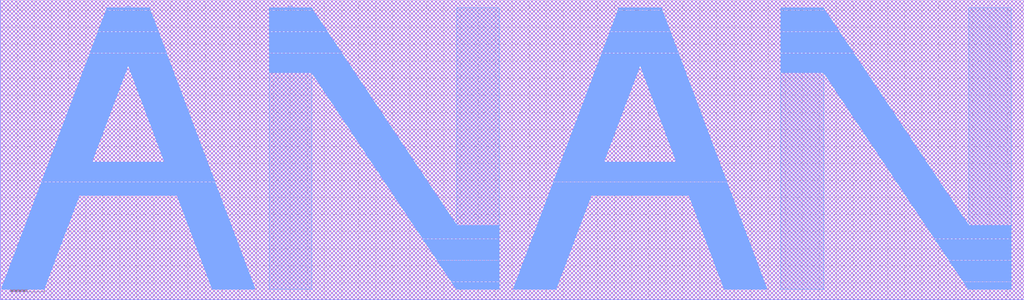
<source format=lef>
VERSION 5.7 ;
  NOWIREEXTENSIONATPIN ON ;
  DIVIDERCHAR "/" ;
  BUSBITCHARS "[]" ;
MACRO anan_logo
  CLASS BLOCK ;
  FOREIGN anan_logo ;
  ORIGIN 0.000 0.000 ;
  SIZE 1200.000 BY 352.200 ;
  PIN vdd
    PORT
      LAYER Metal5 ;
        RECT 147.500 342.600 152.500 344.700 ;
        RECT 125.000 342.000 175.000 342.600 ;
        RECT 124.800 341.400 175.200 342.000 ;
        RECT 124.600 340.800 175.400 341.400 ;
        RECT 124.300 340.200 175.700 340.800 ;
        RECT 124.100 339.600 175.900 340.200 ;
        RECT 123.900 339.000 176.100 339.600 ;
        RECT 123.600 338.400 176.400 339.000 ;
        RECT 123.400 337.800 176.600 338.400 ;
        RECT 123.200 337.200 176.800 337.800 ;
        RECT 123.000 336.600 177.000 337.200 ;
        RECT 122.800 336.000 177.200 336.600 ;
        RECT 122.500 335.400 177.500 336.000 ;
        RECT 122.300 334.800 177.700 335.400 ;
        RECT 122.100 334.200 177.900 334.800 ;
        RECT 121.800 333.600 178.200 334.200 ;
        RECT 121.600 333.000 178.400 333.600 ;
        RECT 121.400 332.400 178.600 333.000 ;
        RECT 121.200 331.800 178.800 332.400 ;
        RECT 120.900 331.200 179.000 331.800 ;
        RECT 120.700 330.600 179.300 331.200 ;
        RECT 120.500 330.000 179.500 330.600 ;
        RECT 120.300 329.400 179.700 330.000 ;
        RECT 120.100 328.800 180.000 329.400 ;
        RECT 119.800 328.200 180.200 328.800 ;
        RECT 119.600 327.600 180.400 328.200 ;
        RECT 119.400 327.000 180.600 327.600 ;
        RECT 119.200 326.400 180.800 327.000 ;
        RECT 118.900 325.800 181.100 326.400 ;
        RECT 118.700 325.200 181.300 325.800 ;
        RECT 118.500 324.600 181.500 325.200 ;
        RECT 118.200 324.000 181.800 324.600 ;
        RECT 118.000 323.400 182.000 324.000 ;
        RECT 117.800 322.800 182.200 323.400 ;
        RECT 117.600 322.200 182.400 322.800 ;
        RECT 117.400 321.600 182.600 322.200 ;
        RECT 117.100 321.000 182.900 321.600 ;
        RECT 116.900 320.400 183.100 321.000 ;
        RECT 116.700 319.800 183.300 320.400 ;
        RECT 116.400 319.200 183.600 319.800 ;
        RECT 116.200 318.600 183.800 319.200 ;
        RECT 116.000 318.000 184.000 318.600 ;
        RECT 115.800 317.400 184.200 318.000 ;
        RECT 115.600 316.800 184.400 317.400 ;
        RECT 115.300 316.200 184.700 316.800 ;
        RECT 115.100 315.600 184.900 316.200 ;
        RECT 114.900 315.000 185.100 315.600 ;
        RECT 114.600 314.400 185.400 315.000 ;
        RECT 114.400 313.800 185.600 314.400 ;
        RECT 114.200 313.200 185.800 313.800 ;
        RECT 114.000 312.600 186.000 313.200 ;
        RECT 113.800 312.000 186.200 312.600 ;
        RECT 113.500 311.400 186.500 312.000 ;
        RECT 113.300 310.800 186.700 311.400 ;
        RECT 113.100 310.200 186.900 310.800 ;
        RECT 112.800 309.600 187.200 310.200 ;
        RECT 112.600 309.000 187.400 309.600 ;
        RECT 112.400 308.400 187.600 309.000 ;
        RECT 112.200 307.800 187.800 308.400 ;
        RECT 111.900 307.200 188.000 307.800 ;
        RECT 111.700 306.600 188.300 307.200 ;
        RECT 111.500 306.000 188.500 306.600 ;
        RECT 111.300 305.400 188.700 306.000 ;
        RECT 111.100 304.800 189.000 305.400 ;
        RECT 110.800 304.200 189.200 304.800 ;
        RECT 110.600 303.600 189.400 304.200 ;
        RECT 110.400 303.000 189.600 303.600 ;
        RECT 110.200 302.400 189.800 303.000 ;
        RECT 109.900 301.800 190.100 302.400 ;
        RECT 109.700 301.200 190.300 301.800 ;
        RECT 109.500 300.600 190.500 301.200 ;
        RECT 109.200 300.000 190.800 300.600 ;
        RECT 109.000 299.400 191.000 300.000 ;
        RECT 108.800 298.800 191.200 299.400 ;
        RECT 108.600 298.200 191.400 298.800 ;
        RECT 108.400 297.600 191.600 298.200 ;
        RECT 108.100 297.000 191.900 297.600 ;
        RECT 107.900 296.400 192.100 297.000 ;
        RECT 107.700 295.800 192.300 296.400 ;
        RECT 107.400 295.200 192.600 295.800 ;
        RECT 107.200 294.600 192.800 295.200 ;
        RECT 107.000 294.000 193.000 294.600 ;
        RECT 106.800 293.400 193.200 294.000 ;
        RECT 106.600 292.800 193.400 293.400 ;
        RECT 106.300 292.200 193.700 292.800 ;
        RECT 106.100 291.600 193.900 292.200 ;
        RECT 105.900 291.000 194.100 291.600 ;
        RECT 105.600 290.400 194.400 291.000 ;
        RECT 105.400 289.800 194.600 290.400 ;
        RECT 105.200 289.200 194.800 289.800 ;
        RECT 105.000 288.600 195.000 289.200 ;
        RECT 104.800 288.000 195.200 288.600 ;
        RECT 104.500 287.400 195.500 288.000 ;
        RECT 104.300 286.800 195.700 287.400 ;
        RECT 104.100 286.200 195.900 286.800 ;
        RECT 103.800 285.600 196.200 286.200 ;
        RECT 103.600 285.000 196.400 285.600 ;
        RECT 103.400 284.400 196.600 285.000 ;
        RECT 103.200 283.800 196.800 284.400 ;
        RECT 103.000 283.200 197.000 283.800 ;
        RECT 102.700 282.600 197.300 283.200 ;
        RECT 102.500 282.000 197.500 282.600 ;
        RECT 102.300 281.400 197.700 282.000 ;
        RECT 102.000 280.800 198.000 281.400 ;
        RECT 101.800 280.200 198.200 280.800 ;
        RECT 101.600 279.600 198.400 280.200 ;
        RECT 101.400 279.000 198.600 279.600 ;
        RECT 101.200 278.400 198.800 279.000 ;
        RECT 100.900 277.800 199.100 278.400 ;
        RECT 100.700 277.200 199.300 277.800 ;
        RECT 100.500 276.600 199.500 277.200 ;
        RECT 100.200 276.000 199.800 276.600 ;
        RECT 100.000 275.400 200.000 276.000 ;
        RECT 99.800 275.200 200.200 275.400 ;
        RECT 99.800 274.800 149.800 275.200 ;
        RECT 99.600 274.600 149.800 274.800 ;
        RECT 150.200 274.800 200.200 275.200 ;
        RECT 150.200 274.600 200.400 274.800 ;
        RECT 99.600 274.200 149.600 274.600 ;
        RECT 99.400 274.000 149.600 274.200 ;
        RECT 150.400 274.200 200.400 274.600 ;
        RECT 150.400 274.000 200.600 274.200 ;
        RECT 99.400 273.600 149.400 274.000 ;
        RECT 99.100 273.400 149.400 273.600 ;
        RECT 150.600 273.600 200.600 274.000 ;
        RECT 150.600 273.400 200.900 273.600 ;
        RECT 99.100 273.000 149.100 273.400 ;
        RECT 98.900 272.800 149.100 273.000 ;
        RECT 150.900 273.000 200.900 273.400 ;
        RECT 150.900 272.800 201.100 273.000 ;
        RECT 98.900 272.400 148.900 272.800 ;
        RECT 98.700 272.200 148.900 272.400 ;
        RECT 151.100 272.400 201.100 272.800 ;
        RECT 151.100 272.200 201.300 272.400 ;
        RECT 98.700 271.800 148.700 272.200 ;
        RECT 98.400 271.600 148.700 271.800 ;
        RECT 151.300 271.800 201.300 272.200 ;
        RECT 151.300 271.600 201.600 271.800 ;
        RECT 98.400 271.200 148.400 271.600 ;
        RECT 98.200 271.000 148.400 271.200 ;
        RECT 151.600 271.200 201.600 271.600 ;
        RECT 151.600 271.000 201.800 271.200 ;
        RECT 98.200 270.600 148.200 271.000 ;
        RECT 98.000 270.400 148.200 270.600 ;
        RECT 151.800 270.600 201.800 271.000 ;
        RECT 151.800 270.400 202.000 270.600 ;
        RECT 98.000 270.000 148.000 270.400 ;
        RECT 97.800 269.800 148.000 270.000 ;
        RECT 152.000 270.000 202.000 270.400 ;
        RECT 152.000 269.800 202.200 270.000 ;
        RECT 97.800 269.400 147.800 269.800 ;
        RECT 97.600 269.200 147.800 269.400 ;
        RECT 152.200 269.400 202.200 269.800 ;
        RECT 152.200 269.200 202.400 269.400 ;
        RECT 97.600 268.800 147.600 269.200 ;
        RECT 97.300 268.600 147.600 268.800 ;
        RECT 152.400 268.800 202.400 269.200 ;
        RECT 152.400 268.600 202.700 268.800 ;
        RECT 97.300 268.200 147.300 268.600 ;
        RECT 97.100 268.000 147.300 268.200 ;
        RECT 152.700 268.200 202.700 268.600 ;
        RECT 152.700 268.000 202.900 268.200 ;
        RECT 97.100 267.600 147.100 268.000 ;
        RECT 96.900 267.400 147.100 267.600 ;
        RECT 152.900 267.600 202.900 268.000 ;
        RECT 152.900 267.400 203.100 267.600 ;
        RECT 96.900 267.000 146.900 267.400 ;
        RECT 96.600 266.800 146.900 267.000 ;
        RECT 153.100 267.000 203.100 267.400 ;
        RECT 153.100 266.800 203.400 267.000 ;
        RECT 96.600 266.400 146.600 266.800 ;
        RECT 96.400 266.200 146.600 266.400 ;
        RECT 153.400 266.400 203.400 266.800 ;
        RECT 153.400 266.200 203.600 266.400 ;
        RECT 96.400 265.800 146.400 266.200 ;
        RECT 96.200 265.600 146.400 265.800 ;
        RECT 153.600 265.800 203.600 266.200 ;
        RECT 153.600 265.600 203.800 265.800 ;
        RECT 96.200 265.200 146.200 265.600 ;
        RECT 96.000 265.000 146.200 265.200 ;
        RECT 153.800 265.200 203.800 265.600 ;
        RECT 153.800 265.000 204.000 265.200 ;
        RECT 96.000 264.600 146.000 265.000 ;
        RECT 95.800 264.400 146.000 264.600 ;
        RECT 154.000 264.600 204.000 265.000 ;
        RECT 154.000 264.400 204.200 264.600 ;
        RECT 95.800 264.000 145.800 264.400 ;
        RECT 95.500 263.800 145.800 264.000 ;
        RECT 154.200 264.000 204.200 264.400 ;
        RECT 154.200 263.800 204.500 264.000 ;
        RECT 95.500 263.400 145.500 263.800 ;
        RECT 95.300 263.200 145.500 263.400 ;
        RECT 154.500 263.400 204.500 263.800 ;
        RECT 154.500 263.200 204.700 263.400 ;
        RECT 95.300 262.800 145.300 263.200 ;
        RECT 95.100 262.600 145.300 262.800 ;
        RECT 154.700 262.800 204.700 263.200 ;
        RECT 154.700 262.600 204.900 262.800 ;
        RECT 95.100 262.200 145.100 262.600 ;
        RECT 94.800 262.000 145.100 262.200 ;
        RECT 154.900 262.200 204.900 262.600 ;
        RECT 154.900 262.000 205.200 262.200 ;
        RECT 94.800 261.600 144.800 262.000 ;
        RECT 94.600 261.400 144.800 261.600 ;
        RECT 155.200 261.600 205.200 262.000 ;
        RECT 155.200 261.400 205.400 261.600 ;
        RECT 94.600 261.000 144.600 261.400 ;
        RECT 94.400 260.800 144.600 261.000 ;
        RECT 155.400 261.000 205.400 261.400 ;
        RECT 155.400 260.800 205.600 261.000 ;
        RECT 94.400 260.400 144.400 260.800 ;
        RECT 94.200 260.200 144.400 260.400 ;
        RECT 155.600 260.400 205.600 260.800 ;
        RECT 155.600 260.200 205.800 260.400 ;
        RECT 94.200 259.800 144.200 260.200 ;
        RECT 94.000 259.600 144.200 259.800 ;
        RECT 155.800 259.800 205.800 260.200 ;
        RECT 155.800 259.600 206.000 259.800 ;
        RECT 94.000 259.200 144.000 259.600 ;
        RECT 93.700 259.000 144.000 259.200 ;
        RECT 156.000 259.200 206.000 259.600 ;
        RECT 156.000 259.000 206.300 259.200 ;
        RECT 93.700 258.600 143.700 259.000 ;
        RECT 93.500 258.400 143.700 258.600 ;
        RECT 156.300 258.600 206.300 259.000 ;
        RECT 156.300 258.400 206.500 258.600 ;
        RECT 93.500 258.000 143.500 258.400 ;
        RECT 93.300 257.800 143.500 258.000 ;
        RECT 156.500 258.000 206.500 258.400 ;
        RECT 156.500 257.800 206.700 258.000 ;
        RECT 93.300 257.400 143.300 257.800 ;
        RECT 93.000 257.200 143.300 257.400 ;
        RECT 156.700 257.400 206.700 257.800 ;
        RECT 156.700 257.200 207.000 257.400 ;
        RECT 93.000 256.800 143.000 257.200 ;
        RECT 92.800 256.600 143.000 256.800 ;
        RECT 157.000 256.800 207.000 257.200 ;
        RECT 157.000 256.600 207.200 256.800 ;
        RECT 92.800 256.200 142.800 256.600 ;
        RECT 92.600 256.000 142.800 256.200 ;
        RECT 157.200 256.200 207.200 256.600 ;
        RECT 157.200 256.000 207.400 256.200 ;
        RECT 92.600 255.600 142.600 256.000 ;
        RECT 92.400 255.400 142.600 255.600 ;
        RECT 157.400 255.600 207.400 256.000 ;
        RECT 157.400 255.400 207.600 255.600 ;
        RECT 92.400 255.000 142.400 255.400 ;
        RECT 92.200 254.800 142.400 255.000 ;
        RECT 157.600 255.000 207.600 255.400 ;
        RECT 157.600 254.800 207.800 255.000 ;
        RECT 92.200 254.400 142.200 254.800 ;
        RECT 91.900 254.200 142.200 254.400 ;
        RECT 157.800 254.400 207.800 254.800 ;
        RECT 157.800 254.200 208.100 254.400 ;
        RECT 91.900 253.800 141.900 254.200 ;
        RECT 91.700 253.600 141.900 253.800 ;
        RECT 158.100 253.800 208.100 254.200 ;
        RECT 158.100 253.600 208.300 253.800 ;
        RECT 91.700 253.200 141.700 253.600 ;
        RECT 91.500 253.000 141.700 253.200 ;
        RECT 158.300 253.200 208.300 253.600 ;
        RECT 158.300 253.000 208.500 253.200 ;
        RECT 91.500 252.600 141.500 253.000 ;
        RECT 91.200 252.400 141.500 252.600 ;
        RECT 158.500 252.600 208.500 253.000 ;
        RECT 158.500 252.400 208.800 252.600 ;
        RECT 91.200 252.000 141.200 252.400 ;
        RECT 91.000 251.800 141.200 252.000 ;
        RECT 158.800 252.000 208.800 252.400 ;
        RECT 158.800 251.800 209.000 252.000 ;
        RECT 91.000 251.400 141.000 251.800 ;
        RECT 90.800 251.200 141.000 251.400 ;
        RECT 159.000 251.400 209.000 251.800 ;
        RECT 159.000 251.200 209.200 251.400 ;
        RECT 90.800 250.800 140.800 251.200 ;
        RECT 90.600 250.600 140.800 250.800 ;
        RECT 159.200 250.800 209.200 251.200 ;
        RECT 159.200 250.600 209.400 250.800 ;
        RECT 90.600 250.200 140.600 250.600 ;
        RECT 90.400 250.000 140.600 250.200 ;
        RECT 159.400 250.200 209.400 250.600 ;
        RECT 159.400 250.000 209.600 250.200 ;
        RECT 90.400 249.600 140.400 250.000 ;
        RECT 90.100 249.400 140.400 249.600 ;
        RECT 159.600 249.600 209.600 250.000 ;
        RECT 159.600 249.400 209.900 249.600 ;
        RECT 90.100 249.000 140.100 249.400 ;
        RECT 89.900 248.800 140.100 249.000 ;
        RECT 159.900 249.000 209.900 249.400 ;
        RECT 159.900 248.800 210.100 249.000 ;
        RECT 89.900 248.400 139.900 248.800 ;
        RECT 89.700 248.200 139.900 248.400 ;
        RECT 160.100 248.400 210.100 248.800 ;
        RECT 160.100 248.200 210.300 248.400 ;
        RECT 89.700 247.800 139.700 248.200 ;
        RECT 89.400 247.600 139.700 247.800 ;
        RECT 160.300 247.800 210.300 248.200 ;
        RECT 160.300 247.600 210.600 247.800 ;
        RECT 89.400 247.200 139.400 247.600 ;
        RECT 89.200 247.000 139.400 247.200 ;
        RECT 160.600 247.200 210.600 247.600 ;
        RECT 160.600 247.000 210.800 247.200 ;
        RECT 89.200 246.600 139.200 247.000 ;
        RECT 89.000 246.400 139.200 246.600 ;
        RECT 160.800 246.600 210.800 247.000 ;
        RECT 160.800 246.400 211.000 246.600 ;
        RECT 89.000 246.000 139.000 246.400 ;
        RECT 88.800 245.800 139.000 246.000 ;
        RECT 161.000 246.000 211.000 246.400 ;
        RECT 161.000 245.800 211.200 246.000 ;
        RECT 88.800 245.400 138.800 245.800 ;
        RECT 88.600 245.200 138.800 245.400 ;
        RECT 161.200 245.400 211.200 245.800 ;
        RECT 161.200 245.200 211.400 245.400 ;
        RECT 88.600 244.800 138.600 245.200 ;
        RECT 88.300 244.600 138.600 244.800 ;
        RECT 161.400 244.800 211.400 245.200 ;
        RECT 161.400 244.600 211.700 244.800 ;
        RECT 88.300 244.200 138.300 244.600 ;
        RECT 88.100 244.000 138.300 244.200 ;
        RECT 161.700 244.200 211.700 244.600 ;
        RECT 161.700 244.000 211.900 244.200 ;
        RECT 88.100 243.600 138.100 244.000 ;
        RECT 87.900 243.400 138.100 243.600 ;
        RECT 161.900 243.600 211.900 244.000 ;
        RECT 161.900 243.400 212.100 243.600 ;
        RECT 87.900 243.000 137.900 243.400 ;
        RECT 87.600 242.800 137.900 243.000 ;
        RECT 162.100 243.000 212.100 243.400 ;
        RECT 162.100 242.800 212.400 243.000 ;
        RECT 87.600 242.400 137.600 242.800 ;
        RECT 87.400 242.200 137.600 242.400 ;
        RECT 162.400 242.400 212.400 242.800 ;
        RECT 162.400 242.200 212.600 242.400 ;
        RECT 87.400 241.800 137.400 242.200 ;
        RECT 87.200 241.600 137.400 241.800 ;
        RECT 162.600 241.800 212.600 242.200 ;
        RECT 162.600 241.600 212.800 241.800 ;
        RECT 87.200 241.200 137.200 241.600 ;
        RECT 87.000 241.000 137.200 241.200 ;
        RECT 162.800 241.200 212.800 241.600 ;
        RECT 162.800 241.000 213.000 241.200 ;
        RECT 87.000 240.600 137.000 241.000 ;
        RECT 86.800 240.400 137.000 240.600 ;
        RECT 163.000 240.600 213.000 241.000 ;
        RECT 163.000 240.400 213.200 240.600 ;
        RECT 86.800 240.000 136.800 240.400 ;
        RECT 86.500 239.800 136.800 240.000 ;
        RECT 163.200 240.000 213.200 240.400 ;
        RECT 163.200 239.800 213.500 240.000 ;
        RECT 86.500 239.400 136.500 239.800 ;
        RECT 86.300 239.200 136.500 239.400 ;
        RECT 163.500 239.400 213.500 239.800 ;
        RECT 163.500 239.200 213.700 239.400 ;
        RECT 86.300 238.800 136.300 239.200 ;
        RECT 86.100 238.600 136.300 238.800 ;
        RECT 163.700 238.800 213.700 239.200 ;
        RECT 163.700 238.600 213.900 238.800 ;
        RECT 86.100 238.200 136.100 238.600 ;
        RECT 85.800 238.000 136.100 238.200 ;
        RECT 163.900 238.200 213.900 238.600 ;
        RECT 163.900 238.000 214.200 238.200 ;
        RECT 85.800 237.600 135.800 238.000 ;
        RECT 85.600 237.400 135.800 237.600 ;
        RECT 164.200 237.600 214.200 238.000 ;
        RECT 164.200 237.400 214.400 237.600 ;
        RECT 85.600 237.000 135.600 237.400 ;
        RECT 85.400 236.800 135.600 237.000 ;
        RECT 164.400 237.000 214.400 237.400 ;
        RECT 164.400 236.800 214.600 237.000 ;
        RECT 85.400 236.400 135.400 236.800 ;
        RECT 85.200 236.200 135.400 236.400 ;
        RECT 164.600 236.400 214.600 236.800 ;
        RECT 164.600 236.200 214.800 236.400 ;
        RECT 85.200 235.800 135.200 236.200 ;
        RECT 84.900 235.600 135.200 235.800 ;
        RECT 164.800 235.800 214.800 236.200 ;
        RECT 164.800 235.600 215.000 235.800 ;
        RECT 84.900 235.200 135.000 235.600 ;
        RECT 84.700 235.000 135.000 235.200 ;
        RECT 165.000 235.200 215.000 235.600 ;
        RECT 165.000 235.000 215.300 235.200 ;
        RECT 84.700 234.600 134.700 235.000 ;
        RECT 84.500 234.400 134.700 234.600 ;
        RECT 165.300 234.600 215.300 235.000 ;
        RECT 165.300 234.400 215.500 234.600 ;
        RECT 84.500 234.000 134.500 234.400 ;
        RECT 84.300 233.800 134.500 234.000 ;
        RECT 165.500 234.000 215.500 234.400 ;
        RECT 165.500 233.800 215.700 234.000 ;
        RECT 84.300 233.400 134.300 233.800 ;
        RECT 84.000 233.200 134.300 233.400 ;
        RECT 165.700 233.400 215.700 233.800 ;
        RECT 165.700 233.200 216.000 233.400 ;
        RECT 84.000 232.800 134.000 233.200 ;
        RECT 83.800 232.600 134.000 232.800 ;
        RECT 166.000 232.800 216.000 233.200 ;
        RECT 166.000 232.600 216.200 232.800 ;
        RECT 83.800 232.200 133.800 232.600 ;
        RECT 83.600 232.000 133.800 232.200 ;
        RECT 166.200 232.200 216.200 232.600 ;
        RECT 166.200 232.000 216.400 232.200 ;
        RECT 83.600 231.600 133.600 232.000 ;
        RECT 83.400 231.400 133.600 231.600 ;
        RECT 166.400 231.600 216.400 232.000 ;
        RECT 166.400 231.400 216.600 231.600 ;
        RECT 83.400 231.000 133.400 231.400 ;
        RECT 83.200 230.800 133.400 231.000 ;
        RECT 166.600 231.000 216.600 231.400 ;
        RECT 166.600 230.800 216.800 231.000 ;
        RECT 83.200 230.400 133.200 230.800 ;
        RECT 82.900 230.200 133.200 230.400 ;
        RECT 166.800 230.400 216.800 230.800 ;
        RECT 166.800 230.200 217.100 230.400 ;
        RECT 82.900 229.800 132.900 230.200 ;
        RECT 82.700 229.600 132.900 229.800 ;
        RECT 167.100 229.800 217.100 230.200 ;
        RECT 167.100 229.600 217.300 229.800 ;
        RECT 82.700 229.200 132.700 229.600 ;
        RECT 82.500 229.000 132.700 229.200 ;
        RECT 167.300 229.200 217.300 229.600 ;
        RECT 167.300 229.000 217.500 229.200 ;
        RECT 82.500 228.600 132.500 229.000 ;
        RECT 82.200 228.400 132.500 228.600 ;
        RECT 167.500 228.600 217.500 229.000 ;
        RECT 167.500 228.400 217.800 228.600 ;
        RECT 82.200 228.000 132.200 228.400 ;
        RECT 82.000 227.800 132.200 228.000 ;
        RECT 167.800 228.000 217.800 228.400 ;
        RECT 167.800 227.800 218.000 228.000 ;
        RECT 82.000 227.400 132.000 227.800 ;
        RECT 81.800 227.200 132.000 227.400 ;
        RECT 168.000 227.400 218.000 227.800 ;
        RECT 168.000 227.200 218.200 227.400 ;
        RECT 81.800 226.800 131.800 227.200 ;
        RECT 81.600 226.600 131.800 226.800 ;
        RECT 168.200 226.800 218.200 227.200 ;
        RECT 168.200 226.600 218.400 226.800 ;
        RECT 81.600 226.200 131.600 226.600 ;
        RECT 81.400 226.000 131.600 226.200 ;
        RECT 168.400 226.200 218.400 226.600 ;
        RECT 168.400 226.000 218.600 226.200 ;
        RECT 81.400 225.600 131.400 226.000 ;
        RECT 81.100 225.400 131.400 225.600 ;
        RECT 168.600 225.600 218.600 226.000 ;
        RECT 168.600 225.400 218.900 225.600 ;
        RECT 81.100 225.000 131.100 225.400 ;
        RECT 80.900 224.800 131.100 225.000 ;
        RECT 168.900 225.000 218.900 225.400 ;
        RECT 168.900 224.800 219.100 225.000 ;
        RECT 80.900 224.400 130.900 224.800 ;
        RECT 80.700 224.200 130.900 224.400 ;
        RECT 169.100 224.400 219.100 224.800 ;
        RECT 169.100 224.200 219.300 224.400 ;
        RECT 80.700 223.800 130.700 224.200 ;
        RECT 80.400 223.600 130.700 223.800 ;
        RECT 169.300 223.800 219.300 224.200 ;
        RECT 169.300 223.600 219.600 223.800 ;
        RECT 80.400 223.200 130.400 223.600 ;
        RECT 80.200 223.000 130.400 223.200 ;
        RECT 169.600 223.200 219.600 223.600 ;
        RECT 169.600 223.000 219.800 223.200 ;
        RECT 80.200 222.600 130.200 223.000 ;
        RECT 80.000 222.400 130.200 222.600 ;
        RECT 169.800 222.600 219.800 223.000 ;
        RECT 169.800 222.400 220.000 222.600 ;
        RECT 80.000 222.000 130.000 222.400 ;
        RECT 79.800 221.800 130.000 222.000 ;
        RECT 170.000 222.000 220.000 222.400 ;
        RECT 170.000 221.800 220.200 222.000 ;
        RECT 79.800 221.400 129.800 221.800 ;
        RECT 79.600 221.200 129.800 221.400 ;
        RECT 170.200 221.400 220.200 221.800 ;
        RECT 170.200 221.200 220.400 221.400 ;
        RECT 79.600 220.800 129.600 221.200 ;
        RECT 79.300 220.600 129.600 220.800 ;
        RECT 170.400 220.800 220.400 221.200 ;
        RECT 170.400 220.600 220.700 220.800 ;
        RECT 79.300 220.200 129.300 220.600 ;
        RECT 79.100 220.000 129.300 220.200 ;
        RECT 170.700 220.200 220.700 220.600 ;
        RECT 170.700 220.000 220.900 220.200 ;
        RECT 79.100 219.600 129.100 220.000 ;
        RECT 78.900 219.400 129.100 219.600 ;
        RECT 170.900 219.600 220.900 220.000 ;
        RECT 170.900 219.400 221.100 219.600 ;
        RECT 78.900 219.000 128.900 219.400 ;
        RECT 78.600 218.800 128.900 219.000 ;
        RECT 171.100 219.000 221.100 219.400 ;
        RECT 171.100 218.800 221.400 219.000 ;
        RECT 78.600 218.400 128.600 218.800 ;
        RECT 78.400 218.200 128.600 218.400 ;
        RECT 171.400 218.400 221.400 218.800 ;
        RECT 171.400 218.200 221.600 218.400 ;
        RECT 78.400 217.800 128.400 218.200 ;
        RECT 78.200 217.600 128.400 217.800 ;
        RECT 171.600 217.800 221.600 218.200 ;
        RECT 171.600 217.600 221.800 217.800 ;
        RECT 78.200 217.200 128.200 217.600 ;
        RECT 78.000 217.000 128.200 217.200 ;
        RECT 171.800 217.200 221.800 217.600 ;
        RECT 171.800 217.000 222.000 217.200 ;
        RECT 78.000 216.600 128.000 217.000 ;
        RECT 77.800 216.400 128.000 216.600 ;
        RECT 172.000 216.600 222.000 217.000 ;
        RECT 172.000 216.400 222.200 216.600 ;
        RECT 77.800 216.000 127.800 216.400 ;
        RECT 77.500 215.800 127.800 216.000 ;
        RECT 172.200 216.000 222.200 216.400 ;
        RECT 172.200 215.800 222.500 216.000 ;
        RECT 77.500 215.400 127.500 215.800 ;
        RECT 77.300 215.200 127.500 215.400 ;
        RECT 172.500 215.400 222.500 215.800 ;
        RECT 172.500 215.200 222.700 215.400 ;
        RECT 77.300 214.800 127.300 215.200 ;
        RECT 77.100 214.600 127.300 214.800 ;
        RECT 172.700 214.800 222.700 215.200 ;
        RECT 172.700 214.600 222.900 214.800 ;
        RECT 77.100 214.200 127.100 214.600 ;
        RECT 76.800 214.000 127.100 214.200 ;
        RECT 172.900 214.200 222.900 214.600 ;
        RECT 172.900 214.000 223.200 214.200 ;
        RECT 76.800 213.600 126.800 214.000 ;
        RECT 76.600 213.400 126.800 213.600 ;
        RECT 173.200 213.600 223.200 214.000 ;
        RECT 173.200 213.400 223.400 213.600 ;
        RECT 76.600 213.000 126.600 213.400 ;
        RECT 76.400 212.800 126.600 213.000 ;
        RECT 173.400 213.000 223.400 213.400 ;
        RECT 173.400 212.800 223.600 213.000 ;
        RECT 76.400 212.400 126.400 212.800 ;
        RECT 76.200 212.200 126.400 212.400 ;
        RECT 173.600 212.400 223.600 212.800 ;
        RECT 173.600 212.200 223.800 212.400 ;
        RECT 76.200 211.800 126.200 212.200 ;
        RECT 75.900 211.600 126.200 211.800 ;
        RECT 173.800 211.800 223.800 212.200 ;
        RECT 173.800 211.600 224.000 211.800 ;
        RECT 75.900 211.200 125.900 211.600 ;
        RECT 75.700 211.000 125.900 211.200 ;
        RECT 174.000 211.200 224.000 211.600 ;
        RECT 174.000 211.000 224.300 211.200 ;
        RECT 75.700 210.600 125.700 211.000 ;
        RECT 75.500 210.400 125.700 210.600 ;
        RECT 174.300 210.600 224.300 211.000 ;
        RECT 174.300 210.400 224.500 210.600 ;
        RECT 75.500 210.000 125.500 210.400 ;
        RECT 75.300 209.800 125.500 210.000 ;
        RECT 174.500 210.000 224.500 210.400 ;
        RECT 174.500 209.800 224.700 210.000 ;
        RECT 75.300 209.400 125.300 209.800 ;
        RECT 75.000 209.200 125.300 209.400 ;
        RECT 174.700 209.400 224.700 209.800 ;
        RECT 174.700 209.200 225.000 209.400 ;
        RECT 75.000 208.800 125.000 209.200 ;
        RECT 74.800 208.600 125.000 208.800 ;
        RECT 175.000 208.800 225.000 209.200 ;
        RECT 175.000 208.600 225.200 208.800 ;
        RECT 74.800 208.200 124.800 208.600 ;
        RECT 74.600 208.000 124.800 208.200 ;
        RECT 175.200 208.200 225.200 208.600 ;
        RECT 175.200 208.000 225.400 208.200 ;
        RECT 74.600 207.600 124.600 208.000 ;
        RECT 74.400 207.400 124.600 207.600 ;
        RECT 175.400 207.600 225.400 208.000 ;
        RECT 175.400 207.400 225.600 207.600 ;
        RECT 74.400 207.000 124.400 207.400 ;
        RECT 74.200 206.800 124.400 207.000 ;
        RECT 175.600 207.000 225.600 207.400 ;
        RECT 175.600 206.800 225.800 207.000 ;
        RECT 74.200 206.400 124.200 206.800 ;
        RECT 73.900 206.200 124.200 206.400 ;
        RECT 175.800 206.400 225.800 206.800 ;
        RECT 175.800 206.200 226.100 206.400 ;
        RECT 73.900 205.800 123.900 206.200 ;
        RECT 73.700 205.600 123.900 205.800 ;
        RECT 176.100 205.800 226.100 206.200 ;
        RECT 176.100 205.600 226.300 205.800 ;
        RECT 73.700 205.200 123.700 205.600 ;
        RECT 73.500 205.000 123.700 205.200 ;
        RECT 176.300 205.200 226.300 205.600 ;
        RECT 176.300 205.000 226.500 205.200 ;
        RECT 73.500 204.600 123.500 205.000 ;
        RECT 73.200 204.400 123.500 204.600 ;
        RECT 176.500 204.600 226.500 205.000 ;
        RECT 176.500 204.400 226.800 204.600 ;
        RECT 73.200 204.000 123.200 204.400 ;
        RECT 73.000 203.800 123.200 204.000 ;
        RECT 176.800 204.000 226.800 204.400 ;
        RECT 176.800 203.800 227.000 204.000 ;
        RECT 73.000 203.400 123.000 203.800 ;
        RECT 72.800 203.200 123.000 203.400 ;
        RECT 177.000 203.400 227.000 203.800 ;
        RECT 177.000 203.200 227.200 203.400 ;
        RECT 72.800 202.800 122.800 203.200 ;
        RECT 72.600 202.600 122.800 202.800 ;
        RECT 177.200 202.800 227.200 203.200 ;
        RECT 177.200 202.600 227.400 202.800 ;
        RECT 72.600 202.200 122.600 202.600 ;
        RECT 72.400 202.000 122.600 202.200 ;
        RECT 177.400 202.200 227.400 202.600 ;
        RECT 177.400 202.000 227.600 202.200 ;
        RECT 72.400 201.600 122.400 202.000 ;
        RECT 72.100 201.400 122.400 201.600 ;
        RECT 177.600 201.600 227.600 202.000 ;
        RECT 177.600 201.400 227.900 201.600 ;
        RECT 72.100 201.000 122.100 201.400 ;
        RECT 71.900 200.800 122.100 201.000 ;
        RECT 177.900 201.000 227.900 201.400 ;
        RECT 177.900 200.800 228.100 201.000 ;
        RECT 71.900 200.400 121.900 200.800 ;
        RECT 71.700 200.200 121.900 200.400 ;
        RECT 178.100 200.400 228.100 200.800 ;
        RECT 178.100 200.200 228.300 200.400 ;
        RECT 71.700 199.800 121.700 200.200 ;
        RECT 71.400 199.600 121.700 199.800 ;
        RECT 178.300 199.800 228.300 200.200 ;
        RECT 178.300 199.600 228.600 199.800 ;
        RECT 71.400 199.200 121.400 199.600 ;
        RECT 71.200 199.000 121.400 199.200 ;
        RECT 178.600 199.200 228.600 199.600 ;
        RECT 178.600 199.000 228.800 199.200 ;
        RECT 71.200 198.600 121.200 199.000 ;
        RECT 71.000 198.400 121.200 198.600 ;
        RECT 178.800 198.600 228.800 199.000 ;
        RECT 178.800 198.400 229.000 198.600 ;
        RECT 71.000 198.000 121.000 198.400 ;
        RECT 70.800 197.800 121.000 198.000 ;
        RECT 179.000 198.000 229.000 198.400 ;
        RECT 179.000 197.800 229.200 198.000 ;
        RECT 70.800 197.400 120.800 197.800 ;
        RECT 70.600 197.200 120.800 197.400 ;
        RECT 179.200 197.400 229.200 197.800 ;
        RECT 179.200 197.200 229.400 197.400 ;
        RECT 70.600 196.800 120.600 197.200 ;
        RECT 70.300 196.600 120.600 196.800 ;
        RECT 179.400 196.800 229.400 197.200 ;
        RECT 179.400 196.600 229.700 196.800 ;
        RECT 70.300 196.200 120.300 196.600 ;
        RECT 70.100 196.000 120.300 196.200 ;
        RECT 179.700 196.200 229.700 196.600 ;
        RECT 179.700 196.000 229.900 196.200 ;
        RECT 70.100 195.600 120.100 196.000 ;
        RECT 69.900 195.400 120.100 195.600 ;
        RECT 179.900 195.600 229.900 196.000 ;
        RECT 179.900 195.400 230.100 195.600 ;
        RECT 69.900 195.000 119.900 195.400 ;
        RECT 69.600 194.800 119.900 195.000 ;
        RECT 180.100 195.000 230.100 195.400 ;
        RECT 180.100 194.800 230.400 195.000 ;
        RECT 69.600 194.400 119.600 194.800 ;
        RECT 69.400 194.200 119.600 194.400 ;
        RECT 180.400 194.400 230.400 194.800 ;
        RECT 180.400 194.200 230.600 194.400 ;
        RECT 69.400 193.800 119.400 194.200 ;
        RECT 69.200 193.600 119.400 193.800 ;
        RECT 180.600 193.800 230.600 194.200 ;
        RECT 180.600 193.600 230.800 193.800 ;
        RECT 69.200 193.200 119.200 193.600 ;
        RECT 69.000 193.000 119.200 193.200 ;
        RECT 180.800 193.200 230.800 193.600 ;
        RECT 180.800 193.000 231.000 193.200 ;
        RECT 69.000 192.600 119.000 193.000 ;
        RECT 68.800 192.400 119.000 192.600 ;
        RECT 181.000 192.600 231.000 193.000 ;
        RECT 181.000 192.400 231.200 192.600 ;
        RECT 68.800 192.000 118.800 192.400 ;
        RECT 68.500 191.800 118.800 192.000 ;
        RECT 181.200 192.000 231.200 192.400 ;
        RECT 181.200 191.800 231.500 192.000 ;
        RECT 68.500 191.400 118.500 191.800 ;
        RECT 68.300 191.200 118.500 191.400 ;
        RECT 181.500 191.400 231.500 191.800 ;
        RECT 181.500 191.200 231.700 191.400 ;
        RECT 68.300 190.800 118.300 191.200 ;
        RECT 68.100 190.600 118.300 190.800 ;
        RECT 181.700 190.800 231.700 191.200 ;
        RECT 181.700 190.600 231.900 190.800 ;
        RECT 68.100 190.200 118.100 190.600 ;
        RECT 67.800 190.000 118.100 190.200 ;
        RECT 181.900 190.200 231.900 190.600 ;
        RECT 181.900 190.000 232.200 190.200 ;
        RECT 67.800 189.600 117.800 190.000 ;
        RECT 67.600 189.400 117.800 189.600 ;
        RECT 182.200 189.600 232.200 190.000 ;
        RECT 182.200 189.400 232.400 189.600 ;
        RECT 67.600 189.000 117.600 189.400 ;
        RECT 67.400 188.800 117.600 189.000 ;
        RECT 182.400 189.000 232.400 189.400 ;
        RECT 182.400 188.800 232.600 189.000 ;
        RECT 67.400 188.400 117.400 188.800 ;
        RECT 67.200 188.200 117.400 188.400 ;
        RECT 182.600 188.400 232.600 188.800 ;
        RECT 182.600 188.200 232.800 188.400 ;
        RECT 67.200 187.800 117.200 188.200 ;
        RECT 66.900 187.600 117.200 187.800 ;
        RECT 182.800 187.800 232.800 188.200 ;
        RECT 182.800 187.600 233.000 187.800 ;
        RECT 66.900 187.200 116.900 187.600 ;
        RECT 66.700 187.000 116.900 187.200 ;
        RECT 183.000 187.200 233.000 187.600 ;
        RECT 183.000 187.000 233.300 187.200 ;
        RECT 66.700 186.600 116.700 187.000 ;
        RECT 66.500 186.400 116.700 186.600 ;
        RECT 183.300 186.600 233.300 187.000 ;
        RECT 183.300 186.400 233.500 186.600 ;
        RECT 66.500 186.000 116.500 186.400 ;
        RECT 66.300 185.800 116.500 186.000 ;
        RECT 183.500 186.000 233.500 186.400 ;
        RECT 183.500 185.800 233.700 186.000 ;
        RECT 66.300 185.400 116.300 185.800 ;
        RECT 66.000 185.200 116.300 185.400 ;
        RECT 183.700 185.400 233.700 185.800 ;
        RECT 183.700 185.200 234.000 185.400 ;
        RECT 66.000 184.800 116.000 185.200 ;
        RECT 65.800 184.600 116.000 184.800 ;
        RECT 184.000 184.800 234.000 185.200 ;
        RECT 184.000 184.600 234.200 184.800 ;
        RECT 65.800 184.200 115.800 184.600 ;
        RECT 65.600 184.000 115.800 184.200 ;
        RECT 184.200 184.200 234.200 184.600 ;
        RECT 184.200 184.000 234.400 184.200 ;
        RECT 65.600 183.600 115.600 184.000 ;
        RECT 65.400 183.400 115.600 183.600 ;
        RECT 184.400 183.600 234.400 184.000 ;
        RECT 184.400 183.400 234.600 183.600 ;
        RECT 65.400 183.000 115.400 183.400 ;
        RECT 65.200 182.800 115.400 183.000 ;
        RECT 184.600 183.000 234.600 183.400 ;
        RECT 184.600 182.800 234.800 183.000 ;
        RECT 65.200 182.400 115.200 182.800 ;
        RECT 64.900 182.200 115.200 182.400 ;
        RECT 184.800 182.400 234.800 182.800 ;
        RECT 184.800 182.200 235.100 182.400 ;
        RECT 64.900 181.800 114.900 182.200 ;
        RECT 64.700 181.600 114.900 181.800 ;
        RECT 185.100 181.800 235.100 182.200 ;
        RECT 185.100 181.600 235.300 181.800 ;
        RECT 64.700 181.200 114.700 181.600 ;
        RECT 64.500 181.000 114.700 181.200 ;
        RECT 185.300 181.200 235.300 181.600 ;
        RECT 185.300 181.000 235.500 181.200 ;
        RECT 64.500 180.600 114.500 181.000 ;
        RECT 64.200 180.400 114.500 180.600 ;
        RECT 185.500 180.600 235.500 181.000 ;
        RECT 185.500 180.400 235.800 180.600 ;
        RECT 64.200 180.000 114.200 180.400 ;
        RECT 64.000 179.800 114.200 180.000 ;
        RECT 185.800 180.000 235.800 180.400 ;
        RECT 185.800 179.800 236.000 180.000 ;
        RECT 64.000 179.400 114.000 179.800 ;
        RECT 63.800 179.200 114.000 179.400 ;
        RECT 186.000 179.400 236.000 179.800 ;
        RECT 186.000 179.200 236.200 179.400 ;
        RECT 63.800 178.800 113.800 179.200 ;
        RECT 63.600 178.600 113.800 178.800 ;
        RECT 186.200 178.800 236.200 179.200 ;
        RECT 186.200 178.600 236.400 178.800 ;
        RECT 63.600 178.200 113.600 178.600 ;
        RECT 63.300 178.000 113.600 178.200 ;
        RECT 186.400 178.200 236.400 178.600 ;
        RECT 186.400 178.000 236.600 178.200 ;
        RECT 63.300 177.600 113.400 178.000 ;
        RECT 63.100 177.400 113.400 177.600 ;
        RECT 186.600 177.600 236.600 178.000 ;
        RECT 186.600 177.400 236.900 177.600 ;
        RECT 63.100 177.000 113.100 177.400 ;
        RECT 62.900 176.800 113.100 177.000 ;
        RECT 186.900 177.000 236.900 177.400 ;
        RECT 186.900 176.800 237.100 177.000 ;
        RECT 62.900 176.400 112.900 176.800 ;
        RECT 62.700 176.200 112.900 176.400 ;
        RECT 187.100 176.400 237.100 176.800 ;
        RECT 187.100 176.200 237.300 176.400 ;
        RECT 62.700 175.800 112.700 176.200 ;
        RECT 62.400 175.600 112.700 175.800 ;
        RECT 187.300 175.800 237.300 176.200 ;
        RECT 187.300 175.600 237.600 175.800 ;
        RECT 62.400 175.200 112.400 175.600 ;
        RECT 62.200 175.000 112.400 175.200 ;
        RECT 187.600 175.200 237.600 175.600 ;
        RECT 187.600 175.000 237.800 175.200 ;
        RECT 62.200 174.600 112.200 175.000 ;
        RECT 62.000 174.400 112.200 174.600 ;
        RECT 187.800 174.600 237.800 175.000 ;
        RECT 187.800 174.400 238.000 174.600 ;
        RECT 62.000 174.000 112.000 174.400 ;
        RECT 61.800 173.800 112.000 174.000 ;
        RECT 188.000 174.000 238.000 174.400 ;
        RECT 188.000 173.800 238.200 174.000 ;
        RECT 61.800 173.400 111.800 173.800 ;
        RECT 61.600 173.200 111.800 173.400 ;
        RECT 188.200 173.400 238.200 173.800 ;
        RECT 188.200 173.200 238.400 173.400 ;
        RECT 61.600 172.800 111.600 173.200 ;
        RECT 61.300 172.600 111.600 172.800 ;
        RECT 188.400 172.800 238.400 173.200 ;
        RECT 188.400 172.600 238.700 172.800 ;
        RECT 61.300 172.200 111.300 172.600 ;
        RECT 61.100 172.000 111.300 172.200 ;
        RECT 188.700 172.200 238.700 172.600 ;
        RECT 188.700 172.000 238.900 172.200 ;
        RECT 61.100 171.600 111.100 172.000 ;
        RECT 60.900 171.400 111.100 171.600 ;
        RECT 188.900 171.600 238.900 172.000 ;
        RECT 188.900 171.400 239.100 171.600 ;
        RECT 60.900 171.000 110.900 171.400 ;
        RECT 60.600 170.800 110.900 171.000 ;
        RECT 189.100 171.000 239.100 171.400 ;
        RECT 189.100 170.800 239.400 171.000 ;
        RECT 60.600 170.400 110.600 170.800 ;
        RECT 60.400 170.200 110.600 170.400 ;
        RECT 189.400 170.400 239.400 170.800 ;
        RECT 189.400 170.200 239.600 170.400 ;
        RECT 60.400 169.800 110.400 170.200 ;
        RECT 60.200 169.600 110.400 169.800 ;
        RECT 189.600 169.800 239.600 170.200 ;
        RECT 189.600 169.600 239.800 169.800 ;
        RECT 60.200 169.200 110.200 169.600 ;
        RECT 60.000 169.000 110.200 169.200 ;
        RECT 189.800 169.200 239.800 169.600 ;
        RECT 189.800 169.000 240.000 169.200 ;
        RECT 60.000 168.600 110.000 169.000 ;
        RECT 59.800 168.400 110.000 168.600 ;
        RECT 190.000 168.600 240.000 169.000 ;
        RECT 190.000 168.400 240.200 168.600 ;
        RECT 59.800 168.000 109.800 168.400 ;
        RECT 59.500 167.800 109.800 168.000 ;
        RECT 190.200 168.000 240.200 168.400 ;
        RECT 190.200 167.800 240.500 168.000 ;
        RECT 59.500 167.400 109.500 167.800 ;
        RECT 59.300 167.200 109.500 167.400 ;
        RECT 190.500 167.400 240.500 167.800 ;
        RECT 190.500 167.200 240.700 167.400 ;
        RECT 59.300 166.800 109.300 167.200 ;
        RECT 59.100 166.600 109.300 166.800 ;
        RECT 190.700 166.800 240.700 167.200 ;
        RECT 190.700 166.600 240.900 166.800 ;
        RECT 59.100 166.200 109.100 166.600 ;
        RECT 58.800 166.000 109.100 166.200 ;
        RECT 190.900 166.200 240.900 166.600 ;
        RECT 190.900 166.000 241.200 166.200 ;
        RECT 58.800 165.600 108.800 166.000 ;
        RECT 58.600 165.400 108.800 165.600 ;
        RECT 191.200 165.600 241.200 166.000 ;
        RECT 191.200 165.400 241.400 165.600 ;
        RECT 58.600 165.000 108.600 165.400 ;
        RECT 58.400 164.800 108.600 165.000 ;
        RECT 191.400 165.000 241.400 165.400 ;
        RECT 191.400 164.800 241.600 165.000 ;
        RECT 58.400 164.400 108.400 164.800 ;
        RECT 58.200 164.200 108.400 164.400 ;
        RECT 191.600 164.400 241.600 164.800 ;
        RECT 191.600 164.200 241.800 164.400 ;
        RECT 58.200 163.800 108.200 164.200 ;
        RECT 58.000 163.600 108.200 163.800 ;
        RECT 191.800 163.800 241.800 164.200 ;
        RECT 191.800 163.600 242.000 163.800 ;
        RECT 58.000 163.200 108.000 163.600 ;
        RECT 57.700 163.000 108.000 163.200 ;
        RECT 192.000 163.200 242.000 163.600 ;
        RECT 192.000 163.000 242.300 163.200 ;
        RECT 57.700 162.600 107.700 163.000 ;
        RECT 57.500 162.400 107.700 162.600 ;
        RECT 192.300 162.600 242.300 163.000 ;
        RECT 192.300 162.400 242.500 162.600 ;
        RECT 57.500 162.000 107.500 162.400 ;
        RECT 192.500 162.000 242.500 162.400 ;
        RECT 57.300 161.400 242.700 162.000 ;
        RECT 57.000 160.800 243.000 161.400 ;
        RECT 56.800 160.200 243.200 160.800 ;
        RECT 56.600 159.600 243.400 160.200 ;
        RECT 56.400 159.000 243.600 159.600 ;
        RECT 56.100 158.400 243.900 159.000 ;
        RECT 55.900 157.800 244.100 158.400 ;
        RECT 55.700 157.200 244.300 157.800 ;
        RECT 55.500 156.600 244.500 157.200 ;
        RECT 55.200 156.000 244.800 156.600 ;
        RECT 55.000 155.400 245.000 156.000 ;
        RECT 54.800 154.800 245.200 155.400 ;
        RECT 54.600 154.200 245.400 154.800 ;
        RECT 54.300 153.600 245.600 154.200 ;
        RECT 54.100 153.000 245.900 153.600 ;
        RECT 53.900 152.400 246.100 153.000 ;
        RECT 53.700 151.800 246.300 152.400 ;
        RECT 53.400 151.200 246.600 151.800 ;
        RECT 53.200 150.600 246.800 151.200 ;
        RECT 53.000 150.000 247.000 150.600 ;
        RECT 52.800 149.400 247.200 150.000 ;
        RECT 52.600 148.800 247.400 149.400 ;
        RECT 52.300 148.200 247.700 148.800 ;
        RECT 52.100 147.600 247.900 148.200 ;
        RECT 51.900 147.000 248.100 147.600 ;
        RECT 51.600 146.400 248.400 147.000 ;
        RECT 51.400 145.800 248.600 146.400 ;
        RECT 51.200 145.200 248.800 145.800 ;
        RECT 51.000 144.600 249.000 145.200 ;
        RECT 50.800 144.000 249.200 144.600 ;
        RECT 50.500 143.400 249.500 144.000 ;
        RECT 50.300 142.800 249.700 143.400 ;
        RECT 50.100 142.200 249.900 142.800 ;
        RECT 49.800 141.600 250.200 142.200 ;
        RECT 49.600 141.000 250.400 141.600 ;
        RECT 49.400 140.400 250.600 141.000 ;
        RECT 49.200 139.800 250.800 140.400 ;
        RECT 49.000 139.200 251.000 139.800 ;
        RECT 48.700 138.600 251.300 139.200 ;
        RECT 48.500 138.000 251.500 138.600 ;
        RECT 48.300 137.400 251.700 138.000 ;
        RECT 48.000 136.800 252.000 137.400 ;
        RECT 47.800 136.200 252.200 136.800 ;
        RECT 47.600 135.600 252.400 136.200 ;
        RECT 47.400 135.000 252.600 135.600 ;
        RECT 47.100 134.400 252.900 135.000 ;
        RECT 46.900 133.800 253.100 134.400 ;
        RECT 46.700 133.200 253.300 133.800 ;
        RECT 46.500 132.600 253.500 133.200 ;
        RECT 46.200 132.000 253.800 132.600 ;
        RECT 46.000 131.400 254.000 132.000 ;
        RECT 45.800 130.800 254.200 131.400 ;
        RECT 45.600 130.200 254.400 130.800 ;
        RECT 45.300 129.600 254.600 130.200 ;
        RECT 45.100 129.000 254.900 129.600 ;
        RECT 44.900 128.400 255.100 129.000 ;
        RECT 44.700 127.800 255.300 128.400 ;
        RECT 44.400 127.200 255.600 127.800 ;
        RECT 44.200 126.600 255.800 127.200 ;
        RECT 44.000 126.000 256.000 126.600 ;
        RECT 43.800 125.400 256.200 126.000 ;
        RECT 43.600 124.800 256.400 125.400 ;
        RECT 43.300 124.200 256.700 124.800 ;
        RECT 43.100 123.600 256.900 124.200 ;
        RECT 42.900 123.000 257.100 123.600 ;
        RECT 42.600 122.400 257.400 123.000 ;
        RECT 42.400 122.200 257.600 122.400 ;
        RECT 42.400 121.800 92.400 122.200 ;
        RECT 42.200 121.600 92.400 121.800 ;
        RECT 207.600 121.800 257.600 122.200 ;
        RECT 207.600 121.600 257.800 121.800 ;
        RECT 42.200 121.200 92.200 121.600 ;
        RECT 42.000 121.000 92.200 121.200 ;
        RECT 207.800 121.200 257.800 121.600 ;
        RECT 207.800 121.000 258.000 121.200 ;
        RECT 42.000 120.600 92.000 121.000 ;
        RECT 41.800 120.400 92.000 120.600 ;
        RECT 208.000 120.600 258.000 121.000 ;
        RECT 208.000 120.400 258.200 120.600 ;
        RECT 41.800 120.000 91.800 120.400 ;
        RECT 41.500 119.800 91.800 120.000 ;
        RECT 208.200 120.000 258.200 120.400 ;
        RECT 208.200 119.800 258.500 120.000 ;
        RECT 41.500 119.400 91.500 119.800 ;
        RECT 41.300 119.200 91.500 119.400 ;
        RECT 208.500 119.400 258.500 119.800 ;
        RECT 208.500 119.200 258.700 119.400 ;
        RECT 41.300 118.800 91.300 119.200 ;
        RECT 41.100 118.600 91.300 118.800 ;
        RECT 208.700 118.800 258.700 119.200 ;
        RECT 208.700 118.600 258.900 118.800 ;
        RECT 41.100 118.200 91.100 118.600 ;
        RECT 40.800 118.000 91.100 118.200 ;
        RECT 208.900 118.200 258.900 118.600 ;
        RECT 208.900 118.000 259.100 118.200 ;
        RECT 40.800 117.600 90.800 118.000 ;
        RECT 40.600 117.400 90.800 117.600 ;
        RECT 209.200 117.600 259.100 118.000 ;
        RECT 209.200 117.400 259.400 117.600 ;
        RECT 40.600 117.000 90.600 117.400 ;
        RECT 40.400 116.800 90.600 117.000 ;
        RECT 209.400 117.000 259.400 117.400 ;
        RECT 209.400 116.800 259.600 117.000 ;
        RECT 40.400 116.400 90.400 116.800 ;
        RECT 40.200 116.200 90.400 116.400 ;
        RECT 209.600 116.400 259.600 116.800 ;
        RECT 209.600 116.200 259.800 116.400 ;
        RECT 40.200 115.800 90.200 116.200 ;
        RECT 40.000 115.600 90.200 115.800 ;
        RECT 209.800 115.800 259.800 116.200 ;
        RECT 209.800 115.600 260.000 115.800 ;
        RECT 40.000 115.200 90.000 115.600 ;
        RECT 39.700 115.000 90.000 115.200 ;
        RECT 210.000 115.200 260.000 115.600 ;
        RECT 210.000 115.000 260.300 115.200 ;
        RECT 39.700 114.600 89.700 115.000 ;
        RECT 39.500 114.400 89.700 114.600 ;
        RECT 210.300 114.600 260.300 115.000 ;
        RECT 210.300 114.400 260.500 114.600 ;
        RECT 39.500 114.000 89.500 114.400 ;
        RECT 39.300 113.800 89.500 114.000 ;
        RECT 210.500 114.000 260.500 114.400 ;
        RECT 210.500 113.800 260.700 114.000 ;
        RECT 39.300 113.400 89.300 113.800 ;
        RECT 39.000 113.200 89.300 113.400 ;
        RECT 210.700 113.400 260.700 113.800 ;
        RECT 210.700 113.200 261.000 113.400 ;
        RECT 39.000 112.800 89.000 113.200 ;
        RECT 38.800 112.600 89.000 112.800 ;
        RECT 211.000 112.800 261.000 113.200 ;
        RECT 211.000 112.600 261.200 112.800 ;
        RECT 38.800 112.200 88.800 112.600 ;
        RECT 38.600 112.000 88.800 112.200 ;
        RECT 211.200 112.200 261.200 112.600 ;
        RECT 211.200 112.000 261.400 112.200 ;
        RECT 38.600 111.600 88.600 112.000 ;
        RECT 38.400 111.400 88.600 111.600 ;
        RECT 211.400 111.600 261.400 112.000 ;
        RECT 211.400 111.400 261.600 111.600 ;
        RECT 38.400 111.000 88.400 111.400 ;
        RECT 38.100 110.800 88.400 111.000 ;
        RECT 211.600 111.000 261.600 111.400 ;
        RECT 211.600 110.800 261.900 111.000 ;
        RECT 38.100 110.400 88.100 110.800 ;
        RECT 37.900 110.200 88.100 110.400 ;
        RECT 211.900 110.400 261.900 110.800 ;
        RECT 211.900 110.200 262.100 110.400 ;
        RECT 37.900 109.800 87.900 110.200 ;
        RECT 37.700 109.600 87.900 109.800 ;
        RECT 212.100 109.800 262.100 110.200 ;
        RECT 212.100 109.600 262.300 109.800 ;
        RECT 37.700 109.200 87.700 109.600 ;
        RECT 37.500 109.000 87.700 109.200 ;
        RECT 212.300 109.200 262.300 109.600 ;
        RECT 212.300 109.000 262.500 109.200 ;
        RECT 37.500 108.600 87.500 109.000 ;
        RECT 37.200 108.400 87.500 108.600 ;
        RECT 212.500 108.600 262.500 109.000 ;
        RECT 212.500 108.400 262.800 108.600 ;
        RECT 37.200 108.000 87.200 108.400 ;
        RECT 37.000 107.800 87.200 108.000 ;
        RECT 212.800 108.000 262.800 108.400 ;
        RECT 212.800 107.800 263.000 108.000 ;
        RECT 37.000 107.400 87.000 107.800 ;
        RECT 36.800 107.200 87.000 107.400 ;
        RECT 213.000 107.400 263.000 107.800 ;
        RECT 213.000 107.200 263.200 107.400 ;
        RECT 36.800 106.800 86.800 107.200 ;
        RECT 36.600 106.600 86.800 106.800 ;
        RECT 213.200 106.800 263.200 107.200 ;
        RECT 213.200 106.600 263.400 106.800 ;
        RECT 36.600 106.200 86.600 106.600 ;
        RECT 36.300 106.000 86.600 106.200 ;
        RECT 213.400 106.200 263.400 106.600 ;
        RECT 213.400 106.000 263.600 106.200 ;
        RECT 36.300 105.600 86.400 106.000 ;
        RECT 36.100 105.400 86.400 105.600 ;
        RECT 213.600 105.600 263.600 106.000 ;
        RECT 213.600 105.400 263.900 105.600 ;
        RECT 36.100 105.000 86.100 105.400 ;
        RECT 35.900 104.800 86.100 105.000 ;
        RECT 213.900 105.000 263.900 105.400 ;
        RECT 213.900 104.800 264.100 105.000 ;
        RECT 35.900 104.400 85.900 104.800 ;
        RECT 35.700 104.200 85.900 104.400 ;
        RECT 214.100 104.400 264.100 104.800 ;
        RECT 214.100 104.200 264.300 104.400 ;
        RECT 35.700 103.800 85.700 104.200 ;
        RECT 35.400 103.600 85.700 103.800 ;
        RECT 214.300 103.800 264.300 104.200 ;
        RECT 214.300 103.600 264.600 103.800 ;
        RECT 35.400 103.200 85.400 103.600 ;
        RECT 35.200 103.000 85.400 103.200 ;
        RECT 214.600 103.200 264.600 103.600 ;
        RECT 214.600 103.000 264.800 103.200 ;
        RECT 35.200 102.600 85.200 103.000 ;
        RECT 35.000 102.400 85.200 102.600 ;
        RECT 214.800 102.600 264.800 103.000 ;
        RECT 214.800 102.400 265.000 102.600 ;
        RECT 35.000 102.000 85.000 102.400 ;
        RECT 34.800 101.800 85.000 102.000 ;
        RECT 215.000 102.000 265.000 102.400 ;
        RECT 215.000 101.800 265.200 102.000 ;
        RECT 34.800 101.400 84.800 101.800 ;
        RECT 34.600 101.200 84.800 101.400 ;
        RECT 215.200 101.400 265.200 101.800 ;
        RECT 215.200 101.200 265.400 101.400 ;
        RECT 34.600 100.800 84.600 101.200 ;
        RECT 34.300 100.600 84.600 100.800 ;
        RECT 215.400 100.800 265.400 101.200 ;
        RECT 215.400 100.600 265.700 100.800 ;
        RECT 34.300 100.200 84.300 100.600 ;
        RECT 34.100 100.000 84.300 100.200 ;
        RECT 215.700 100.200 265.700 100.600 ;
        RECT 215.700 100.000 265.900 100.200 ;
        RECT 34.100 99.600 84.100 100.000 ;
        RECT 33.900 99.400 84.100 99.600 ;
        RECT 215.900 99.600 265.900 100.000 ;
        RECT 215.900 99.400 266.100 99.600 ;
        RECT 33.900 99.000 83.900 99.400 ;
        RECT 33.600 98.800 83.900 99.000 ;
        RECT 216.100 99.000 266.100 99.400 ;
        RECT 216.100 98.800 266.400 99.000 ;
        RECT 33.600 98.400 83.600 98.800 ;
        RECT 33.400 98.200 83.600 98.400 ;
        RECT 216.400 98.400 266.400 98.800 ;
        RECT 216.400 98.200 266.600 98.400 ;
        RECT 33.400 97.800 83.400 98.200 ;
        RECT 33.200 97.600 83.400 97.800 ;
        RECT 216.600 97.800 266.600 98.200 ;
        RECT 216.600 97.600 266.800 97.800 ;
        RECT 33.200 97.200 83.200 97.600 ;
        RECT 33.000 97.000 83.200 97.200 ;
        RECT 216.800 97.200 266.800 97.600 ;
        RECT 216.800 97.000 267.000 97.200 ;
        RECT 33.000 96.600 83.000 97.000 ;
        RECT 32.800 96.400 83.000 96.600 ;
        RECT 217.000 96.600 267.000 97.000 ;
        RECT 217.000 96.400 267.200 96.600 ;
        RECT 32.800 96.000 82.800 96.400 ;
        RECT 32.500 95.800 82.800 96.000 ;
        RECT 217.200 96.000 267.200 96.400 ;
        RECT 217.200 95.800 267.500 96.000 ;
        RECT 32.500 95.400 82.500 95.800 ;
        RECT 32.300 95.200 82.500 95.400 ;
        RECT 217.500 95.400 267.500 95.800 ;
        RECT 217.500 95.200 267.700 95.400 ;
        RECT 32.300 94.800 82.300 95.200 ;
        RECT 32.100 94.600 82.300 94.800 ;
        RECT 217.700 94.800 267.700 95.200 ;
        RECT 217.700 94.600 267.900 94.800 ;
        RECT 32.100 94.200 82.100 94.600 ;
        RECT 31.800 94.000 82.100 94.200 ;
        RECT 217.900 94.200 267.900 94.600 ;
        RECT 217.900 94.000 268.200 94.200 ;
        RECT 31.800 93.600 81.800 94.000 ;
        RECT 31.600 93.400 81.800 93.600 ;
        RECT 218.200 93.600 268.200 94.000 ;
        RECT 218.200 93.400 268.400 93.600 ;
        RECT 31.600 93.000 81.600 93.400 ;
        RECT 31.400 92.800 81.600 93.000 ;
        RECT 218.400 93.000 268.400 93.400 ;
        RECT 218.400 92.800 268.600 93.000 ;
        RECT 31.400 92.400 81.400 92.800 ;
        RECT 31.200 92.200 81.400 92.400 ;
        RECT 218.600 92.400 268.600 92.800 ;
        RECT 218.600 92.200 268.800 92.400 ;
        RECT 31.200 91.800 81.200 92.200 ;
        RECT 31.000 91.600 81.200 91.800 ;
        RECT 218.800 91.800 268.800 92.200 ;
        RECT 218.800 91.600 269.000 91.800 ;
        RECT 31.000 91.200 81.000 91.600 ;
        RECT 30.700 91.000 81.000 91.200 ;
        RECT 219.000 91.200 269.000 91.600 ;
        RECT 219.000 91.000 269.300 91.200 ;
        RECT 30.700 90.600 80.700 91.000 ;
        RECT 30.500 90.400 80.700 90.600 ;
        RECT 219.300 90.600 269.300 91.000 ;
        RECT 219.300 90.400 269.500 90.600 ;
        RECT 30.500 90.000 80.500 90.400 ;
        RECT 30.300 89.800 80.500 90.000 ;
        RECT 219.500 90.000 269.500 90.400 ;
        RECT 219.500 89.800 269.700 90.000 ;
        RECT 30.300 89.400 80.300 89.800 ;
        RECT 30.000 89.200 80.300 89.400 ;
        RECT 219.700 89.400 269.700 89.800 ;
        RECT 219.700 89.200 270.000 89.400 ;
        RECT 30.000 88.800 80.000 89.200 ;
        RECT 29.800 88.600 80.000 88.800 ;
        RECT 220.000 88.800 270.000 89.200 ;
        RECT 220.000 88.600 270.200 88.800 ;
        RECT 29.800 88.200 79.800 88.600 ;
        RECT 29.600 88.000 79.800 88.200 ;
        RECT 220.200 88.200 270.200 88.600 ;
        RECT 220.200 88.000 270.400 88.200 ;
        RECT 29.600 87.600 79.600 88.000 ;
        RECT 29.400 87.400 79.600 87.600 ;
        RECT 220.400 87.600 270.400 88.000 ;
        RECT 220.400 87.400 270.600 87.600 ;
        RECT 29.400 87.000 79.400 87.400 ;
        RECT 29.100 86.800 79.400 87.000 ;
        RECT 220.600 87.000 270.600 87.400 ;
        RECT 220.600 86.800 270.800 87.000 ;
        RECT 29.100 86.400 79.100 86.800 ;
        RECT 28.900 86.200 79.100 86.400 ;
        RECT 220.900 86.400 270.800 86.800 ;
        RECT 220.900 86.200 271.100 86.400 ;
        RECT 28.900 85.800 78.900 86.200 ;
        RECT 28.700 85.600 78.900 85.800 ;
        RECT 221.100 85.800 271.100 86.200 ;
        RECT 221.100 85.600 271.300 85.800 ;
        RECT 28.700 85.200 78.700 85.600 ;
        RECT 28.500 85.000 78.700 85.200 ;
        RECT 221.300 85.200 271.300 85.600 ;
        RECT 221.300 85.000 271.500 85.200 ;
        RECT 28.500 84.600 78.500 85.000 ;
        RECT 28.200 84.400 78.500 84.600 ;
        RECT 221.500 84.600 271.500 85.000 ;
        RECT 221.500 84.400 271.800 84.600 ;
        RECT 28.200 84.000 78.200 84.400 ;
        RECT 28.000 83.800 78.200 84.000 ;
        RECT 221.800 84.000 271.800 84.400 ;
        RECT 221.800 83.800 272.000 84.000 ;
        RECT 28.000 83.400 78.000 83.800 ;
        RECT 27.800 83.200 78.000 83.400 ;
        RECT 222.000 83.400 272.000 83.800 ;
        RECT 222.000 83.200 272.200 83.400 ;
        RECT 27.800 82.800 77.800 83.200 ;
        RECT 27.600 82.600 77.800 82.800 ;
        RECT 222.200 82.800 272.200 83.200 ;
        RECT 222.200 82.600 272.400 82.800 ;
        RECT 27.600 82.200 77.600 82.600 ;
        RECT 27.300 82.000 77.600 82.200 ;
        RECT 222.400 82.200 272.400 82.600 ;
        RECT 222.400 82.000 272.600 82.200 ;
        RECT 27.300 81.600 77.400 82.000 ;
        RECT 27.100 81.400 77.400 81.600 ;
        RECT 222.600 81.600 272.600 82.000 ;
        RECT 222.600 81.400 272.900 81.600 ;
        RECT 27.100 81.000 77.100 81.400 ;
        RECT 26.900 80.800 77.100 81.000 ;
        RECT 222.900 81.000 272.900 81.400 ;
        RECT 222.900 80.800 273.100 81.000 ;
        RECT 26.900 80.400 76.900 80.800 ;
        RECT 26.700 80.200 76.900 80.400 ;
        RECT 223.100 80.400 273.100 80.800 ;
        RECT 223.100 80.200 273.300 80.400 ;
        RECT 26.700 79.800 76.700 80.200 ;
        RECT 26.500 79.600 76.700 79.800 ;
        RECT 223.300 79.800 273.300 80.200 ;
        RECT 223.300 79.600 273.600 79.800 ;
        RECT 26.500 79.200 76.400 79.600 ;
        RECT 26.200 79.000 76.400 79.200 ;
        RECT 223.600 79.200 273.600 79.600 ;
        RECT 223.600 79.000 273.800 79.200 ;
        RECT 26.200 78.600 76.200 79.000 ;
        RECT 26.000 78.400 76.200 78.600 ;
        RECT 223.800 78.600 273.800 79.000 ;
        RECT 223.800 78.400 274.000 78.600 ;
        RECT 26.000 78.000 76.000 78.400 ;
        RECT 25.800 77.800 76.000 78.000 ;
        RECT 224.000 78.000 274.000 78.400 ;
        RECT 224.000 77.800 274.200 78.000 ;
        RECT 25.800 77.400 75.800 77.800 ;
        RECT 25.500 77.200 75.800 77.400 ;
        RECT 224.200 77.400 274.200 77.800 ;
        RECT 224.200 77.200 274.400 77.400 ;
        RECT 25.500 76.800 75.600 77.200 ;
        RECT 25.300 76.600 75.600 76.800 ;
        RECT 224.400 76.800 274.400 77.200 ;
        RECT 224.400 76.600 274.700 76.800 ;
        RECT 25.300 76.200 75.300 76.600 ;
        RECT 25.100 76.000 75.300 76.200 ;
        RECT 224.700 76.200 274.700 76.600 ;
        RECT 224.700 76.000 274.900 76.200 ;
        RECT 25.100 75.600 75.100 76.000 ;
        RECT 24.900 75.400 75.100 75.600 ;
        RECT 224.900 75.600 274.900 76.000 ;
        RECT 224.900 75.400 275.100 75.600 ;
        RECT 24.900 75.000 74.900 75.400 ;
        RECT 24.600 74.800 74.900 75.000 ;
        RECT 225.100 75.000 275.100 75.400 ;
        RECT 225.100 74.800 275.400 75.000 ;
        RECT 24.600 74.400 74.600 74.800 ;
        RECT 24.400 74.200 74.600 74.400 ;
        RECT 225.400 74.400 275.400 74.800 ;
        RECT 225.400 74.200 275.600 74.400 ;
        RECT 24.400 73.800 74.400 74.200 ;
        RECT 24.200 73.600 74.400 73.800 ;
        RECT 225.600 73.800 275.600 74.200 ;
        RECT 225.600 73.600 275.800 73.800 ;
        RECT 24.200 73.200 74.200 73.600 ;
        RECT 24.000 73.000 74.200 73.200 ;
        RECT 225.800 73.200 275.800 73.600 ;
        RECT 225.800 73.000 276.000 73.200 ;
        RECT 24.000 72.600 74.000 73.000 ;
        RECT 23.800 72.400 74.000 72.600 ;
        RECT 226.000 72.600 276.000 73.000 ;
        RECT 226.000 72.400 276.200 72.600 ;
        RECT 23.800 72.000 73.800 72.400 ;
        RECT 23.500 71.800 73.800 72.000 ;
        RECT 226.200 72.000 276.200 72.400 ;
        RECT 226.200 71.800 276.500 72.000 ;
        RECT 23.500 71.400 73.500 71.800 ;
        RECT 23.300 71.200 73.500 71.400 ;
        RECT 226.500 71.400 276.500 71.800 ;
        RECT 226.500 71.200 276.700 71.400 ;
        RECT 23.300 70.800 73.300 71.200 ;
        RECT 23.100 70.600 73.300 70.800 ;
        RECT 226.700 70.800 276.700 71.200 ;
        RECT 226.700 70.600 276.900 70.800 ;
        RECT 23.100 70.200 73.100 70.600 ;
        RECT 22.800 70.000 73.100 70.200 ;
        RECT 226.900 70.200 276.900 70.600 ;
        RECT 226.900 70.000 277.200 70.200 ;
        RECT 22.800 69.600 72.800 70.000 ;
        RECT 22.600 69.400 72.800 69.600 ;
        RECT 227.200 69.600 277.200 70.000 ;
        RECT 227.200 69.400 277.400 69.600 ;
        RECT 22.600 69.000 72.600 69.400 ;
        RECT 22.400 68.800 72.600 69.000 ;
        RECT 227.400 69.000 277.400 69.400 ;
        RECT 227.400 68.800 277.600 69.000 ;
        RECT 22.400 68.400 72.400 68.800 ;
        RECT 22.200 68.200 72.400 68.400 ;
        RECT 227.600 68.400 277.600 68.800 ;
        RECT 227.600 68.200 277.800 68.400 ;
        RECT 22.200 67.800 72.200 68.200 ;
        RECT 22.000 67.600 72.200 67.800 ;
        RECT 227.800 67.800 277.800 68.200 ;
        RECT 227.800 67.600 278.000 67.800 ;
        RECT 22.000 67.200 72.000 67.600 ;
        RECT 21.700 67.000 72.000 67.200 ;
        RECT 228.000 67.200 278.000 67.600 ;
        RECT 228.000 67.000 278.300 67.200 ;
        RECT 21.700 66.600 71.700 67.000 ;
        RECT 21.500 66.400 71.700 66.600 ;
        RECT 228.300 66.600 278.300 67.000 ;
        RECT 228.300 66.400 278.500 66.600 ;
        RECT 21.500 66.000 71.500 66.400 ;
        RECT 21.300 65.800 71.500 66.000 ;
        RECT 228.500 66.000 278.500 66.400 ;
        RECT 228.500 65.800 278.700 66.000 ;
        RECT 21.300 65.400 71.300 65.800 ;
        RECT 21.000 65.200 71.300 65.400 ;
        RECT 228.700 65.400 278.700 65.800 ;
        RECT 228.700 65.200 279.000 65.400 ;
        RECT 21.000 64.800 71.000 65.200 ;
        RECT 20.800 64.600 71.000 64.800 ;
        RECT 229.000 64.800 279.000 65.200 ;
        RECT 229.000 64.600 279.200 64.800 ;
        RECT 20.800 64.200 70.800 64.600 ;
        RECT 20.600 64.000 70.800 64.200 ;
        RECT 229.200 64.200 279.200 64.600 ;
        RECT 229.200 64.000 279.400 64.200 ;
        RECT 20.600 63.600 70.600 64.000 ;
        RECT 20.400 63.400 70.600 63.600 ;
        RECT 229.400 63.600 279.400 64.000 ;
        RECT 229.400 63.400 279.600 63.600 ;
        RECT 20.400 63.000 70.400 63.400 ;
        RECT 20.100 62.800 70.400 63.000 ;
        RECT 229.600 63.000 279.600 63.400 ;
        RECT 229.600 62.800 279.800 63.000 ;
        RECT 20.100 62.400 70.100 62.800 ;
        RECT 19.900 62.200 70.100 62.400 ;
        RECT 229.900 62.400 279.800 62.800 ;
        RECT 229.900 62.200 280.100 62.400 ;
        RECT 19.900 61.800 69.900 62.200 ;
        RECT 19.700 61.600 69.900 61.800 ;
        RECT 230.100 61.800 280.100 62.200 ;
        RECT 230.100 61.600 280.300 61.800 ;
        RECT 19.700 61.200 69.700 61.600 ;
        RECT 19.500 61.000 69.700 61.200 ;
        RECT 230.300 61.200 280.300 61.600 ;
        RECT 230.300 61.000 280.500 61.200 ;
        RECT 19.500 60.600 69.500 61.000 ;
        RECT 19.200 60.400 69.500 60.600 ;
        RECT 230.500 60.600 280.500 61.000 ;
        RECT 230.500 60.400 280.800 60.600 ;
        RECT 19.200 60.000 69.200 60.400 ;
        RECT 19.000 59.800 69.200 60.000 ;
        RECT 230.800 60.000 280.800 60.400 ;
        RECT 230.800 59.800 281.000 60.000 ;
        RECT 19.000 59.400 69.000 59.800 ;
        RECT 18.800 59.200 69.000 59.400 ;
        RECT 231.000 59.400 281.000 59.800 ;
        RECT 231.000 59.200 281.200 59.400 ;
        RECT 18.800 58.800 68.800 59.200 ;
        RECT 18.600 58.600 68.800 58.800 ;
        RECT 231.200 58.800 281.200 59.200 ;
        RECT 231.200 58.600 281.400 58.800 ;
        RECT 18.600 58.200 68.600 58.600 ;
        RECT 18.300 58.000 68.600 58.200 ;
        RECT 231.400 58.200 281.400 58.600 ;
        RECT 231.400 58.000 281.600 58.200 ;
        RECT 18.300 57.600 68.400 58.000 ;
        RECT 18.100 57.400 68.400 57.600 ;
        RECT 231.600 57.600 281.600 58.000 ;
        RECT 231.600 57.400 281.900 57.600 ;
        RECT 18.100 57.000 68.100 57.400 ;
        RECT 17.900 56.800 68.100 57.000 ;
        RECT 231.900 57.000 281.900 57.400 ;
        RECT 231.900 56.800 282.100 57.000 ;
        RECT 17.900 56.400 67.900 56.800 ;
        RECT 17.700 56.200 67.900 56.400 ;
        RECT 232.100 56.400 282.100 56.800 ;
        RECT 232.100 56.200 282.300 56.400 ;
        RECT 17.700 55.800 67.700 56.200 ;
        RECT 17.500 55.600 67.700 55.800 ;
        RECT 232.300 55.800 282.300 56.200 ;
        RECT 232.300 55.600 282.600 55.800 ;
        RECT 17.500 55.200 67.400 55.600 ;
        RECT 17.200 55.000 67.400 55.200 ;
        RECT 232.600 55.200 282.600 55.600 ;
        RECT 232.600 55.000 282.800 55.200 ;
        RECT 17.200 54.600 67.200 55.000 ;
        RECT 17.000 54.400 67.200 54.600 ;
        RECT 232.800 54.600 282.800 55.000 ;
        RECT 232.800 54.400 283.000 54.600 ;
        RECT 17.000 54.000 67.000 54.400 ;
        RECT 16.800 53.800 67.000 54.000 ;
        RECT 233.000 54.000 283.000 54.400 ;
        RECT 233.000 53.800 283.200 54.000 ;
        RECT 16.800 53.400 66.800 53.800 ;
        RECT 16.500 53.200 66.800 53.400 ;
        RECT 233.200 53.400 283.200 53.800 ;
        RECT 233.200 53.200 283.400 53.400 ;
        RECT 16.500 52.800 66.600 53.200 ;
        RECT 16.300 52.600 66.600 52.800 ;
        RECT 233.400 52.800 283.400 53.200 ;
        RECT 233.400 52.600 283.700 52.800 ;
        RECT 16.300 52.200 66.300 52.600 ;
        RECT 16.100 52.000 66.300 52.200 ;
        RECT 233.700 52.200 283.700 52.600 ;
        RECT 233.700 52.000 283.900 52.200 ;
        RECT 16.100 51.600 66.100 52.000 ;
        RECT 15.900 51.400 66.100 51.600 ;
        RECT 233.900 51.600 283.900 52.000 ;
        RECT 233.900 51.400 284.100 51.600 ;
        RECT 15.900 51.000 65.900 51.400 ;
        RECT 15.600 50.800 65.900 51.000 ;
        RECT 234.100 51.000 284.100 51.400 ;
        RECT 234.100 50.800 284.400 51.000 ;
        RECT 15.600 50.400 65.600 50.800 ;
        RECT 15.400 50.200 65.600 50.400 ;
        RECT 234.400 50.400 284.400 50.800 ;
        RECT 234.400 50.200 284.600 50.400 ;
        RECT 15.400 49.800 65.400 50.200 ;
        RECT 15.200 49.600 65.400 49.800 ;
        RECT 234.600 49.800 284.600 50.200 ;
        RECT 234.600 49.600 284.800 49.800 ;
        RECT 15.200 49.200 65.200 49.600 ;
        RECT 15.000 49.000 65.200 49.200 ;
        RECT 234.800 49.200 284.800 49.600 ;
        RECT 234.800 49.000 285.000 49.200 ;
        RECT 15.000 48.600 65.000 49.000 ;
        RECT 14.800 48.400 65.000 48.600 ;
        RECT 235.000 48.600 285.000 49.000 ;
        RECT 235.000 48.400 285.200 48.600 ;
        RECT 14.800 48.000 64.800 48.400 ;
        RECT 14.500 47.800 64.800 48.000 ;
        RECT 235.200 48.000 285.200 48.400 ;
        RECT 235.200 47.800 285.500 48.000 ;
        RECT 14.500 47.400 64.500 47.800 ;
        RECT 14.300 47.200 64.500 47.400 ;
        RECT 235.500 47.400 285.500 47.800 ;
        RECT 235.500 47.200 285.700 47.400 ;
        RECT 14.300 46.800 64.300 47.200 ;
        RECT 14.100 46.600 64.300 46.800 ;
        RECT 235.700 46.800 285.700 47.200 ;
        RECT 235.700 46.600 285.900 46.800 ;
        RECT 14.100 46.200 64.100 46.600 ;
        RECT 13.800 46.000 64.100 46.200 ;
        RECT 235.900 46.200 285.900 46.600 ;
        RECT 235.900 46.000 286.200 46.200 ;
        RECT 13.800 45.600 63.800 46.000 ;
        RECT 13.600 45.400 63.800 45.600 ;
        RECT 236.100 45.600 286.200 46.000 ;
        RECT 236.100 45.400 286.400 45.600 ;
        RECT 13.600 45.000 63.600 45.400 ;
        RECT 13.400 44.800 63.600 45.000 ;
        RECT 236.400 45.000 286.400 45.400 ;
        RECT 236.400 44.800 286.600 45.000 ;
        RECT 13.400 44.400 63.400 44.800 ;
        RECT 13.200 44.200 63.400 44.400 ;
        RECT 236.600 44.400 286.600 44.800 ;
        RECT 236.600 44.200 286.800 44.400 ;
        RECT 13.200 43.800 63.200 44.200 ;
        RECT 13.000 43.600 63.200 43.800 ;
        RECT 236.800 43.800 286.800 44.200 ;
        RECT 236.800 43.600 287.000 43.800 ;
        RECT 13.000 43.200 63.000 43.600 ;
        RECT 12.700 43.000 63.000 43.200 ;
        RECT 237.000 43.200 287.000 43.600 ;
        RECT 237.000 43.000 287.300 43.200 ;
        RECT 12.700 42.600 62.700 43.000 ;
        RECT 12.500 42.400 62.700 42.600 ;
        RECT 237.300 42.600 287.300 43.000 ;
        RECT 237.300 42.400 287.500 42.600 ;
        RECT 12.500 42.000 62.500 42.400 ;
        RECT 12.300 41.800 62.500 42.000 ;
        RECT 237.500 42.000 287.500 42.400 ;
        RECT 237.500 41.800 287.700 42.000 ;
        RECT 12.300 41.400 62.300 41.800 ;
        RECT 12.000 41.200 62.300 41.400 ;
        RECT 237.700 41.400 287.700 41.800 ;
        RECT 237.700 41.200 288.000 41.400 ;
        RECT 12.000 40.800 62.000 41.200 ;
        RECT 11.800 40.600 62.000 40.800 ;
        RECT 238.000 40.800 288.000 41.200 ;
        RECT 238.000 40.600 288.200 40.800 ;
        RECT 11.800 40.200 61.800 40.600 ;
        RECT 11.600 40.000 61.800 40.200 ;
        RECT 238.200 40.200 288.200 40.600 ;
        RECT 238.200 40.000 288.400 40.200 ;
        RECT 11.600 39.600 61.600 40.000 ;
        RECT 11.400 39.400 61.600 39.600 ;
        RECT 238.400 39.600 288.400 40.000 ;
        RECT 238.400 39.400 288.600 39.600 ;
        RECT 11.400 39.000 61.400 39.400 ;
        RECT 11.100 38.800 61.400 39.000 ;
        RECT 238.600 39.000 288.600 39.400 ;
        RECT 238.600 38.800 288.800 39.000 ;
        RECT 11.100 38.400 61.100 38.800 ;
        RECT 10.900 38.200 61.100 38.400 ;
        RECT 238.900 38.400 288.800 38.800 ;
        RECT 238.900 38.200 289.100 38.400 ;
        RECT 10.900 37.800 60.900 38.200 ;
        RECT 10.700 37.600 60.900 37.800 ;
        RECT 239.100 37.800 289.100 38.200 ;
        RECT 239.100 37.600 289.300 37.800 ;
        RECT 10.700 37.200 60.700 37.600 ;
        RECT 10.500 37.000 60.700 37.200 ;
        RECT 239.300 37.200 289.300 37.600 ;
        RECT 239.300 37.000 289.500 37.200 ;
        RECT 10.500 36.600 60.500 37.000 ;
        RECT 10.200 36.400 60.500 36.600 ;
        RECT 239.500 36.600 289.500 37.000 ;
        RECT 239.500 36.400 289.800 36.600 ;
        RECT 10.200 36.000 60.200 36.400 ;
        RECT 10.000 35.800 60.200 36.000 ;
        RECT 239.800 36.000 289.800 36.400 ;
        RECT 239.800 35.800 290.000 36.000 ;
        RECT 10.000 35.400 60.000 35.800 ;
        RECT 9.800 35.200 60.000 35.400 ;
        RECT 240.000 35.400 290.000 35.800 ;
        RECT 240.000 35.200 290.200 35.400 ;
        RECT 9.800 34.800 59.800 35.200 ;
        RECT 9.600 34.600 59.800 34.800 ;
        RECT 240.200 34.800 290.200 35.200 ;
        RECT 240.200 34.600 290.400 34.800 ;
        RECT 9.600 34.200 59.600 34.600 ;
        RECT 9.300 34.000 59.600 34.200 ;
        RECT 240.400 34.200 290.400 34.600 ;
        RECT 240.400 34.000 290.600 34.200 ;
        RECT 9.300 33.600 59.300 34.000 ;
        RECT 9.100 33.400 59.300 33.600 ;
        RECT 240.600 33.600 290.600 34.000 ;
        RECT 240.600 33.400 290.900 33.600 ;
        RECT 9.100 33.000 59.100 33.400 ;
        RECT 8.900 32.800 59.100 33.000 ;
        RECT 240.900 33.000 290.900 33.400 ;
        RECT 240.900 32.800 291.100 33.000 ;
        RECT 8.900 32.400 58.900 32.800 ;
        RECT 8.700 32.200 58.900 32.400 ;
        RECT 241.100 32.400 291.100 32.800 ;
        RECT 241.100 32.200 291.300 32.400 ;
        RECT 8.700 31.800 58.700 32.200 ;
        RECT 8.500 31.600 58.700 31.800 ;
        RECT 241.300 31.800 291.300 32.200 ;
        RECT 241.300 31.600 291.600 31.800 ;
        RECT 8.500 31.200 58.400 31.600 ;
        RECT 8.200 31.000 58.400 31.200 ;
        RECT 241.600 31.200 291.600 31.600 ;
        RECT 241.600 31.000 291.800 31.200 ;
        RECT 8.200 30.600 58.200 31.000 ;
        RECT 8.000 30.400 58.200 30.600 ;
        RECT 241.800 30.600 291.800 31.000 ;
        RECT 241.800 30.400 292.000 30.600 ;
        RECT 8.000 30.000 58.000 30.400 ;
        RECT 7.800 29.800 58.000 30.000 ;
        RECT 242.000 30.000 292.000 30.400 ;
        RECT 242.000 29.800 292.200 30.000 ;
        RECT 7.800 29.400 57.800 29.800 ;
        RECT 7.500 29.200 57.800 29.400 ;
        RECT 242.200 29.400 292.200 29.800 ;
        RECT 242.200 29.200 292.400 29.400 ;
        RECT 7.500 28.800 57.600 29.200 ;
        RECT 7.300 28.600 57.600 28.800 ;
        RECT 242.400 28.800 292.400 29.200 ;
        RECT 242.400 28.600 292.700 28.800 ;
        RECT 7.300 28.200 57.300 28.600 ;
        RECT 7.100 28.000 57.300 28.200 ;
        RECT 242.700 28.200 292.700 28.600 ;
        RECT 242.700 28.000 292.900 28.200 ;
        RECT 7.100 27.600 57.100 28.000 ;
        RECT 6.900 27.400 57.100 27.600 ;
        RECT 242.900 27.600 292.900 28.000 ;
        RECT 242.900 27.400 293.100 27.600 ;
        RECT 6.900 27.000 56.900 27.400 ;
        RECT 6.600 26.800 56.900 27.000 ;
        RECT 243.100 27.000 293.100 27.400 ;
        RECT 243.100 26.800 293.400 27.000 ;
        RECT 6.600 26.400 56.600 26.800 ;
        RECT 6.400 26.200 56.600 26.400 ;
        RECT 243.400 26.400 293.400 26.800 ;
        RECT 243.400 26.200 293.600 26.400 ;
        RECT 6.400 25.800 56.400 26.200 ;
        RECT 6.200 25.600 56.400 25.800 ;
        RECT 243.600 25.800 293.600 26.200 ;
        RECT 243.600 25.600 293.800 25.800 ;
        RECT 6.200 25.200 56.200 25.600 ;
        RECT 6.000 25.000 56.200 25.200 ;
        RECT 243.800 25.200 293.800 25.600 ;
        RECT 243.800 25.000 294.000 25.200 ;
        RECT 6.000 24.600 56.000 25.000 ;
        RECT 5.800 24.400 56.000 24.600 ;
        RECT 244.000 24.600 294.000 25.000 ;
        RECT 244.000 24.400 294.200 24.600 ;
        RECT 5.800 24.000 55.800 24.400 ;
        RECT 5.500 23.800 55.800 24.000 ;
        RECT 244.200 24.000 294.200 24.400 ;
        RECT 244.200 23.800 294.500 24.000 ;
        RECT 5.500 23.400 55.500 23.800 ;
        RECT 5.300 23.200 55.500 23.400 ;
        RECT 244.500 23.400 294.500 23.800 ;
        RECT 244.500 23.200 294.700 23.400 ;
        RECT 5.300 22.800 55.300 23.200 ;
        RECT 5.100 22.600 55.300 22.800 ;
        RECT 244.700 22.800 294.700 23.200 ;
        RECT 244.700 22.600 294.900 22.800 ;
        RECT 5.100 22.200 55.100 22.600 ;
        RECT 4.800 22.000 55.100 22.200 ;
        RECT 244.900 22.200 294.900 22.600 ;
        RECT 244.900 22.000 295.200 22.200 ;
        RECT 4.800 21.600 54.800 22.000 ;
        RECT 4.600 21.400 54.800 21.600 ;
        RECT 245.100 21.600 295.200 22.000 ;
        RECT 245.100 21.400 295.400 21.600 ;
        RECT 4.600 21.000 54.600 21.400 ;
        RECT 4.400 20.800 54.600 21.000 ;
        RECT 245.400 21.000 295.400 21.400 ;
        RECT 245.400 20.800 295.600 21.000 ;
        RECT 4.400 20.400 54.400 20.800 ;
        RECT 4.200 20.200 54.400 20.400 ;
        RECT 245.600 20.400 295.600 20.800 ;
        RECT 245.600 20.200 295.800 20.400 ;
        RECT 4.200 19.800 54.200 20.200 ;
        RECT 4.000 19.600 54.200 19.800 ;
        RECT 245.800 19.800 295.800 20.200 ;
        RECT 245.800 19.600 296.000 19.800 ;
        RECT 4.000 19.200 54.000 19.600 ;
        RECT 3.700 19.000 54.000 19.200 ;
        RECT 246.000 19.200 296.000 19.600 ;
        RECT 246.000 19.000 296.300 19.200 ;
        RECT 3.700 18.600 53.700 19.000 ;
        RECT 3.500 18.400 53.700 18.600 ;
        RECT 246.300 18.600 296.300 19.000 ;
        RECT 246.300 18.400 296.500 18.600 ;
        RECT 3.500 18.000 53.500 18.400 ;
        RECT 3.300 17.800 53.500 18.000 ;
        RECT 246.500 18.000 296.500 18.400 ;
        RECT 246.500 17.800 296.700 18.000 ;
        RECT 3.300 17.400 53.300 17.800 ;
        RECT 3.000 17.200 53.300 17.400 ;
        RECT 246.700 17.400 296.700 17.800 ;
        RECT 246.700 17.200 297.000 17.400 ;
        RECT 3.000 16.800 53.000 17.200 ;
        RECT 2.800 16.600 53.000 16.800 ;
        RECT 247.000 16.800 297.000 17.200 ;
        RECT 247.000 16.600 297.200 16.800 ;
        RECT 2.800 16.200 52.800 16.600 ;
        RECT 2.600 16.000 52.800 16.200 ;
        RECT 247.200 16.200 297.200 16.600 ;
        RECT 247.200 16.000 297.400 16.200 ;
        RECT 2.600 15.600 52.600 16.000 ;
        RECT 2.400 15.400 52.600 15.600 ;
        RECT 247.400 15.600 297.400 16.000 ;
        RECT 247.400 15.400 297.600 15.600 ;
        RECT 2.400 15.000 52.400 15.400 ;
        RECT 2.100 14.800 52.400 15.000 ;
        RECT 247.600 15.000 297.600 15.400 ;
        RECT 247.600 14.800 297.800 15.000 ;
        RECT 2.100 14.400 52.100 14.800 ;
        RECT 1.900 14.200 52.100 14.400 ;
        RECT 247.900 14.400 297.800 14.800 ;
        RECT 247.900 14.200 298.100 14.400 ;
        RECT 1.900 13.800 51.900 14.200 ;
        RECT 1.700 13.600 51.900 13.800 ;
        RECT 248.100 13.800 298.100 14.200 ;
        RECT 248.100 13.600 298.300 13.800 ;
        RECT 1.700 13.200 51.700 13.600 ;
        RECT 1.500 13.000 51.700 13.200 ;
        RECT 248.300 13.200 298.300 13.600 ;
        RECT 248.300 13.000 298.500 13.200 ;
        RECT 1.500 12.400 51.500 13.000 ;
        RECT 248.500 12.400 298.500 13.000 ;
    END
  END vdd
  PIN vss
    PORT
      LAYER Metal5 ;
        RECT 337.500 342.600 342.500 344.700 ;
        RECT 315.000 342.000 365.000 342.600 ;
        RECT 315.000 341.400 365.400 342.000 ;
        RECT 315.000 340.800 365.800 341.400 ;
        RECT 315.000 340.200 366.200 340.800 ;
        RECT 315.000 339.600 366.600 340.200 ;
        RECT 315.000 339.000 367.000 339.600 ;
        RECT 315.000 338.400 367.400 339.000 ;
        RECT 315.000 337.800 367.800 338.400 ;
        RECT 315.000 337.200 368.200 337.800 ;
        RECT 315.000 336.600 368.600 337.200 ;
        RECT 315.000 336.000 369.000 336.600 ;
        RECT 315.000 335.400 369.400 336.000 ;
        RECT 315.000 334.800 369.800 335.400 ;
        RECT 315.000 334.200 370.200 334.800 ;
        RECT 315.000 333.600 370.600 334.200 ;
        RECT 315.000 333.000 371.000 333.600 ;
        RECT 315.000 332.400 371.400 333.000 ;
        RECT 315.000 331.800 371.800 332.400 ;
        RECT 315.000 331.200 372.200 331.800 ;
        RECT 315.000 330.600 372.600 331.200 ;
        RECT 315.000 330.000 373.000 330.600 ;
        RECT 315.000 329.400 373.400 330.000 ;
        RECT 315.000 328.800 373.800 329.400 ;
        RECT 315.000 328.200 374.200 328.800 ;
        RECT 315.000 327.600 374.600 328.200 ;
        RECT 315.000 327.000 375.000 327.600 ;
        RECT 315.000 326.400 375.400 327.000 ;
        RECT 315.000 325.800 375.800 326.400 ;
        RECT 315.000 325.200 376.200 325.800 ;
        RECT 315.000 324.600 376.600 325.200 ;
        RECT 315.000 324.000 377.000 324.600 ;
        RECT 315.000 323.400 377.400 324.000 ;
        RECT 315.000 322.800 377.800 323.400 ;
        RECT 315.000 322.200 378.200 322.800 ;
        RECT 315.000 321.600 378.600 322.200 ;
        RECT 315.000 321.000 379.000 321.600 ;
        RECT 315.000 320.400 379.400 321.000 ;
        RECT 315.000 319.800 379.800 320.400 ;
        RECT 315.000 319.200 380.200 319.800 ;
        RECT 315.000 318.600 380.600 319.200 ;
        RECT 315.000 318.000 381.000 318.600 ;
        RECT 315.000 317.400 381.400 318.000 ;
        RECT 315.000 316.800 381.800 317.400 ;
        RECT 315.000 316.200 382.200 316.800 ;
        RECT 315.000 315.600 382.600 316.200 ;
        RECT 315.000 315.000 383.000 315.600 ;
        RECT 315.000 314.400 383.400 315.000 ;
        RECT 315.000 313.800 383.800 314.400 ;
        RECT 315.000 313.200 384.200 313.800 ;
        RECT 315.000 312.600 384.600 313.200 ;
        RECT 315.000 312.000 385.000 312.600 ;
        RECT 315.000 311.400 385.400 312.000 ;
        RECT 315.000 310.800 385.800 311.400 ;
        RECT 315.000 310.200 386.200 310.800 ;
        RECT 315.000 309.600 386.600 310.200 ;
        RECT 315.000 309.000 387.000 309.600 ;
        RECT 315.000 308.400 387.400 309.000 ;
        RECT 315.000 307.800 387.800 308.400 ;
        RECT 315.000 307.200 388.200 307.800 ;
        RECT 315.000 306.600 388.600 307.200 ;
        RECT 315.000 306.000 389.000 306.600 ;
        RECT 315.000 305.400 389.400 306.000 ;
        RECT 315.000 304.800 389.800 305.400 ;
        RECT 315.000 304.200 390.200 304.800 ;
        RECT 315.000 303.600 390.600 304.200 ;
        RECT 315.000 303.000 391.000 303.600 ;
        RECT 315.000 302.400 391.400 303.000 ;
        RECT 315.000 301.800 391.800 302.400 ;
        RECT 315.000 301.200 392.200 301.800 ;
        RECT 315.000 300.600 392.600 301.200 ;
        RECT 315.000 300.000 393.000 300.600 ;
        RECT 315.000 299.400 393.400 300.000 ;
        RECT 315.000 298.800 393.800 299.400 ;
        RECT 315.000 298.200 394.200 298.800 ;
        RECT 315.000 297.600 394.600 298.200 ;
        RECT 315.000 297.000 395.000 297.600 ;
        RECT 315.000 296.400 395.400 297.000 ;
        RECT 315.000 295.800 395.800 296.400 ;
        RECT 315.000 295.200 396.200 295.800 ;
        RECT 315.000 294.600 396.600 295.200 ;
        RECT 315.000 294.000 397.000 294.600 ;
        RECT 315.000 293.400 397.400 294.000 ;
        RECT 315.000 292.800 397.800 293.400 ;
        RECT 315.000 292.200 398.200 292.800 ;
        RECT 315.000 291.600 398.600 292.200 ;
        RECT 315.000 291.000 399.000 291.600 ;
        RECT 315.000 290.400 399.400 291.000 ;
        RECT 315.000 289.800 399.800 290.400 ;
        RECT 315.000 289.200 400.200 289.800 ;
        RECT 315.000 288.600 400.600 289.200 ;
        RECT 315.000 288.000 401.000 288.600 ;
        RECT 315.000 287.400 401.400 288.000 ;
        RECT 315.000 286.800 401.800 287.400 ;
        RECT 315.000 286.200 402.200 286.800 ;
        RECT 315.000 285.600 402.600 286.200 ;
        RECT 315.000 285.000 403.000 285.600 ;
        RECT 315.000 284.400 403.400 285.000 ;
        RECT 315.000 283.800 403.800 284.400 ;
        RECT 315.000 283.200 404.200 283.800 ;
        RECT 315.000 282.600 404.600 283.200 ;
        RECT 315.000 282.000 405.000 282.600 ;
        RECT 315.000 281.400 405.400 282.000 ;
        RECT 315.000 280.800 405.800 281.400 ;
        RECT 315.000 280.200 406.200 280.800 ;
        RECT 315.000 279.600 406.600 280.200 ;
        RECT 315.000 279.000 407.000 279.600 ;
        RECT 315.000 278.400 407.400 279.000 ;
        RECT 315.000 277.800 407.800 278.400 ;
        RECT 315.000 277.200 408.200 277.800 ;
        RECT 315.000 276.600 408.600 277.200 ;
        RECT 315.000 276.000 409.000 276.600 ;
        RECT 315.000 275.400 409.400 276.000 ;
        RECT 315.000 274.800 409.800 275.400 ;
        RECT 315.000 274.200 410.200 274.800 ;
        RECT 315.000 273.600 410.600 274.200 ;
        RECT 315.000 273.000 411.000 273.600 ;
        RECT 315.000 272.400 411.400 273.000 ;
        RECT 315.000 271.800 411.800 272.400 ;
        RECT 315.000 271.200 412.200 271.800 ;
        RECT 315.000 270.600 412.600 271.200 ;
        RECT 315.000 270.000 413.000 270.600 ;
        RECT 315.000 269.400 413.400 270.000 ;
        RECT 315.000 268.800 413.800 269.400 ;
        RECT 315.000 268.200 414.200 268.800 ;
        RECT 315.000 267.600 414.600 268.200 ;
        RECT 315.000 267.000 415.000 267.600 ;
        RECT 315.000 266.800 415.400 267.000 ;
        RECT 315.000 12.400 365.000 266.800 ;
        RECT 365.400 266.400 415.400 266.800 ;
        RECT 365.400 266.200 415.800 266.400 ;
        RECT 365.800 265.800 415.800 266.200 ;
        RECT 365.800 265.600 416.200 265.800 ;
        RECT 366.200 265.200 416.200 265.600 ;
        RECT 366.200 265.000 416.600 265.200 ;
        RECT 366.600 264.600 416.600 265.000 ;
        RECT 366.600 264.400 417.000 264.600 ;
        RECT 367.000 264.000 417.000 264.400 ;
        RECT 367.000 263.800 417.400 264.000 ;
        RECT 367.400 263.400 417.400 263.800 ;
        RECT 367.400 263.200 417.800 263.400 ;
        RECT 367.800 262.800 417.800 263.200 ;
        RECT 367.800 262.600 418.200 262.800 ;
        RECT 368.200 262.200 418.200 262.600 ;
        RECT 368.200 262.000 418.600 262.200 ;
        RECT 368.600 261.600 418.600 262.000 ;
        RECT 368.600 261.400 419.000 261.600 ;
        RECT 369.000 261.000 419.000 261.400 ;
        RECT 369.000 260.800 419.400 261.000 ;
        RECT 369.400 260.400 419.400 260.800 ;
        RECT 369.400 260.200 419.800 260.400 ;
        RECT 369.800 259.800 419.800 260.200 ;
        RECT 369.800 259.600 420.200 259.800 ;
        RECT 370.200 259.200 420.200 259.600 ;
        RECT 370.200 259.000 420.600 259.200 ;
        RECT 370.600 258.600 420.600 259.000 ;
        RECT 370.600 258.400 421.000 258.600 ;
        RECT 371.000 258.000 421.000 258.400 ;
        RECT 371.000 257.800 421.400 258.000 ;
        RECT 371.400 257.400 421.400 257.800 ;
        RECT 371.400 257.200 421.800 257.400 ;
        RECT 371.800 256.800 421.800 257.200 ;
        RECT 371.800 256.600 422.200 256.800 ;
        RECT 372.200 256.200 422.200 256.600 ;
        RECT 372.200 256.000 422.600 256.200 ;
        RECT 372.600 255.600 422.600 256.000 ;
        RECT 372.600 255.400 423.000 255.600 ;
        RECT 373.000 255.000 423.000 255.400 ;
        RECT 373.000 254.800 423.400 255.000 ;
        RECT 373.400 254.400 423.400 254.800 ;
        RECT 373.400 254.200 423.800 254.400 ;
        RECT 373.800 253.800 423.800 254.200 ;
        RECT 373.800 253.600 424.200 253.800 ;
        RECT 374.200 253.200 424.200 253.600 ;
        RECT 374.200 253.000 424.600 253.200 ;
        RECT 374.600 252.600 424.600 253.000 ;
        RECT 374.600 252.400 425.000 252.600 ;
        RECT 375.000 252.000 425.000 252.400 ;
        RECT 375.000 251.800 425.400 252.000 ;
        RECT 375.400 251.400 425.400 251.800 ;
        RECT 375.400 251.200 425.800 251.400 ;
        RECT 375.800 250.800 425.800 251.200 ;
        RECT 375.800 250.600 426.200 250.800 ;
        RECT 376.200 250.200 426.200 250.600 ;
        RECT 376.200 250.000 426.600 250.200 ;
        RECT 376.600 249.600 426.600 250.000 ;
        RECT 376.600 249.400 427.000 249.600 ;
        RECT 377.000 249.000 427.000 249.400 ;
        RECT 377.000 248.800 427.400 249.000 ;
        RECT 377.400 248.400 427.400 248.800 ;
        RECT 377.400 248.200 427.800 248.400 ;
        RECT 377.800 247.800 427.800 248.200 ;
        RECT 377.800 247.600 428.200 247.800 ;
        RECT 378.200 247.200 428.200 247.600 ;
        RECT 378.200 247.000 428.600 247.200 ;
        RECT 378.600 246.600 428.600 247.000 ;
        RECT 378.600 246.400 429.000 246.600 ;
        RECT 379.000 246.000 429.000 246.400 ;
        RECT 379.000 245.800 429.400 246.000 ;
        RECT 379.400 245.400 429.400 245.800 ;
        RECT 379.400 245.200 429.800 245.400 ;
        RECT 379.800 244.800 429.800 245.200 ;
        RECT 379.800 244.600 430.200 244.800 ;
        RECT 380.200 244.200 430.200 244.600 ;
        RECT 380.200 244.000 430.600 244.200 ;
        RECT 380.600 243.600 430.600 244.000 ;
        RECT 380.600 243.400 431.000 243.600 ;
        RECT 381.000 243.000 431.000 243.400 ;
        RECT 381.000 242.800 431.400 243.000 ;
        RECT 381.400 242.400 431.400 242.800 ;
        RECT 381.400 242.200 431.800 242.400 ;
        RECT 381.800 241.800 431.800 242.200 ;
        RECT 381.800 241.600 432.200 241.800 ;
        RECT 382.200 241.200 432.200 241.600 ;
        RECT 382.200 241.000 432.600 241.200 ;
        RECT 382.600 240.600 432.600 241.000 ;
        RECT 382.600 240.400 433.000 240.600 ;
        RECT 383.000 240.000 433.000 240.400 ;
        RECT 383.000 239.800 433.400 240.000 ;
        RECT 383.400 239.400 433.400 239.800 ;
        RECT 383.400 239.200 433.800 239.400 ;
        RECT 383.800 238.800 433.800 239.200 ;
        RECT 383.800 238.600 434.200 238.800 ;
        RECT 384.200 238.200 434.200 238.600 ;
        RECT 384.200 238.000 434.600 238.200 ;
        RECT 384.600 237.600 434.600 238.000 ;
        RECT 384.600 237.400 435.000 237.600 ;
        RECT 385.000 237.000 435.000 237.400 ;
        RECT 385.000 236.800 435.400 237.000 ;
        RECT 385.400 236.400 435.400 236.800 ;
        RECT 385.400 236.200 435.800 236.400 ;
        RECT 385.800 235.800 435.800 236.200 ;
        RECT 385.800 235.600 436.200 235.800 ;
        RECT 386.200 235.200 436.200 235.600 ;
        RECT 386.200 235.000 436.600 235.200 ;
        RECT 386.600 234.600 436.600 235.000 ;
        RECT 386.600 234.400 437.000 234.600 ;
        RECT 387.000 234.000 437.000 234.400 ;
        RECT 387.000 233.800 437.400 234.000 ;
        RECT 387.400 233.400 437.400 233.800 ;
        RECT 387.400 233.200 437.800 233.400 ;
        RECT 387.800 232.800 437.800 233.200 ;
        RECT 387.800 232.600 438.200 232.800 ;
        RECT 388.200 232.200 438.200 232.600 ;
        RECT 388.200 232.000 438.600 232.200 ;
        RECT 388.600 231.600 438.600 232.000 ;
        RECT 388.600 231.400 439.000 231.600 ;
        RECT 389.000 231.000 439.000 231.400 ;
        RECT 389.000 230.800 439.400 231.000 ;
        RECT 389.400 230.400 439.400 230.800 ;
        RECT 389.400 230.200 439.800 230.400 ;
        RECT 389.800 229.800 439.800 230.200 ;
        RECT 389.800 229.600 440.200 229.800 ;
        RECT 390.200 229.200 440.200 229.600 ;
        RECT 390.200 229.000 440.600 229.200 ;
        RECT 390.600 228.600 440.600 229.000 ;
        RECT 390.600 228.400 441.000 228.600 ;
        RECT 391.000 228.000 441.000 228.400 ;
        RECT 391.000 227.800 441.400 228.000 ;
        RECT 391.400 227.400 441.400 227.800 ;
        RECT 391.400 227.200 441.800 227.400 ;
        RECT 391.800 226.800 441.800 227.200 ;
        RECT 391.800 226.600 442.200 226.800 ;
        RECT 392.200 226.200 442.200 226.600 ;
        RECT 392.200 226.000 442.600 226.200 ;
        RECT 392.600 225.600 442.600 226.000 ;
        RECT 392.600 225.400 443.000 225.600 ;
        RECT 393.000 225.000 443.000 225.400 ;
        RECT 393.000 224.800 443.400 225.000 ;
        RECT 393.400 224.400 443.400 224.800 ;
        RECT 393.400 224.200 443.800 224.400 ;
        RECT 393.800 223.800 443.800 224.200 ;
        RECT 393.800 223.600 444.200 223.800 ;
        RECT 394.200 223.200 444.200 223.600 ;
        RECT 394.200 223.000 444.600 223.200 ;
        RECT 394.600 222.600 444.600 223.000 ;
        RECT 394.600 222.400 445.000 222.600 ;
        RECT 395.000 222.000 445.000 222.400 ;
        RECT 395.000 221.800 445.400 222.000 ;
        RECT 395.400 221.400 445.400 221.800 ;
        RECT 395.400 221.200 445.800 221.400 ;
        RECT 395.800 220.800 445.800 221.200 ;
        RECT 395.800 220.600 446.200 220.800 ;
        RECT 396.200 220.200 446.200 220.600 ;
        RECT 396.200 220.000 446.600 220.200 ;
        RECT 396.600 219.600 446.600 220.000 ;
        RECT 396.600 219.400 447.000 219.600 ;
        RECT 397.000 219.000 447.000 219.400 ;
        RECT 397.000 218.800 447.400 219.000 ;
        RECT 397.400 218.400 447.400 218.800 ;
        RECT 397.400 218.200 447.800 218.400 ;
        RECT 397.800 217.800 447.800 218.200 ;
        RECT 397.800 217.600 448.200 217.800 ;
        RECT 398.200 217.200 448.200 217.600 ;
        RECT 398.200 217.000 448.600 217.200 ;
        RECT 398.600 216.600 448.600 217.000 ;
        RECT 398.600 216.400 449.000 216.600 ;
        RECT 399.000 216.000 449.000 216.400 ;
        RECT 399.000 215.800 449.400 216.000 ;
        RECT 399.400 215.400 449.400 215.800 ;
        RECT 399.400 215.200 449.800 215.400 ;
        RECT 399.800 214.800 449.800 215.200 ;
        RECT 399.800 214.600 450.200 214.800 ;
        RECT 400.200 214.200 450.200 214.600 ;
        RECT 400.200 214.000 450.600 214.200 ;
        RECT 400.600 213.600 450.600 214.000 ;
        RECT 400.600 213.400 451.000 213.600 ;
        RECT 401.000 213.000 451.000 213.400 ;
        RECT 401.000 212.800 451.400 213.000 ;
        RECT 401.400 212.400 451.400 212.800 ;
        RECT 401.400 212.200 451.800 212.400 ;
        RECT 401.800 211.800 451.800 212.200 ;
        RECT 401.800 211.600 452.200 211.800 ;
        RECT 402.200 211.200 452.200 211.600 ;
        RECT 402.200 211.000 452.600 211.200 ;
        RECT 402.600 210.600 452.600 211.000 ;
        RECT 402.600 210.400 453.000 210.600 ;
        RECT 403.000 210.000 453.000 210.400 ;
        RECT 403.000 209.800 453.400 210.000 ;
        RECT 403.400 209.400 453.400 209.800 ;
        RECT 403.400 209.200 453.800 209.400 ;
        RECT 403.800 208.800 453.800 209.200 ;
        RECT 403.800 208.600 454.200 208.800 ;
        RECT 404.200 208.200 454.200 208.600 ;
        RECT 404.200 208.000 454.600 208.200 ;
        RECT 404.600 207.600 454.600 208.000 ;
        RECT 404.600 207.400 455.000 207.600 ;
        RECT 405.000 207.000 455.000 207.400 ;
        RECT 405.000 206.800 455.400 207.000 ;
        RECT 405.400 206.400 455.400 206.800 ;
        RECT 405.400 206.200 455.800 206.400 ;
        RECT 405.800 205.800 455.800 206.200 ;
        RECT 405.800 205.600 456.200 205.800 ;
        RECT 406.200 205.200 456.200 205.600 ;
        RECT 406.200 205.000 456.600 205.200 ;
        RECT 406.600 204.600 456.600 205.000 ;
        RECT 406.600 204.400 457.000 204.600 ;
        RECT 407.000 204.000 457.000 204.400 ;
        RECT 407.000 203.800 457.400 204.000 ;
        RECT 407.400 203.400 457.400 203.800 ;
        RECT 407.400 203.200 457.800 203.400 ;
        RECT 407.800 202.800 457.800 203.200 ;
        RECT 407.800 202.600 458.200 202.800 ;
        RECT 408.200 202.200 458.200 202.600 ;
        RECT 408.200 202.000 458.600 202.200 ;
        RECT 408.600 201.600 458.600 202.000 ;
        RECT 408.600 201.400 459.000 201.600 ;
        RECT 409.000 201.000 459.000 201.400 ;
        RECT 409.000 200.800 459.400 201.000 ;
        RECT 409.400 200.400 459.400 200.800 ;
        RECT 409.400 200.200 459.800 200.400 ;
        RECT 409.800 199.800 459.800 200.200 ;
        RECT 409.800 199.600 460.200 199.800 ;
        RECT 410.200 199.200 460.200 199.600 ;
        RECT 410.200 199.000 460.600 199.200 ;
        RECT 410.600 198.600 460.600 199.000 ;
        RECT 410.600 198.400 461.000 198.600 ;
        RECT 411.000 198.000 461.000 198.400 ;
        RECT 411.000 197.800 461.400 198.000 ;
        RECT 411.400 197.400 461.400 197.800 ;
        RECT 411.400 197.200 461.800 197.400 ;
        RECT 411.800 196.800 461.800 197.200 ;
        RECT 411.800 196.600 462.200 196.800 ;
        RECT 412.200 196.200 462.200 196.600 ;
        RECT 412.200 196.000 462.600 196.200 ;
        RECT 412.600 195.600 462.600 196.000 ;
        RECT 412.600 195.400 463.000 195.600 ;
        RECT 413.000 195.000 463.000 195.400 ;
        RECT 413.000 194.800 463.400 195.000 ;
        RECT 413.400 194.400 463.400 194.800 ;
        RECT 413.400 194.200 463.800 194.400 ;
        RECT 413.800 193.800 463.800 194.200 ;
        RECT 413.800 193.600 464.200 193.800 ;
        RECT 414.200 193.200 464.200 193.600 ;
        RECT 414.200 193.000 464.600 193.200 ;
        RECT 414.600 192.600 464.600 193.000 ;
        RECT 414.600 192.400 465.000 192.600 ;
        RECT 415.000 192.000 465.000 192.400 ;
        RECT 415.000 191.800 465.400 192.000 ;
        RECT 415.400 191.400 465.400 191.800 ;
        RECT 415.400 191.200 465.800 191.400 ;
        RECT 415.800 190.800 465.800 191.200 ;
        RECT 415.800 190.600 466.200 190.800 ;
        RECT 416.200 190.200 466.200 190.600 ;
        RECT 416.200 190.000 466.600 190.200 ;
        RECT 416.600 189.600 466.600 190.000 ;
        RECT 416.600 189.400 467.000 189.600 ;
        RECT 417.000 189.000 467.000 189.400 ;
        RECT 417.000 188.800 467.400 189.000 ;
        RECT 417.400 188.400 467.400 188.800 ;
        RECT 417.400 188.200 467.800 188.400 ;
        RECT 417.800 187.800 467.800 188.200 ;
        RECT 417.800 187.600 468.200 187.800 ;
        RECT 418.200 187.200 468.200 187.600 ;
        RECT 418.200 187.000 468.600 187.200 ;
        RECT 418.600 186.600 468.600 187.000 ;
        RECT 418.600 186.400 469.000 186.600 ;
        RECT 419.000 186.000 469.000 186.400 ;
        RECT 419.000 185.800 469.400 186.000 ;
        RECT 419.400 185.400 469.400 185.800 ;
        RECT 419.400 185.200 469.800 185.400 ;
        RECT 419.800 184.800 469.800 185.200 ;
        RECT 419.800 184.600 470.200 184.800 ;
        RECT 420.200 184.200 470.200 184.600 ;
        RECT 420.200 184.000 470.600 184.200 ;
        RECT 420.600 183.600 470.600 184.000 ;
        RECT 420.600 183.400 471.000 183.600 ;
        RECT 421.000 183.000 471.000 183.400 ;
        RECT 421.000 182.800 471.400 183.000 ;
        RECT 421.400 182.400 471.400 182.800 ;
        RECT 421.400 182.200 471.800 182.400 ;
        RECT 421.800 181.800 471.800 182.200 ;
        RECT 421.800 181.600 472.200 181.800 ;
        RECT 422.200 181.200 472.200 181.600 ;
        RECT 422.200 181.000 472.600 181.200 ;
        RECT 422.600 180.600 472.600 181.000 ;
        RECT 422.600 180.400 473.000 180.600 ;
        RECT 423.000 180.000 473.000 180.400 ;
        RECT 423.000 179.800 473.400 180.000 ;
        RECT 423.400 179.400 473.400 179.800 ;
        RECT 423.400 179.200 473.800 179.400 ;
        RECT 423.800 178.800 473.800 179.200 ;
        RECT 423.800 178.600 474.200 178.800 ;
        RECT 424.200 178.200 474.200 178.600 ;
        RECT 424.200 178.000 474.600 178.200 ;
        RECT 424.600 177.600 474.600 178.000 ;
        RECT 424.600 177.400 475.000 177.600 ;
        RECT 425.000 177.000 475.000 177.400 ;
        RECT 425.000 176.800 475.400 177.000 ;
        RECT 425.400 176.400 475.400 176.800 ;
        RECT 425.400 176.200 475.800 176.400 ;
        RECT 425.800 175.800 475.800 176.200 ;
        RECT 425.800 175.600 476.200 175.800 ;
        RECT 426.200 175.200 476.200 175.600 ;
        RECT 426.200 175.000 476.600 175.200 ;
        RECT 426.600 174.600 476.600 175.000 ;
        RECT 426.600 174.400 477.000 174.600 ;
        RECT 427.000 174.000 477.000 174.400 ;
        RECT 427.000 173.800 477.400 174.000 ;
        RECT 427.400 173.400 477.400 173.800 ;
        RECT 427.400 173.200 477.800 173.400 ;
        RECT 427.800 172.800 477.800 173.200 ;
        RECT 427.800 172.600 478.200 172.800 ;
        RECT 428.200 172.200 478.200 172.600 ;
        RECT 428.200 172.000 478.600 172.200 ;
        RECT 428.600 171.600 478.600 172.000 ;
        RECT 428.600 171.400 479.000 171.600 ;
        RECT 429.000 171.000 479.000 171.400 ;
        RECT 429.000 170.800 479.400 171.000 ;
        RECT 429.400 170.400 479.400 170.800 ;
        RECT 429.400 170.200 479.800 170.400 ;
        RECT 429.800 169.800 479.800 170.200 ;
        RECT 429.800 169.600 480.200 169.800 ;
        RECT 430.200 169.200 480.200 169.600 ;
        RECT 430.200 169.000 480.600 169.200 ;
        RECT 430.600 168.600 480.600 169.000 ;
        RECT 430.600 168.400 481.000 168.600 ;
        RECT 431.000 168.000 481.000 168.400 ;
        RECT 431.000 167.800 481.400 168.000 ;
        RECT 431.400 167.400 481.400 167.800 ;
        RECT 431.400 167.200 481.800 167.400 ;
        RECT 431.800 166.800 481.800 167.200 ;
        RECT 431.800 166.600 482.200 166.800 ;
        RECT 432.200 166.200 482.200 166.600 ;
        RECT 432.200 166.000 482.600 166.200 ;
        RECT 432.600 165.600 482.600 166.000 ;
        RECT 432.600 165.400 483.000 165.600 ;
        RECT 433.000 165.000 483.000 165.400 ;
        RECT 433.000 164.800 483.400 165.000 ;
        RECT 433.400 164.400 483.400 164.800 ;
        RECT 433.400 164.200 483.800 164.400 ;
        RECT 433.800 163.800 483.800 164.200 ;
        RECT 433.800 163.600 484.200 163.800 ;
        RECT 434.200 163.200 484.200 163.600 ;
        RECT 434.200 163.000 484.600 163.200 ;
        RECT 434.600 162.600 484.600 163.000 ;
        RECT 434.600 162.400 485.000 162.600 ;
        RECT 435.000 162.000 485.000 162.400 ;
        RECT 435.000 161.800 485.400 162.000 ;
        RECT 435.400 161.400 485.400 161.800 ;
        RECT 435.400 161.200 485.800 161.400 ;
        RECT 435.800 160.800 485.800 161.200 ;
        RECT 435.800 160.600 486.200 160.800 ;
        RECT 436.200 160.200 486.200 160.600 ;
        RECT 436.200 160.000 486.600 160.200 ;
        RECT 436.600 159.600 486.600 160.000 ;
        RECT 436.600 159.400 487.000 159.600 ;
        RECT 437.000 159.000 487.000 159.400 ;
        RECT 437.000 158.800 487.400 159.000 ;
        RECT 437.400 158.400 487.400 158.800 ;
        RECT 437.400 158.200 487.800 158.400 ;
        RECT 437.800 157.800 487.800 158.200 ;
        RECT 437.800 157.600 488.200 157.800 ;
        RECT 438.200 157.200 488.200 157.600 ;
        RECT 438.200 157.000 488.600 157.200 ;
        RECT 438.600 156.600 488.600 157.000 ;
        RECT 438.600 156.400 489.000 156.600 ;
        RECT 439.000 156.000 489.000 156.400 ;
        RECT 439.000 155.800 489.400 156.000 ;
        RECT 439.400 155.400 489.400 155.800 ;
        RECT 439.400 155.200 489.800 155.400 ;
        RECT 439.800 154.800 489.800 155.200 ;
        RECT 439.800 154.600 490.200 154.800 ;
        RECT 440.200 154.200 490.200 154.600 ;
        RECT 440.200 154.000 490.600 154.200 ;
        RECT 440.600 153.600 490.600 154.000 ;
        RECT 440.600 153.400 491.000 153.600 ;
        RECT 441.000 153.000 491.000 153.400 ;
        RECT 441.000 152.800 491.400 153.000 ;
        RECT 441.400 152.400 491.400 152.800 ;
        RECT 441.400 152.200 491.800 152.400 ;
        RECT 441.800 151.800 491.800 152.200 ;
        RECT 441.800 151.600 492.200 151.800 ;
        RECT 442.200 151.200 492.200 151.600 ;
        RECT 442.200 151.000 492.600 151.200 ;
        RECT 442.600 150.600 492.600 151.000 ;
        RECT 442.600 150.400 493.000 150.600 ;
        RECT 443.000 150.000 493.000 150.400 ;
        RECT 443.000 149.800 493.400 150.000 ;
        RECT 443.400 149.400 493.400 149.800 ;
        RECT 443.400 149.200 493.800 149.400 ;
        RECT 443.800 148.800 493.800 149.200 ;
        RECT 443.800 148.600 494.200 148.800 ;
        RECT 444.200 148.200 494.200 148.600 ;
        RECT 444.200 148.000 494.600 148.200 ;
        RECT 444.600 147.600 494.600 148.000 ;
        RECT 444.600 147.400 495.000 147.600 ;
        RECT 445.000 147.000 495.000 147.400 ;
        RECT 445.000 146.800 495.400 147.000 ;
        RECT 445.400 146.400 495.400 146.800 ;
        RECT 445.400 146.200 495.800 146.400 ;
        RECT 445.800 145.800 495.800 146.200 ;
        RECT 445.800 145.600 496.200 145.800 ;
        RECT 446.200 145.200 496.200 145.600 ;
        RECT 446.200 145.000 496.600 145.200 ;
        RECT 446.600 144.600 496.600 145.000 ;
        RECT 446.600 144.400 497.000 144.600 ;
        RECT 447.000 144.000 497.000 144.400 ;
        RECT 447.000 143.800 497.400 144.000 ;
        RECT 447.400 143.400 497.400 143.800 ;
        RECT 447.400 143.200 497.800 143.400 ;
        RECT 447.800 142.800 497.800 143.200 ;
        RECT 447.800 142.600 498.200 142.800 ;
        RECT 448.200 142.200 498.200 142.600 ;
        RECT 448.200 142.000 498.600 142.200 ;
        RECT 448.600 141.600 498.600 142.000 ;
        RECT 448.600 141.400 499.000 141.600 ;
        RECT 449.000 141.000 499.000 141.400 ;
        RECT 449.000 140.800 499.400 141.000 ;
        RECT 449.400 140.400 499.400 140.800 ;
        RECT 449.400 140.200 499.800 140.400 ;
        RECT 449.800 139.800 499.800 140.200 ;
        RECT 449.800 139.600 500.200 139.800 ;
        RECT 450.200 139.200 500.200 139.600 ;
        RECT 450.200 139.000 500.600 139.200 ;
        RECT 450.600 138.600 500.600 139.000 ;
        RECT 450.600 138.400 501.000 138.600 ;
        RECT 451.000 138.000 501.000 138.400 ;
        RECT 451.000 137.800 501.400 138.000 ;
        RECT 451.400 137.400 501.400 137.800 ;
        RECT 451.400 137.200 501.800 137.400 ;
        RECT 451.800 136.800 501.800 137.200 ;
        RECT 451.800 136.600 502.200 136.800 ;
        RECT 452.200 136.200 502.200 136.600 ;
        RECT 452.200 136.000 502.600 136.200 ;
        RECT 452.600 135.600 502.600 136.000 ;
        RECT 452.600 135.400 503.000 135.600 ;
        RECT 453.000 135.000 503.000 135.400 ;
        RECT 453.000 134.800 503.400 135.000 ;
        RECT 453.400 134.400 503.400 134.800 ;
        RECT 453.400 134.200 503.800 134.400 ;
        RECT 453.800 133.800 503.800 134.200 ;
        RECT 453.800 133.600 504.200 133.800 ;
        RECT 454.200 133.200 504.200 133.600 ;
        RECT 454.200 133.000 504.600 133.200 ;
        RECT 454.600 132.600 504.600 133.000 ;
        RECT 454.600 132.400 505.000 132.600 ;
        RECT 455.000 132.000 505.000 132.400 ;
        RECT 455.000 131.800 505.400 132.000 ;
        RECT 455.400 131.400 505.400 131.800 ;
        RECT 455.400 131.200 505.800 131.400 ;
        RECT 455.800 130.800 505.800 131.200 ;
        RECT 455.800 130.600 506.200 130.800 ;
        RECT 456.200 130.200 506.200 130.600 ;
        RECT 456.200 130.000 506.600 130.200 ;
        RECT 456.600 129.600 506.600 130.000 ;
        RECT 456.600 129.400 507.000 129.600 ;
        RECT 457.000 129.000 507.000 129.400 ;
        RECT 457.000 128.800 507.400 129.000 ;
        RECT 457.400 128.400 507.400 128.800 ;
        RECT 457.400 128.200 507.800 128.400 ;
        RECT 457.800 127.800 507.800 128.200 ;
        RECT 457.800 127.600 508.200 127.800 ;
        RECT 458.200 127.200 508.200 127.600 ;
        RECT 458.200 127.000 508.600 127.200 ;
        RECT 458.600 126.600 508.600 127.000 ;
        RECT 458.600 126.400 509.000 126.600 ;
        RECT 459.000 126.000 509.000 126.400 ;
        RECT 459.000 125.800 509.400 126.000 ;
        RECT 459.400 125.400 509.400 125.800 ;
        RECT 459.400 125.200 509.800 125.400 ;
        RECT 459.800 124.800 509.800 125.200 ;
        RECT 459.800 124.600 510.200 124.800 ;
        RECT 460.200 124.200 510.200 124.600 ;
        RECT 460.200 124.000 510.600 124.200 ;
        RECT 460.600 123.600 510.600 124.000 ;
        RECT 460.600 123.400 511.000 123.600 ;
        RECT 461.000 123.000 511.000 123.400 ;
        RECT 461.000 122.800 511.400 123.000 ;
        RECT 461.400 122.400 511.400 122.800 ;
        RECT 461.400 122.200 511.800 122.400 ;
        RECT 461.800 121.800 511.800 122.200 ;
        RECT 461.800 121.600 512.200 121.800 ;
        RECT 462.200 121.200 512.200 121.600 ;
        RECT 462.200 121.000 512.600 121.200 ;
        RECT 462.600 120.600 512.600 121.000 ;
        RECT 462.600 120.400 513.000 120.600 ;
        RECT 463.000 120.000 513.000 120.400 ;
        RECT 463.000 119.800 513.400 120.000 ;
        RECT 463.400 119.400 513.400 119.800 ;
        RECT 463.400 119.200 513.800 119.400 ;
        RECT 463.800 118.800 513.800 119.200 ;
        RECT 463.800 118.600 514.200 118.800 ;
        RECT 464.200 118.200 514.200 118.600 ;
        RECT 464.200 118.000 514.600 118.200 ;
        RECT 464.600 117.600 514.600 118.000 ;
        RECT 464.600 117.400 515.000 117.600 ;
        RECT 465.000 117.000 515.000 117.400 ;
        RECT 465.000 116.800 515.400 117.000 ;
        RECT 465.400 116.400 515.400 116.800 ;
        RECT 465.400 116.200 515.800 116.400 ;
        RECT 465.800 115.800 515.800 116.200 ;
        RECT 465.800 115.600 516.200 115.800 ;
        RECT 466.200 115.200 516.200 115.600 ;
        RECT 466.200 115.000 516.600 115.200 ;
        RECT 466.600 114.600 516.600 115.000 ;
        RECT 466.600 114.400 517.000 114.600 ;
        RECT 467.000 114.000 517.000 114.400 ;
        RECT 467.000 113.800 517.400 114.000 ;
        RECT 467.400 113.400 517.400 113.800 ;
        RECT 467.400 113.200 517.800 113.400 ;
        RECT 467.800 112.800 517.800 113.200 ;
        RECT 467.800 112.600 518.200 112.800 ;
        RECT 468.200 112.200 518.200 112.600 ;
        RECT 468.200 112.000 518.600 112.200 ;
        RECT 468.600 111.600 518.600 112.000 ;
        RECT 468.600 111.400 519.000 111.600 ;
        RECT 469.000 111.000 519.000 111.400 ;
        RECT 469.000 110.800 519.400 111.000 ;
        RECT 469.400 110.400 519.400 110.800 ;
        RECT 469.400 110.200 519.800 110.400 ;
        RECT 469.800 109.800 519.800 110.200 ;
        RECT 469.800 109.600 520.200 109.800 ;
        RECT 470.200 109.200 520.200 109.600 ;
        RECT 470.200 109.000 520.600 109.200 ;
        RECT 470.600 108.600 520.600 109.000 ;
        RECT 470.600 108.400 521.000 108.600 ;
        RECT 471.000 108.000 521.000 108.400 ;
        RECT 471.000 107.800 521.400 108.000 ;
        RECT 471.400 107.400 521.400 107.800 ;
        RECT 471.400 107.200 521.800 107.400 ;
        RECT 471.800 106.800 521.800 107.200 ;
        RECT 471.800 106.600 522.200 106.800 ;
        RECT 472.200 106.200 522.200 106.600 ;
        RECT 472.200 106.000 522.600 106.200 ;
        RECT 472.600 105.600 522.600 106.000 ;
        RECT 472.600 105.400 523.000 105.600 ;
        RECT 473.000 105.000 523.000 105.400 ;
        RECT 473.000 104.800 523.400 105.000 ;
        RECT 473.400 104.400 523.400 104.800 ;
        RECT 473.400 104.200 523.800 104.400 ;
        RECT 473.800 103.800 523.800 104.200 ;
        RECT 473.800 103.600 524.200 103.800 ;
        RECT 474.200 103.200 524.200 103.600 ;
        RECT 474.200 103.000 524.600 103.200 ;
        RECT 474.600 102.600 524.600 103.000 ;
        RECT 474.600 102.400 525.000 102.600 ;
        RECT 475.000 102.000 525.000 102.400 ;
        RECT 475.000 101.800 525.400 102.000 ;
        RECT 475.400 101.400 525.400 101.800 ;
        RECT 475.400 101.200 525.800 101.400 ;
        RECT 475.800 100.800 525.800 101.200 ;
        RECT 475.800 100.600 526.200 100.800 ;
        RECT 476.200 100.200 526.200 100.600 ;
        RECT 476.200 100.000 526.600 100.200 ;
        RECT 476.600 99.600 526.600 100.000 ;
        RECT 476.600 99.400 527.000 99.600 ;
        RECT 477.000 99.000 527.000 99.400 ;
        RECT 477.000 98.800 527.400 99.000 ;
        RECT 477.400 98.400 527.400 98.800 ;
        RECT 477.400 98.200 527.800 98.400 ;
        RECT 477.800 97.800 527.800 98.200 ;
        RECT 477.800 97.600 528.200 97.800 ;
        RECT 478.200 97.200 528.200 97.600 ;
        RECT 478.200 97.000 528.600 97.200 ;
        RECT 478.600 96.600 528.600 97.000 ;
        RECT 478.600 96.400 529.000 96.600 ;
        RECT 479.000 96.000 529.000 96.400 ;
        RECT 479.000 95.800 529.400 96.000 ;
        RECT 479.400 95.400 529.400 95.800 ;
        RECT 479.400 95.200 529.800 95.400 ;
        RECT 479.800 94.800 529.800 95.200 ;
        RECT 479.800 94.600 530.200 94.800 ;
        RECT 480.200 94.200 530.200 94.600 ;
        RECT 480.200 94.000 530.600 94.200 ;
        RECT 480.600 93.600 530.600 94.000 ;
        RECT 480.600 93.400 531.000 93.600 ;
        RECT 481.000 93.000 531.000 93.400 ;
        RECT 481.000 92.800 531.400 93.000 ;
        RECT 481.400 92.400 531.400 92.800 ;
        RECT 481.400 92.200 531.800 92.400 ;
        RECT 481.800 91.800 531.800 92.200 ;
        RECT 481.800 91.600 532.200 91.800 ;
        RECT 482.200 91.200 532.200 91.600 ;
        RECT 482.200 91.000 532.600 91.200 ;
        RECT 482.600 90.600 532.600 91.000 ;
        RECT 482.600 90.400 533.000 90.600 ;
        RECT 483.000 90.000 533.000 90.400 ;
        RECT 483.000 89.800 533.400 90.000 ;
        RECT 483.400 89.400 533.400 89.800 ;
        RECT 483.400 89.200 533.800 89.400 ;
        RECT 483.800 88.800 533.800 89.200 ;
        RECT 483.800 88.600 534.200 88.800 ;
        RECT 484.200 88.200 534.200 88.600 ;
        RECT 484.200 88.000 534.600 88.200 ;
        RECT 484.600 87.600 534.600 88.000 ;
        RECT 535.000 87.600 585.000 342.600 ;
        RECT 484.600 87.400 585.000 87.600 ;
        RECT 485.000 86.800 585.000 87.400 ;
        RECT 485.400 86.200 585.000 86.800 ;
        RECT 485.800 85.600 585.000 86.200 ;
        RECT 486.200 85.000 585.000 85.600 ;
        RECT 486.600 84.400 585.000 85.000 ;
        RECT 487.000 83.800 585.000 84.400 ;
        RECT 487.400 83.200 585.000 83.800 ;
        RECT 487.800 82.600 585.000 83.200 ;
        RECT 488.200 82.000 585.000 82.600 ;
        RECT 488.600 81.400 585.000 82.000 ;
        RECT 489.000 80.800 585.000 81.400 ;
        RECT 489.400 80.200 585.000 80.800 ;
        RECT 489.800 79.600 585.000 80.200 ;
        RECT 490.200 79.000 585.000 79.600 ;
        RECT 490.600 78.400 585.000 79.000 ;
        RECT 491.000 77.800 585.000 78.400 ;
        RECT 491.400 77.200 585.000 77.800 ;
        RECT 491.800 76.600 585.000 77.200 ;
        RECT 492.200 76.000 585.000 76.600 ;
        RECT 492.600 75.400 585.000 76.000 ;
        RECT 493.000 74.800 585.000 75.400 ;
        RECT 493.400 74.200 585.000 74.800 ;
        RECT 493.800 73.600 585.000 74.200 ;
        RECT 494.200 73.000 585.000 73.600 ;
        RECT 494.600 72.400 585.000 73.000 ;
        RECT 495.000 71.800 585.000 72.400 ;
        RECT 495.400 71.200 585.000 71.800 ;
        RECT 495.800 70.600 585.000 71.200 ;
        RECT 496.200 70.000 585.000 70.600 ;
        RECT 496.600 69.400 585.000 70.000 ;
        RECT 497.000 68.800 585.000 69.400 ;
        RECT 497.400 68.200 585.000 68.800 ;
        RECT 497.800 67.600 585.000 68.200 ;
        RECT 498.200 67.000 585.000 67.600 ;
        RECT 498.600 66.400 585.000 67.000 ;
        RECT 499.000 65.800 585.000 66.400 ;
        RECT 499.400 65.200 585.000 65.800 ;
        RECT 499.800 64.600 585.000 65.200 ;
        RECT 500.200 64.000 585.000 64.600 ;
        RECT 500.600 63.400 585.000 64.000 ;
        RECT 501.000 62.800 585.000 63.400 ;
        RECT 501.400 62.200 585.000 62.800 ;
        RECT 501.800 61.600 585.000 62.200 ;
        RECT 502.200 61.000 585.000 61.600 ;
        RECT 502.600 60.400 585.000 61.000 ;
        RECT 503.000 59.800 585.000 60.400 ;
        RECT 503.400 59.200 585.000 59.800 ;
        RECT 503.800 58.600 585.000 59.200 ;
        RECT 504.200 58.000 585.000 58.600 ;
        RECT 504.600 57.400 585.000 58.000 ;
        RECT 505.000 56.800 585.000 57.400 ;
        RECT 505.400 56.200 585.000 56.800 ;
        RECT 505.800 55.600 585.000 56.200 ;
        RECT 506.200 55.000 585.000 55.600 ;
        RECT 506.600 54.400 585.000 55.000 ;
        RECT 507.000 53.800 585.000 54.400 ;
        RECT 507.400 53.200 585.000 53.800 ;
        RECT 507.800 52.600 585.000 53.200 ;
        RECT 508.200 52.000 585.000 52.600 ;
        RECT 508.600 51.400 585.000 52.000 ;
        RECT 509.000 50.800 585.000 51.400 ;
        RECT 509.400 50.200 585.000 50.800 ;
        RECT 509.800 49.600 585.000 50.200 ;
        RECT 510.200 49.000 585.000 49.600 ;
        RECT 510.600 48.400 585.000 49.000 ;
        RECT 511.000 47.800 585.000 48.400 ;
        RECT 511.400 47.200 585.000 47.800 ;
        RECT 511.800 46.600 585.000 47.200 ;
        RECT 512.200 46.000 585.000 46.600 ;
        RECT 512.600 45.400 585.000 46.000 ;
        RECT 513.000 44.800 585.000 45.400 ;
        RECT 513.400 44.200 585.000 44.800 ;
        RECT 513.800 43.600 585.000 44.200 ;
        RECT 514.200 43.000 585.000 43.600 ;
        RECT 514.600 42.400 585.000 43.000 ;
        RECT 515.000 41.800 585.000 42.400 ;
        RECT 515.400 41.200 585.000 41.800 ;
        RECT 515.800 40.600 585.000 41.200 ;
        RECT 516.200 40.000 585.000 40.600 ;
        RECT 516.600 39.400 585.000 40.000 ;
        RECT 517.000 38.800 585.000 39.400 ;
        RECT 517.400 38.200 585.000 38.800 ;
        RECT 517.800 37.600 585.000 38.200 ;
        RECT 518.200 37.000 585.000 37.600 ;
        RECT 518.600 36.400 585.000 37.000 ;
        RECT 519.000 35.800 585.000 36.400 ;
        RECT 519.400 35.200 585.000 35.800 ;
        RECT 519.800 34.600 585.000 35.200 ;
        RECT 520.200 34.000 585.000 34.600 ;
        RECT 520.600 33.400 585.000 34.000 ;
        RECT 521.000 32.800 585.000 33.400 ;
        RECT 521.400 32.200 585.000 32.800 ;
        RECT 521.800 31.600 585.000 32.200 ;
        RECT 522.200 31.000 585.000 31.600 ;
        RECT 522.600 30.400 585.000 31.000 ;
        RECT 523.000 29.800 585.000 30.400 ;
        RECT 523.400 29.200 585.000 29.800 ;
        RECT 523.800 28.600 585.000 29.200 ;
        RECT 524.200 28.000 585.000 28.600 ;
        RECT 524.600 27.400 585.000 28.000 ;
        RECT 525.000 26.800 585.000 27.400 ;
        RECT 525.400 26.200 585.000 26.800 ;
        RECT 525.800 25.600 585.000 26.200 ;
        RECT 526.200 25.000 585.000 25.600 ;
        RECT 526.600 24.400 585.000 25.000 ;
        RECT 527.000 23.800 585.000 24.400 ;
        RECT 527.400 23.200 585.000 23.800 ;
        RECT 527.800 22.600 585.000 23.200 ;
        RECT 528.200 22.000 585.000 22.600 ;
        RECT 528.600 21.400 585.000 22.000 ;
        RECT 529.000 20.800 585.000 21.400 ;
        RECT 529.400 20.200 585.000 20.800 ;
        RECT 529.800 19.600 585.000 20.200 ;
        RECT 530.200 19.000 585.000 19.600 ;
        RECT 530.600 18.400 585.000 19.000 ;
        RECT 531.000 17.800 585.000 18.400 ;
        RECT 531.400 17.200 585.000 17.800 ;
        RECT 531.800 16.600 585.000 17.200 ;
        RECT 532.200 16.000 585.000 16.600 ;
        RECT 532.600 15.400 585.000 16.000 ;
        RECT 533.000 14.800 585.000 15.400 ;
        RECT 533.400 14.200 585.000 14.800 ;
        RECT 533.800 13.600 585.000 14.200 ;
        RECT 534.200 13.000 585.000 13.600 ;
        RECT 534.600 12.400 585.000 13.000 ;
    END
  END vss
  OBS
      LAYER Metal2 ;
        RECT 0.000 0.000 1200.000 352.200 ;
      LAYER Metal3 ;
        RECT 0.000 0.000 1200.000 352.200 ;
      LAYER Metal4 ;
        RECT 0.000 0.000 1200.000 352.200 ;
      LAYER Metal5 ;
        RECT 725.000 342.000 775.000 342.600 ;
        RECT 915.000 342.000 965.000 342.600 ;
        RECT 724.800 341.400 775.200 342.000 ;
        RECT 915.000 341.400 965.400 342.000 ;
        RECT 724.600 340.800 775.400 341.400 ;
        RECT 915.000 340.800 965.800 341.400 ;
        RECT 724.300 340.200 775.700 340.800 ;
        RECT 915.000 340.200 966.200 340.800 ;
        RECT 724.100 339.600 775.900 340.200 ;
        RECT 915.000 339.600 966.600 340.200 ;
        RECT 723.900 339.000 776.100 339.600 ;
        RECT 915.000 339.000 967.000 339.600 ;
        RECT 723.600 338.400 776.400 339.000 ;
        RECT 915.000 338.400 967.400 339.000 ;
        RECT 723.400 337.800 776.600 338.400 ;
        RECT 915.000 337.800 967.800 338.400 ;
        RECT 723.200 337.200 776.800 337.800 ;
        RECT 915.000 337.200 968.200 337.800 ;
        RECT 723.000 336.600 777.000 337.200 ;
        RECT 915.000 336.600 968.600 337.200 ;
        RECT 722.800 336.000 777.200 336.600 ;
        RECT 915.000 336.000 969.000 336.600 ;
        RECT 722.500 335.400 777.500 336.000 ;
        RECT 915.000 335.400 969.400 336.000 ;
        RECT 722.300 334.800 777.700 335.400 ;
        RECT 915.000 334.800 969.800 335.400 ;
        RECT 722.100 334.200 777.900 334.800 ;
        RECT 915.000 334.200 970.200 334.800 ;
        RECT 721.800 333.600 778.200 334.200 ;
        RECT 915.000 333.600 970.600 334.200 ;
        RECT 721.600 333.000 778.400 333.600 ;
        RECT 915.000 333.000 971.000 333.600 ;
        RECT 721.400 332.400 778.600 333.000 ;
        RECT 915.000 332.400 971.400 333.000 ;
        RECT 721.200 331.800 778.800 332.400 ;
        RECT 915.000 331.800 971.800 332.400 ;
        RECT 721.000 331.200 779.000 331.800 ;
        RECT 915.000 331.200 972.200 331.800 ;
        RECT 720.700 330.600 779.300 331.200 ;
        RECT 915.000 330.600 972.600 331.200 ;
        RECT 720.500 330.000 779.500 330.600 ;
        RECT 915.000 330.000 973.000 330.600 ;
        RECT 720.300 329.400 779.700 330.000 ;
        RECT 915.000 329.400 973.400 330.000 ;
        RECT 720.000 328.800 780.000 329.400 ;
        RECT 915.000 328.800 973.800 329.400 ;
        RECT 719.800 328.200 780.200 328.800 ;
        RECT 915.000 328.200 974.200 328.800 ;
        RECT 719.600 327.600 780.400 328.200 ;
        RECT 915.000 327.600 974.600 328.200 ;
        RECT 719.400 327.000 780.600 327.600 ;
        RECT 915.000 327.000 975.000 327.600 ;
        RECT 719.200 326.400 780.800 327.000 ;
        RECT 915.000 326.400 975.400 327.000 ;
        RECT 718.900 325.800 781.100 326.400 ;
        RECT 915.000 325.800 975.800 326.400 ;
        RECT 718.700 325.200 781.300 325.800 ;
        RECT 915.000 325.200 976.200 325.800 ;
        RECT 718.500 324.600 781.500 325.200 ;
        RECT 915.000 324.600 976.600 325.200 ;
        RECT 718.200 324.000 781.800 324.600 ;
        RECT 915.000 324.000 977.000 324.600 ;
        RECT 718.000 323.400 782.000 324.000 ;
        RECT 915.000 323.400 977.400 324.000 ;
        RECT 717.800 322.800 782.200 323.400 ;
        RECT 915.000 322.800 977.800 323.400 ;
        RECT 717.600 322.200 782.400 322.800 ;
        RECT 915.000 322.200 978.200 322.800 ;
        RECT 717.400 321.600 782.600 322.200 ;
        RECT 915.000 321.600 978.600 322.200 ;
        RECT 717.100 321.000 782.900 321.600 ;
        RECT 915.000 321.000 979.000 321.600 ;
        RECT 716.900 320.400 783.100 321.000 ;
        RECT 915.000 320.400 979.400 321.000 ;
        RECT 716.700 319.800 783.300 320.400 ;
        RECT 915.000 319.800 979.800 320.400 ;
        RECT 716.400 319.200 783.600 319.800 ;
        RECT 915.000 319.200 980.200 319.800 ;
        RECT 716.200 318.600 783.800 319.200 ;
        RECT 915.000 318.600 980.600 319.200 ;
        RECT 716.000 318.000 784.000 318.600 ;
        RECT 915.000 318.000 981.000 318.600 ;
        RECT 715.800 317.400 784.200 318.000 ;
        RECT 915.000 317.400 981.400 318.000 ;
        RECT 715.600 316.800 784.400 317.400 ;
        RECT 915.000 316.800 981.800 317.400 ;
        RECT 715.300 316.200 784.700 316.800 ;
        RECT 915.000 316.200 982.200 316.800 ;
        RECT 715.100 315.600 784.900 316.200 ;
        RECT 915.000 315.600 982.600 316.200 ;
        RECT 714.900 315.000 785.100 315.600 ;
        RECT 915.000 315.000 983.000 315.600 ;
        RECT 714.600 314.400 785.400 315.000 ;
        RECT 915.000 314.400 983.400 315.000 ;
        RECT 714.400 313.800 785.600 314.400 ;
        RECT 915.000 313.800 983.800 314.400 ;
        RECT 714.200 313.200 785.800 313.800 ;
        RECT 915.000 313.200 984.200 313.800 ;
        RECT 714.000 312.600 786.000 313.200 ;
        RECT 915.000 312.600 984.600 313.200 ;
        RECT 713.800 312.000 786.200 312.600 ;
        RECT 915.000 312.000 985.000 312.600 ;
        RECT 713.500 311.400 786.500 312.000 ;
        RECT 915.000 311.400 985.400 312.000 ;
        RECT 713.300 310.800 786.700 311.400 ;
        RECT 915.000 310.800 985.800 311.400 ;
        RECT 713.100 310.200 786.900 310.800 ;
        RECT 915.000 310.200 986.200 310.800 ;
        RECT 712.800 309.600 787.200 310.200 ;
        RECT 915.000 309.600 986.600 310.200 ;
        RECT 712.600 309.000 787.400 309.600 ;
        RECT 915.000 309.000 987.000 309.600 ;
        RECT 712.400 308.400 787.600 309.000 ;
        RECT 915.000 308.400 987.400 309.000 ;
        RECT 712.200 307.800 787.800 308.400 ;
        RECT 915.000 307.800 987.800 308.400 ;
        RECT 712.000 307.200 788.000 307.800 ;
        RECT 915.000 307.200 988.200 307.800 ;
        RECT 711.700 306.600 788.300 307.200 ;
        RECT 915.000 306.600 988.600 307.200 ;
        RECT 711.500 306.000 788.500 306.600 ;
        RECT 915.000 306.000 989.000 306.600 ;
        RECT 711.300 305.400 788.700 306.000 ;
        RECT 915.000 305.400 989.400 306.000 ;
        RECT 711.000 304.800 789.000 305.400 ;
        RECT 915.000 304.800 989.800 305.400 ;
        RECT 710.800 304.200 789.200 304.800 ;
        RECT 915.000 304.200 990.200 304.800 ;
        RECT 710.600 303.600 789.400 304.200 ;
        RECT 915.000 303.600 990.600 304.200 ;
        RECT 710.400 303.000 789.600 303.600 ;
        RECT 915.000 303.000 991.000 303.600 ;
        RECT 710.200 302.400 789.800 303.000 ;
        RECT 915.000 302.400 991.400 303.000 ;
        RECT 709.900 301.800 790.100 302.400 ;
        RECT 915.000 301.800 991.800 302.400 ;
        RECT 709.700 301.200 790.300 301.800 ;
        RECT 915.000 301.200 992.200 301.800 ;
        RECT 709.500 300.600 790.500 301.200 ;
        RECT 915.000 300.600 992.600 301.200 ;
        RECT 709.200 300.000 790.800 300.600 ;
        RECT 915.000 300.000 993.000 300.600 ;
        RECT 709.000 299.400 791.000 300.000 ;
        RECT 915.000 299.400 993.400 300.000 ;
        RECT 708.800 298.800 791.200 299.400 ;
        RECT 915.000 298.800 993.800 299.400 ;
        RECT 708.600 298.200 791.400 298.800 ;
        RECT 915.000 298.200 994.200 298.800 ;
        RECT 708.400 297.600 791.600 298.200 ;
        RECT 915.000 297.600 994.600 298.200 ;
        RECT 708.100 297.000 791.900 297.600 ;
        RECT 915.000 297.000 995.000 297.600 ;
        RECT 707.900 296.400 792.100 297.000 ;
        RECT 915.000 296.400 995.400 297.000 ;
        RECT 707.700 295.800 792.300 296.400 ;
        RECT 915.000 295.800 995.800 296.400 ;
        RECT 707.400 295.200 792.600 295.800 ;
        RECT 915.000 295.200 996.200 295.800 ;
        RECT 707.200 294.600 792.800 295.200 ;
        RECT 915.000 294.600 996.600 295.200 ;
        RECT 707.000 294.000 793.000 294.600 ;
        RECT 915.000 294.000 997.000 294.600 ;
        RECT 706.800 293.400 793.200 294.000 ;
        RECT 915.000 293.400 997.400 294.000 ;
        RECT 706.600 292.800 793.400 293.400 ;
        RECT 915.000 292.800 997.800 293.400 ;
        RECT 706.300 292.200 793.700 292.800 ;
        RECT 915.000 292.200 998.200 292.800 ;
        RECT 706.100 291.600 793.900 292.200 ;
        RECT 915.000 291.600 998.600 292.200 ;
        RECT 705.900 291.000 794.100 291.600 ;
        RECT 915.000 291.000 999.000 291.600 ;
        RECT 705.600 290.400 794.400 291.000 ;
        RECT 915.000 290.400 999.400 291.000 ;
        RECT 705.400 289.800 794.600 290.400 ;
        RECT 915.000 289.800 999.800 290.400 ;
        RECT 705.200 289.200 794.800 289.800 ;
        RECT 915.000 289.200 1000.200 289.800 ;
        RECT 705.000 288.600 795.000 289.200 ;
        RECT 915.000 288.600 1000.600 289.200 ;
        RECT 704.800 288.000 795.200 288.600 ;
        RECT 915.000 288.000 1001.000 288.600 ;
        RECT 704.500 287.400 795.500 288.000 ;
        RECT 915.000 287.400 1001.400 288.000 ;
        RECT 704.300 286.800 795.700 287.400 ;
        RECT 915.000 286.800 1001.800 287.400 ;
        RECT 704.100 286.200 795.900 286.800 ;
        RECT 915.000 286.200 1002.200 286.800 ;
        RECT 703.800 285.600 796.200 286.200 ;
        RECT 915.000 285.600 1002.600 286.200 ;
        RECT 703.600 285.000 796.400 285.600 ;
        RECT 915.000 285.000 1003.000 285.600 ;
        RECT 703.400 284.400 796.600 285.000 ;
        RECT 915.000 284.400 1003.400 285.000 ;
        RECT 703.200 283.800 796.800 284.400 ;
        RECT 915.000 283.800 1003.800 284.400 ;
        RECT 703.000 283.200 797.000 283.800 ;
        RECT 915.000 283.200 1004.200 283.800 ;
        RECT 702.700 282.600 797.300 283.200 ;
        RECT 915.000 282.600 1004.600 283.200 ;
        RECT 702.500 282.000 797.500 282.600 ;
        RECT 915.000 282.000 1005.000 282.600 ;
        RECT 702.300 281.400 797.700 282.000 ;
        RECT 915.000 281.400 1005.400 282.000 ;
        RECT 702.000 280.800 798.000 281.400 ;
        RECT 915.000 280.800 1005.800 281.400 ;
        RECT 701.800 280.200 798.200 280.800 ;
        RECT 915.000 280.200 1006.200 280.800 ;
        RECT 701.600 279.600 798.400 280.200 ;
        RECT 915.000 279.600 1006.600 280.200 ;
        RECT 701.400 279.000 798.600 279.600 ;
        RECT 915.000 279.000 1007.000 279.600 ;
        RECT 701.200 278.400 798.800 279.000 ;
        RECT 915.000 278.400 1007.400 279.000 ;
        RECT 700.900 277.800 799.100 278.400 ;
        RECT 915.000 277.800 1007.800 278.400 ;
        RECT 700.700 277.200 799.300 277.800 ;
        RECT 915.000 277.200 1008.200 277.800 ;
        RECT 700.500 276.600 799.500 277.200 ;
        RECT 915.000 276.600 1008.600 277.200 ;
        RECT 700.200 276.000 799.800 276.600 ;
        RECT 915.000 276.000 1009.000 276.600 ;
        RECT 700.000 275.400 800.000 276.000 ;
        RECT 915.000 275.400 1009.400 276.000 ;
        RECT 699.800 275.200 800.200 275.400 ;
        RECT 699.800 274.800 749.800 275.200 ;
        RECT 699.600 274.600 749.800 274.800 ;
        RECT 750.200 274.800 800.200 275.200 ;
        RECT 915.000 274.800 1009.800 275.400 ;
        RECT 750.200 274.600 800.400 274.800 ;
        RECT 699.600 274.200 749.600 274.600 ;
        RECT 699.400 274.000 749.600 274.200 ;
        RECT 750.400 274.200 800.400 274.600 ;
        RECT 915.000 274.200 1010.200 274.800 ;
        RECT 750.400 274.000 800.600 274.200 ;
        RECT 699.400 273.600 749.400 274.000 ;
        RECT 699.100 273.400 749.400 273.600 ;
        RECT 750.600 273.600 800.600 274.000 ;
        RECT 915.000 273.600 1010.600 274.200 ;
        RECT 750.600 273.400 800.900 273.600 ;
        RECT 699.100 273.000 749.100 273.400 ;
        RECT 698.900 272.800 749.100 273.000 ;
        RECT 750.900 273.000 800.900 273.400 ;
        RECT 915.000 273.000 1011.000 273.600 ;
        RECT 750.900 272.800 801.100 273.000 ;
        RECT 698.900 272.400 748.900 272.800 ;
        RECT 698.700 272.200 748.900 272.400 ;
        RECT 751.100 272.400 801.100 272.800 ;
        RECT 915.000 272.400 1011.400 273.000 ;
        RECT 751.100 272.200 801.300 272.400 ;
        RECT 698.700 271.800 748.700 272.200 ;
        RECT 698.400 271.600 748.700 271.800 ;
        RECT 751.300 271.800 801.300 272.200 ;
        RECT 915.000 271.800 1011.800 272.400 ;
        RECT 751.300 271.600 801.600 271.800 ;
        RECT 698.400 271.200 748.400 271.600 ;
        RECT 698.200 271.000 748.400 271.200 ;
        RECT 751.600 271.200 801.600 271.600 ;
        RECT 915.000 271.200 1012.200 271.800 ;
        RECT 751.600 271.000 801.800 271.200 ;
        RECT 698.200 270.600 748.200 271.000 ;
        RECT 698.000 270.400 748.200 270.600 ;
        RECT 751.800 270.600 801.800 271.000 ;
        RECT 915.000 270.600 1012.600 271.200 ;
        RECT 751.800 270.400 802.000 270.600 ;
        RECT 698.000 270.000 748.000 270.400 ;
        RECT 697.800 269.800 748.000 270.000 ;
        RECT 752.000 270.000 802.000 270.400 ;
        RECT 915.000 270.000 1013.000 270.600 ;
        RECT 752.000 269.800 802.200 270.000 ;
        RECT 697.800 269.400 747.800 269.800 ;
        RECT 697.600 269.200 747.800 269.400 ;
        RECT 752.200 269.400 802.200 269.800 ;
        RECT 915.000 269.400 1013.400 270.000 ;
        RECT 752.200 269.200 802.400 269.400 ;
        RECT 697.600 268.800 747.600 269.200 ;
        RECT 697.300 268.600 747.600 268.800 ;
        RECT 752.400 268.800 802.400 269.200 ;
        RECT 915.000 268.800 1013.800 269.400 ;
        RECT 752.400 268.600 802.700 268.800 ;
        RECT 697.300 268.200 747.300 268.600 ;
        RECT 697.100 268.000 747.300 268.200 ;
        RECT 752.700 268.200 802.700 268.600 ;
        RECT 915.000 268.200 1014.200 268.800 ;
        RECT 752.700 268.000 802.900 268.200 ;
        RECT 697.100 267.600 747.100 268.000 ;
        RECT 696.900 267.400 747.100 267.600 ;
        RECT 752.900 267.600 802.900 268.000 ;
        RECT 915.000 267.600 1014.600 268.200 ;
        RECT 752.900 267.400 803.100 267.600 ;
        RECT 696.900 267.000 746.900 267.400 ;
        RECT 696.600 266.800 746.900 267.000 ;
        RECT 753.100 267.000 803.100 267.400 ;
        RECT 915.000 267.000 1015.000 267.600 ;
        RECT 753.100 266.800 803.400 267.000 ;
        RECT 696.600 266.400 746.600 266.800 ;
        RECT 696.400 266.200 746.600 266.400 ;
        RECT 753.400 266.400 803.400 266.800 ;
        RECT 915.000 266.800 1015.400 267.000 ;
        RECT 753.400 266.200 803.600 266.400 ;
        RECT 696.400 265.800 746.400 266.200 ;
        RECT 696.200 265.600 746.400 265.800 ;
        RECT 753.600 265.800 803.600 266.200 ;
        RECT 753.600 265.600 803.800 265.800 ;
        RECT 696.200 265.200 746.200 265.600 ;
        RECT 696.000 265.000 746.200 265.200 ;
        RECT 753.800 265.200 803.800 265.600 ;
        RECT 753.800 265.000 804.000 265.200 ;
        RECT 696.000 264.600 746.000 265.000 ;
        RECT 695.800 264.400 746.000 264.600 ;
        RECT 754.000 264.600 804.000 265.000 ;
        RECT 754.000 264.400 804.200 264.600 ;
        RECT 695.800 264.000 745.800 264.400 ;
        RECT 695.500 263.800 745.800 264.000 ;
        RECT 754.200 264.000 804.200 264.400 ;
        RECT 754.200 263.800 804.500 264.000 ;
        RECT 695.500 263.400 745.500 263.800 ;
        RECT 695.300 263.200 745.500 263.400 ;
        RECT 754.500 263.400 804.500 263.800 ;
        RECT 754.500 263.200 804.700 263.400 ;
        RECT 695.300 262.800 745.300 263.200 ;
        RECT 695.100 262.600 745.300 262.800 ;
        RECT 754.700 262.800 804.700 263.200 ;
        RECT 754.700 262.600 804.900 262.800 ;
        RECT 695.100 262.200 745.100 262.600 ;
        RECT 694.800 262.000 745.100 262.200 ;
        RECT 754.900 262.200 804.900 262.600 ;
        RECT 754.900 262.000 805.200 262.200 ;
        RECT 694.800 261.600 744.800 262.000 ;
        RECT 694.600 261.400 744.800 261.600 ;
        RECT 755.200 261.600 805.200 262.000 ;
        RECT 755.200 261.400 805.400 261.600 ;
        RECT 694.600 261.000 744.600 261.400 ;
        RECT 694.400 260.800 744.600 261.000 ;
        RECT 755.400 261.000 805.400 261.400 ;
        RECT 755.400 260.800 805.600 261.000 ;
        RECT 694.400 260.400 744.400 260.800 ;
        RECT 694.200 260.200 744.400 260.400 ;
        RECT 755.600 260.400 805.600 260.800 ;
        RECT 755.600 260.200 805.800 260.400 ;
        RECT 694.200 259.800 744.200 260.200 ;
        RECT 694.000 259.600 744.200 259.800 ;
        RECT 755.800 259.800 805.800 260.200 ;
        RECT 755.800 259.600 806.000 259.800 ;
        RECT 694.000 259.200 744.000 259.600 ;
        RECT 693.700 259.000 744.000 259.200 ;
        RECT 756.000 259.200 806.000 259.600 ;
        RECT 756.000 259.000 806.300 259.200 ;
        RECT 693.700 258.600 743.700 259.000 ;
        RECT 693.500 258.400 743.700 258.600 ;
        RECT 756.300 258.600 806.300 259.000 ;
        RECT 756.300 258.400 806.500 258.600 ;
        RECT 693.500 258.000 743.500 258.400 ;
        RECT 693.300 257.800 743.500 258.000 ;
        RECT 756.500 258.000 806.500 258.400 ;
        RECT 756.500 257.800 806.700 258.000 ;
        RECT 693.300 257.400 743.300 257.800 ;
        RECT 693.000 257.200 743.300 257.400 ;
        RECT 756.700 257.400 806.700 257.800 ;
        RECT 756.700 257.200 807.000 257.400 ;
        RECT 693.000 256.800 743.000 257.200 ;
        RECT 692.800 256.600 743.000 256.800 ;
        RECT 757.000 256.800 807.000 257.200 ;
        RECT 757.000 256.600 807.200 256.800 ;
        RECT 692.800 256.200 742.800 256.600 ;
        RECT 692.600 256.000 742.800 256.200 ;
        RECT 757.200 256.200 807.200 256.600 ;
        RECT 757.200 256.000 807.400 256.200 ;
        RECT 692.600 255.600 742.600 256.000 ;
        RECT 692.400 255.400 742.600 255.600 ;
        RECT 757.400 255.600 807.400 256.000 ;
        RECT 757.400 255.400 807.600 255.600 ;
        RECT 692.400 255.000 742.400 255.400 ;
        RECT 692.200 254.800 742.400 255.000 ;
        RECT 757.600 255.000 807.600 255.400 ;
        RECT 757.600 254.800 807.800 255.000 ;
        RECT 692.200 254.400 742.200 254.800 ;
        RECT 691.900 254.200 742.200 254.400 ;
        RECT 757.800 254.400 807.800 254.800 ;
        RECT 757.800 254.200 808.100 254.400 ;
        RECT 691.900 253.800 741.900 254.200 ;
        RECT 691.700 253.600 741.900 253.800 ;
        RECT 758.100 253.800 808.100 254.200 ;
        RECT 758.100 253.600 808.300 253.800 ;
        RECT 691.700 253.200 741.700 253.600 ;
        RECT 691.500 253.000 741.700 253.200 ;
        RECT 758.300 253.200 808.300 253.600 ;
        RECT 758.300 253.000 808.500 253.200 ;
        RECT 691.500 252.600 741.500 253.000 ;
        RECT 691.200 252.400 741.500 252.600 ;
        RECT 758.500 252.600 808.500 253.000 ;
        RECT 758.500 252.400 808.800 252.600 ;
        RECT 691.200 252.000 741.200 252.400 ;
        RECT 691.000 251.800 741.200 252.000 ;
        RECT 758.800 252.000 808.800 252.400 ;
        RECT 758.800 251.800 809.000 252.000 ;
        RECT 691.000 251.400 741.000 251.800 ;
        RECT 690.800 251.200 741.000 251.400 ;
        RECT 759.000 251.400 809.000 251.800 ;
        RECT 759.000 251.200 809.200 251.400 ;
        RECT 690.800 250.800 740.800 251.200 ;
        RECT 690.600 250.600 740.800 250.800 ;
        RECT 759.200 250.800 809.200 251.200 ;
        RECT 759.200 250.600 809.400 250.800 ;
        RECT 690.600 250.200 740.600 250.600 ;
        RECT 690.400 250.000 740.600 250.200 ;
        RECT 759.400 250.200 809.400 250.600 ;
        RECT 759.400 250.000 809.600 250.200 ;
        RECT 690.400 249.600 740.400 250.000 ;
        RECT 690.100 249.400 740.400 249.600 ;
        RECT 759.600 249.600 809.600 250.000 ;
        RECT 759.600 249.400 809.900 249.600 ;
        RECT 690.100 249.000 740.100 249.400 ;
        RECT 689.900 248.800 740.100 249.000 ;
        RECT 759.900 249.000 809.900 249.400 ;
        RECT 759.900 248.800 810.100 249.000 ;
        RECT 689.900 248.400 739.900 248.800 ;
        RECT 689.700 248.200 739.900 248.400 ;
        RECT 760.100 248.400 810.100 248.800 ;
        RECT 760.100 248.200 810.300 248.400 ;
        RECT 689.700 247.800 739.700 248.200 ;
        RECT 689.400 247.600 739.700 247.800 ;
        RECT 760.300 247.800 810.300 248.200 ;
        RECT 760.300 247.600 810.600 247.800 ;
        RECT 689.400 247.200 739.400 247.600 ;
        RECT 689.200 247.000 739.400 247.200 ;
        RECT 760.600 247.200 810.600 247.600 ;
        RECT 760.600 247.000 810.800 247.200 ;
        RECT 689.200 246.600 739.200 247.000 ;
        RECT 689.000 246.400 739.200 246.600 ;
        RECT 760.800 246.600 810.800 247.000 ;
        RECT 760.800 246.400 811.000 246.600 ;
        RECT 689.000 246.000 739.000 246.400 ;
        RECT 688.800 245.800 739.000 246.000 ;
        RECT 761.000 246.000 811.000 246.400 ;
        RECT 761.000 245.800 811.200 246.000 ;
        RECT 688.800 245.400 738.800 245.800 ;
        RECT 688.600 245.200 738.800 245.400 ;
        RECT 761.200 245.400 811.200 245.800 ;
        RECT 761.200 245.200 811.400 245.400 ;
        RECT 688.600 244.800 738.600 245.200 ;
        RECT 688.300 244.600 738.600 244.800 ;
        RECT 761.400 244.800 811.400 245.200 ;
        RECT 761.400 244.600 811.700 244.800 ;
        RECT 688.300 244.200 738.300 244.600 ;
        RECT 688.100 244.000 738.300 244.200 ;
        RECT 761.700 244.200 811.700 244.600 ;
        RECT 761.700 244.000 811.900 244.200 ;
        RECT 688.100 243.600 738.100 244.000 ;
        RECT 687.900 243.400 738.100 243.600 ;
        RECT 761.900 243.600 811.900 244.000 ;
        RECT 761.900 243.400 812.100 243.600 ;
        RECT 687.900 243.000 737.900 243.400 ;
        RECT 687.600 242.800 737.900 243.000 ;
        RECT 762.100 243.000 812.100 243.400 ;
        RECT 762.100 242.800 812.400 243.000 ;
        RECT 687.600 242.400 737.600 242.800 ;
        RECT 687.400 242.200 737.600 242.400 ;
        RECT 762.400 242.400 812.400 242.800 ;
        RECT 762.400 242.200 812.600 242.400 ;
        RECT 687.400 241.800 737.400 242.200 ;
        RECT 687.200 241.600 737.400 241.800 ;
        RECT 762.600 241.800 812.600 242.200 ;
        RECT 762.600 241.600 812.800 241.800 ;
        RECT 687.200 241.200 737.200 241.600 ;
        RECT 687.000 241.000 737.200 241.200 ;
        RECT 762.800 241.200 812.800 241.600 ;
        RECT 762.800 241.000 813.000 241.200 ;
        RECT 687.000 240.600 737.000 241.000 ;
        RECT 686.800 240.400 737.000 240.600 ;
        RECT 763.000 240.600 813.000 241.000 ;
        RECT 763.000 240.400 813.200 240.600 ;
        RECT 686.800 240.000 736.800 240.400 ;
        RECT 686.500 239.800 736.800 240.000 ;
        RECT 763.200 240.000 813.200 240.400 ;
        RECT 763.200 239.800 813.500 240.000 ;
        RECT 686.500 239.400 736.500 239.800 ;
        RECT 686.300 239.200 736.500 239.400 ;
        RECT 763.500 239.400 813.500 239.800 ;
        RECT 763.500 239.200 813.700 239.400 ;
        RECT 686.300 238.800 736.300 239.200 ;
        RECT 686.100 238.600 736.300 238.800 ;
        RECT 763.700 238.800 813.700 239.200 ;
        RECT 763.700 238.600 813.900 238.800 ;
        RECT 686.100 238.200 736.100 238.600 ;
        RECT 685.800 238.000 736.100 238.200 ;
        RECT 763.900 238.200 813.900 238.600 ;
        RECT 763.900 238.000 814.200 238.200 ;
        RECT 685.800 237.600 735.800 238.000 ;
        RECT 685.600 237.400 735.800 237.600 ;
        RECT 764.200 237.600 814.200 238.000 ;
        RECT 764.200 237.400 814.400 237.600 ;
        RECT 685.600 237.000 735.600 237.400 ;
        RECT 685.400 236.800 735.600 237.000 ;
        RECT 764.400 237.000 814.400 237.400 ;
        RECT 764.400 236.800 814.600 237.000 ;
        RECT 685.400 236.400 735.400 236.800 ;
        RECT 685.200 236.200 735.400 236.400 ;
        RECT 764.600 236.400 814.600 236.800 ;
        RECT 764.600 236.200 814.800 236.400 ;
        RECT 685.200 235.800 735.200 236.200 ;
        RECT 685.000 235.600 735.200 235.800 ;
        RECT 764.800 235.800 814.800 236.200 ;
        RECT 764.800 235.600 815.000 235.800 ;
        RECT 685.000 235.200 735.000 235.600 ;
        RECT 684.700 235.000 735.000 235.200 ;
        RECT 765.000 235.200 815.000 235.600 ;
        RECT 765.000 235.000 815.300 235.200 ;
        RECT 684.700 234.600 734.700 235.000 ;
        RECT 684.500 234.400 734.700 234.600 ;
        RECT 765.300 234.600 815.300 235.000 ;
        RECT 765.300 234.400 815.500 234.600 ;
        RECT 684.500 234.000 734.500 234.400 ;
        RECT 684.300 233.800 734.500 234.000 ;
        RECT 765.500 234.000 815.500 234.400 ;
        RECT 765.500 233.800 815.700 234.000 ;
        RECT 684.300 233.400 734.300 233.800 ;
        RECT 684.000 233.200 734.300 233.400 ;
        RECT 765.700 233.400 815.700 233.800 ;
        RECT 765.700 233.200 816.000 233.400 ;
        RECT 684.000 232.800 734.000 233.200 ;
        RECT 683.800 232.600 734.000 232.800 ;
        RECT 766.000 232.800 816.000 233.200 ;
        RECT 766.000 232.600 816.200 232.800 ;
        RECT 683.800 232.200 733.800 232.600 ;
        RECT 683.600 232.000 733.800 232.200 ;
        RECT 766.200 232.200 816.200 232.600 ;
        RECT 766.200 232.000 816.400 232.200 ;
        RECT 683.600 231.600 733.600 232.000 ;
        RECT 683.400 231.400 733.600 231.600 ;
        RECT 766.400 231.600 816.400 232.000 ;
        RECT 766.400 231.400 816.600 231.600 ;
        RECT 683.400 231.000 733.400 231.400 ;
        RECT 683.200 230.800 733.400 231.000 ;
        RECT 766.600 231.000 816.600 231.400 ;
        RECT 766.600 230.800 816.800 231.000 ;
        RECT 683.200 230.400 733.200 230.800 ;
        RECT 682.900 230.200 733.200 230.400 ;
        RECT 766.800 230.400 816.800 230.800 ;
        RECT 766.800 230.200 817.100 230.400 ;
        RECT 682.900 229.800 732.900 230.200 ;
        RECT 682.700 229.600 732.900 229.800 ;
        RECT 767.100 229.800 817.100 230.200 ;
        RECT 767.100 229.600 817.300 229.800 ;
        RECT 682.700 229.200 732.700 229.600 ;
        RECT 682.500 229.000 732.700 229.200 ;
        RECT 767.300 229.200 817.300 229.600 ;
        RECT 767.300 229.000 817.500 229.200 ;
        RECT 682.500 228.600 732.500 229.000 ;
        RECT 682.200 228.400 732.500 228.600 ;
        RECT 767.500 228.600 817.500 229.000 ;
        RECT 767.500 228.400 817.800 228.600 ;
        RECT 682.200 228.000 732.200 228.400 ;
        RECT 682.000 227.800 732.200 228.000 ;
        RECT 767.800 228.000 817.800 228.400 ;
        RECT 767.800 227.800 818.000 228.000 ;
        RECT 682.000 227.400 732.000 227.800 ;
        RECT 681.800 227.200 732.000 227.400 ;
        RECT 768.000 227.400 818.000 227.800 ;
        RECT 768.000 227.200 818.200 227.400 ;
        RECT 681.800 226.800 731.800 227.200 ;
        RECT 681.600 226.600 731.800 226.800 ;
        RECT 768.200 226.800 818.200 227.200 ;
        RECT 768.200 226.600 818.400 226.800 ;
        RECT 681.600 226.200 731.600 226.600 ;
        RECT 681.400 226.000 731.600 226.200 ;
        RECT 768.400 226.200 818.400 226.600 ;
        RECT 768.400 226.000 818.600 226.200 ;
        RECT 681.400 225.600 731.400 226.000 ;
        RECT 681.100 225.400 731.400 225.600 ;
        RECT 768.600 225.600 818.600 226.000 ;
        RECT 768.600 225.400 818.900 225.600 ;
        RECT 681.100 225.000 731.100 225.400 ;
        RECT 680.900 224.800 731.100 225.000 ;
        RECT 768.900 225.000 818.900 225.400 ;
        RECT 768.900 224.800 819.100 225.000 ;
        RECT 680.900 224.400 730.900 224.800 ;
        RECT 680.700 224.200 730.900 224.400 ;
        RECT 769.100 224.400 819.100 224.800 ;
        RECT 769.100 224.200 819.300 224.400 ;
        RECT 680.700 223.800 730.700 224.200 ;
        RECT 680.400 223.600 730.700 223.800 ;
        RECT 769.300 223.800 819.300 224.200 ;
        RECT 769.300 223.600 819.600 223.800 ;
        RECT 680.400 223.200 730.400 223.600 ;
        RECT 680.200 223.000 730.400 223.200 ;
        RECT 769.600 223.200 819.600 223.600 ;
        RECT 769.600 223.000 819.800 223.200 ;
        RECT 680.200 222.600 730.200 223.000 ;
        RECT 680.000 222.400 730.200 222.600 ;
        RECT 769.800 222.600 819.800 223.000 ;
        RECT 769.800 222.400 820.000 222.600 ;
        RECT 680.000 222.000 730.000 222.400 ;
        RECT 679.800 221.800 730.000 222.000 ;
        RECT 770.000 222.000 820.000 222.400 ;
        RECT 770.000 221.800 820.200 222.000 ;
        RECT 679.800 221.400 729.800 221.800 ;
        RECT 679.600 221.200 729.800 221.400 ;
        RECT 770.200 221.400 820.200 221.800 ;
        RECT 770.200 221.200 820.400 221.400 ;
        RECT 679.600 220.800 729.600 221.200 ;
        RECT 679.300 220.600 729.600 220.800 ;
        RECT 770.400 220.800 820.400 221.200 ;
        RECT 770.400 220.600 820.700 220.800 ;
        RECT 679.300 220.200 729.300 220.600 ;
        RECT 679.100 220.000 729.300 220.200 ;
        RECT 770.700 220.200 820.700 220.600 ;
        RECT 770.700 220.000 820.900 220.200 ;
        RECT 679.100 219.600 729.100 220.000 ;
        RECT 678.900 219.400 729.100 219.600 ;
        RECT 770.900 219.600 820.900 220.000 ;
        RECT 770.900 219.400 821.100 219.600 ;
        RECT 678.900 219.000 728.900 219.400 ;
        RECT 678.600 218.800 728.900 219.000 ;
        RECT 771.100 219.000 821.100 219.400 ;
        RECT 771.100 218.800 821.400 219.000 ;
        RECT 678.600 218.400 728.600 218.800 ;
        RECT 678.400 218.200 728.600 218.400 ;
        RECT 771.400 218.400 821.400 218.800 ;
        RECT 771.400 218.200 821.600 218.400 ;
        RECT 678.400 217.800 728.400 218.200 ;
        RECT 678.200 217.600 728.400 217.800 ;
        RECT 771.600 217.800 821.600 218.200 ;
        RECT 771.600 217.600 821.800 217.800 ;
        RECT 678.200 217.200 728.200 217.600 ;
        RECT 678.000 217.000 728.200 217.200 ;
        RECT 771.800 217.200 821.800 217.600 ;
        RECT 771.800 217.000 822.000 217.200 ;
        RECT 678.000 216.600 728.000 217.000 ;
        RECT 677.800 216.400 728.000 216.600 ;
        RECT 772.000 216.600 822.000 217.000 ;
        RECT 772.000 216.400 822.200 216.600 ;
        RECT 677.800 216.000 727.800 216.400 ;
        RECT 677.500 215.800 727.800 216.000 ;
        RECT 772.200 216.000 822.200 216.400 ;
        RECT 772.200 215.800 822.500 216.000 ;
        RECT 677.500 215.400 727.500 215.800 ;
        RECT 677.300 215.200 727.500 215.400 ;
        RECT 772.500 215.400 822.500 215.800 ;
        RECT 772.500 215.200 822.700 215.400 ;
        RECT 677.300 214.800 727.300 215.200 ;
        RECT 677.100 214.600 727.300 214.800 ;
        RECT 772.700 214.800 822.700 215.200 ;
        RECT 772.700 214.600 822.900 214.800 ;
        RECT 677.100 214.200 727.100 214.600 ;
        RECT 676.800 214.000 727.100 214.200 ;
        RECT 772.900 214.200 822.900 214.600 ;
        RECT 772.900 214.000 823.200 214.200 ;
        RECT 676.800 213.600 726.800 214.000 ;
        RECT 676.600 213.400 726.800 213.600 ;
        RECT 773.200 213.600 823.200 214.000 ;
        RECT 773.200 213.400 823.400 213.600 ;
        RECT 676.600 213.000 726.600 213.400 ;
        RECT 676.400 212.800 726.600 213.000 ;
        RECT 773.400 213.000 823.400 213.400 ;
        RECT 773.400 212.800 823.600 213.000 ;
        RECT 676.400 212.400 726.400 212.800 ;
        RECT 676.200 212.200 726.400 212.400 ;
        RECT 773.600 212.400 823.600 212.800 ;
        RECT 773.600 212.200 823.800 212.400 ;
        RECT 676.200 211.800 726.200 212.200 ;
        RECT 676.000 211.600 726.200 211.800 ;
        RECT 773.800 211.800 823.800 212.200 ;
        RECT 773.800 211.600 824.000 211.800 ;
        RECT 676.000 211.200 726.000 211.600 ;
        RECT 675.700 211.000 726.000 211.200 ;
        RECT 774.000 211.200 824.000 211.600 ;
        RECT 774.000 211.000 824.300 211.200 ;
        RECT 675.700 210.600 725.700 211.000 ;
        RECT 675.500 210.400 725.700 210.600 ;
        RECT 774.300 210.600 824.300 211.000 ;
        RECT 774.300 210.400 824.500 210.600 ;
        RECT 675.500 210.000 725.500 210.400 ;
        RECT 675.300 209.800 725.500 210.000 ;
        RECT 774.500 210.000 824.500 210.400 ;
        RECT 774.500 209.800 824.700 210.000 ;
        RECT 675.300 209.400 725.300 209.800 ;
        RECT 675.000 209.200 725.300 209.400 ;
        RECT 774.700 209.400 824.700 209.800 ;
        RECT 774.700 209.200 825.000 209.400 ;
        RECT 675.000 208.800 725.000 209.200 ;
        RECT 674.800 208.600 725.000 208.800 ;
        RECT 775.000 208.800 825.000 209.200 ;
        RECT 775.000 208.600 825.200 208.800 ;
        RECT 674.800 208.200 724.800 208.600 ;
        RECT 674.600 208.000 724.800 208.200 ;
        RECT 775.200 208.200 825.200 208.600 ;
        RECT 775.200 208.000 825.400 208.200 ;
        RECT 674.600 207.600 724.600 208.000 ;
        RECT 674.400 207.400 724.600 207.600 ;
        RECT 775.400 207.600 825.400 208.000 ;
        RECT 775.400 207.400 825.600 207.600 ;
        RECT 674.400 207.000 724.400 207.400 ;
        RECT 674.200 206.800 724.400 207.000 ;
        RECT 775.600 207.000 825.600 207.400 ;
        RECT 775.600 206.800 825.800 207.000 ;
        RECT 674.200 206.400 724.200 206.800 ;
        RECT 673.900 206.200 724.200 206.400 ;
        RECT 775.800 206.400 825.800 206.800 ;
        RECT 775.800 206.200 826.100 206.400 ;
        RECT 673.900 205.800 723.900 206.200 ;
        RECT 673.700 205.600 723.900 205.800 ;
        RECT 776.100 205.800 826.100 206.200 ;
        RECT 776.100 205.600 826.300 205.800 ;
        RECT 673.700 205.200 723.700 205.600 ;
        RECT 673.500 205.000 723.700 205.200 ;
        RECT 776.300 205.200 826.300 205.600 ;
        RECT 776.300 205.000 826.500 205.200 ;
        RECT 673.500 204.600 723.500 205.000 ;
        RECT 673.200 204.400 723.500 204.600 ;
        RECT 776.500 204.600 826.500 205.000 ;
        RECT 776.500 204.400 826.800 204.600 ;
        RECT 673.200 204.000 723.200 204.400 ;
        RECT 673.000 203.800 723.200 204.000 ;
        RECT 776.800 204.000 826.800 204.400 ;
        RECT 776.800 203.800 827.000 204.000 ;
        RECT 673.000 203.400 723.000 203.800 ;
        RECT 672.800 203.200 723.000 203.400 ;
        RECT 777.000 203.400 827.000 203.800 ;
        RECT 777.000 203.200 827.200 203.400 ;
        RECT 672.800 202.800 722.800 203.200 ;
        RECT 672.600 202.600 722.800 202.800 ;
        RECT 777.200 202.800 827.200 203.200 ;
        RECT 777.200 202.600 827.400 202.800 ;
        RECT 672.600 202.200 722.600 202.600 ;
        RECT 672.400 202.000 722.600 202.200 ;
        RECT 777.400 202.200 827.400 202.600 ;
        RECT 777.400 202.000 827.600 202.200 ;
        RECT 672.400 201.600 722.400 202.000 ;
        RECT 672.100 201.400 722.400 201.600 ;
        RECT 777.600 201.600 827.600 202.000 ;
        RECT 777.600 201.400 827.900 201.600 ;
        RECT 672.100 201.000 722.100 201.400 ;
        RECT 671.900 200.800 722.100 201.000 ;
        RECT 777.900 201.000 827.900 201.400 ;
        RECT 777.900 200.800 828.100 201.000 ;
        RECT 671.900 200.400 721.900 200.800 ;
        RECT 671.700 200.200 721.900 200.400 ;
        RECT 778.100 200.400 828.100 200.800 ;
        RECT 778.100 200.200 828.300 200.400 ;
        RECT 671.700 199.800 721.700 200.200 ;
        RECT 671.400 199.600 721.700 199.800 ;
        RECT 778.300 199.800 828.300 200.200 ;
        RECT 778.300 199.600 828.600 199.800 ;
        RECT 671.400 199.200 721.400 199.600 ;
        RECT 671.200 199.000 721.400 199.200 ;
        RECT 778.600 199.200 828.600 199.600 ;
        RECT 778.600 199.000 828.800 199.200 ;
        RECT 671.200 198.600 721.200 199.000 ;
        RECT 671.000 198.400 721.200 198.600 ;
        RECT 778.800 198.600 828.800 199.000 ;
        RECT 778.800 198.400 829.000 198.600 ;
        RECT 671.000 198.000 721.000 198.400 ;
        RECT 670.800 197.800 721.000 198.000 ;
        RECT 779.000 198.000 829.000 198.400 ;
        RECT 779.000 197.800 829.200 198.000 ;
        RECT 670.800 197.400 720.800 197.800 ;
        RECT 670.600 197.200 720.800 197.400 ;
        RECT 779.200 197.400 829.200 197.800 ;
        RECT 779.200 197.200 829.400 197.400 ;
        RECT 670.600 196.800 720.600 197.200 ;
        RECT 670.300 196.600 720.600 196.800 ;
        RECT 779.400 196.800 829.400 197.200 ;
        RECT 779.400 196.600 829.700 196.800 ;
        RECT 670.300 196.200 720.300 196.600 ;
        RECT 670.100 196.000 720.300 196.200 ;
        RECT 779.700 196.200 829.700 196.600 ;
        RECT 779.700 196.000 829.900 196.200 ;
        RECT 670.100 195.600 720.100 196.000 ;
        RECT 669.900 195.400 720.100 195.600 ;
        RECT 779.900 195.600 829.900 196.000 ;
        RECT 779.900 195.400 830.100 195.600 ;
        RECT 669.900 195.000 719.900 195.400 ;
        RECT 669.600 194.800 719.900 195.000 ;
        RECT 780.100 195.000 830.100 195.400 ;
        RECT 780.100 194.800 830.400 195.000 ;
        RECT 669.600 194.400 719.600 194.800 ;
        RECT 669.400 194.200 719.600 194.400 ;
        RECT 780.400 194.400 830.400 194.800 ;
        RECT 780.400 194.200 830.600 194.400 ;
        RECT 669.400 193.800 719.400 194.200 ;
        RECT 669.200 193.600 719.400 193.800 ;
        RECT 780.600 193.800 830.600 194.200 ;
        RECT 780.600 193.600 830.800 193.800 ;
        RECT 669.200 193.200 719.200 193.600 ;
        RECT 669.000 193.000 719.200 193.200 ;
        RECT 780.800 193.200 830.800 193.600 ;
        RECT 780.800 193.000 831.000 193.200 ;
        RECT 669.000 192.600 719.000 193.000 ;
        RECT 668.800 192.400 719.000 192.600 ;
        RECT 781.000 192.600 831.000 193.000 ;
        RECT 781.000 192.400 831.200 192.600 ;
        RECT 668.800 192.000 718.800 192.400 ;
        RECT 668.500 191.800 718.800 192.000 ;
        RECT 781.200 192.000 831.200 192.400 ;
        RECT 781.200 191.800 831.500 192.000 ;
        RECT 668.500 191.400 718.500 191.800 ;
        RECT 668.300 191.200 718.500 191.400 ;
        RECT 781.500 191.400 831.500 191.800 ;
        RECT 781.500 191.200 831.700 191.400 ;
        RECT 668.300 190.800 718.300 191.200 ;
        RECT 668.100 190.600 718.300 190.800 ;
        RECT 781.700 190.800 831.700 191.200 ;
        RECT 781.700 190.600 831.900 190.800 ;
        RECT 668.100 190.200 718.100 190.600 ;
        RECT 667.800 190.000 718.100 190.200 ;
        RECT 781.900 190.200 831.900 190.600 ;
        RECT 781.900 190.000 832.200 190.200 ;
        RECT 667.800 189.600 717.800 190.000 ;
        RECT 667.600 189.400 717.800 189.600 ;
        RECT 782.200 189.600 832.200 190.000 ;
        RECT 782.200 189.400 832.400 189.600 ;
        RECT 667.600 189.000 717.600 189.400 ;
        RECT 667.400 188.800 717.600 189.000 ;
        RECT 782.400 189.000 832.400 189.400 ;
        RECT 782.400 188.800 832.600 189.000 ;
        RECT 667.400 188.400 717.400 188.800 ;
        RECT 667.200 188.200 717.400 188.400 ;
        RECT 782.600 188.400 832.600 188.800 ;
        RECT 782.600 188.200 832.800 188.400 ;
        RECT 667.200 187.800 717.200 188.200 ;
        RECT 667.000 187.600 717.200 187.800 ;
        RECT 782.800 187.800 832.800 188.200 ;
        RECT 782.800 187.600 833.000 187.800 ;
        RECT 667.000 187.200 717.000 187.600 ;
        RECT 666.700 187.000 717.000 187.200 ;
        RECT 783.000 187.200 833.000 187.600 ;
        RECT 783.000 187.000 833.300 187.200 ;
        RECT 666.700 186.600 716.700 187.000 ;
        RECT 666.500 186.400 716.700 186.600 ;
        RECT 783.300 186.600 833.300 187.000 ;
        RECT 783.300 186.400 833.500 186.600 ;
        RECT 666.500 186.000 716.500 186.400 ;
        RECT 666.300 185.800 716.500 186.000 ;
        RECT 783.500 186.000 833.500 186.400 ;
        RECT 783.500 185.800 833.700 186.000 ;
        RECT 666.300 185.400 716.300 185.800 ;
        RECT 666.000 185.200 716.300 185.400 ;
        RECT 783.700 185.400 833.700 185.800 ;
        RECT 783.700 185.200 834.000 185.400 ;
        RECT 666.000 184.800 716.000 185.200 ;
        RECT 665.800 184.600 716.000 184.800 ;
        RECT 784.000 184.800 834.000 185.200 ;
        RECT 784.000 184.600 834.200 184.800 ;
        RECT 665.800 184.200 715.800 184.600 ;
        RECT 665.600 184.000 715.800 184.200 ;
        RECT 784.200 184.200 834.200 184.600 ;
        RECT 784.200 184.000 834.400 184.200 ;
        RECT 665.600 183.600 715.600 184.000 ;
        RECT 665.400 183.400 715.600 183.600 ;
        RECT 784.400 183.600 834.400 184.000 ;
        RECT 784.400 183.400 834.600 183.600 ;
        RECT 665.400 183.000 715.400 183.400 ;
        RECT 665.200 182.800 715.400 183.000 ;
        RECT 784.600 183.000 834.600 183.400 ;
        RECT 784.600 182.800 834.800 183.000 ;
        RECT 665.200 182.400 715.200 182.800 ;
        RECT 664.900 182.200 715.200 182.400 ;
        RECT 784.800 182.400 834.800 182.800 ;
        RECT 784.800 182.200 835.100 182.400 ;
        RECT 664.900 181.800 714.900 182.200 ;
        RECT 664.700 181.600 714.900 181.800 ;
        RECT 785.100 181.800 835.100 182.200 ;
        RECT 785.100 181.600 835.300 181.800 ;
        RECT 664.700 181.200 714.700 181.600 ;
        RECT 664.500 181.000 714.700 181.200 ;
        RECT 785.300 181.200 835.300 181.600 ;
        RECT 785.300 181.000 835.500 181.200 ;
        RECT 664.500 180.600 714.500 181.000 ;
        RECT 664.200 180.400 714.500 180.600 ;
        RECT 785.500 180.600 835.500 181.000 ;
        RECT 785.500 180.400 835.800 180.600 ;
        RECT 664.200 180.000 714.200 180.400 ;
        RECT 664.000 179.800 714.200 180.000 ;
        RECT 785.800 180.000 835.800 180.400 ;
        RECT 785.800 179.800 836.000 180.000 ;
        RECT 664.000 179.400 714.000 179.800 ;
        RECT 663.800 179.200 714.000 179.400 ;
        RECT 786.000 179.400 836.000 179.800 ;
        RECT 786.000 179.200 836.200 179.400 ;
        RECT 663.800 178.800 713.800 179.200 ;
        RECT 663.600 178.600 713.800 178.800 ;
        RECT 786.200 178.800 836.200 179.200 ;
        RECT 786.200 178.600 836.400 178.800 ;
        RECT 663.600 178.200 713.600 178.600 ;
        RECT 663.400 178.000 713.600 178.200 ;
        RECT 786.400 178.200 836.400 178.600 ;
        RECT 786.400 178.000 836.600 178.200 ;
        RECT 663.400 177.600 713.400 178.000 ;
        RECT 663.100 177.400 713.400 177.600 ;
        RECT 786.600 177.600 836.600 178.000 ;
        RECT 786.600 177.400 836.900 177.600 ;
        RECT 663.100 177.000 713.100 177.400 ;
        RECT 662.900 176.800 713.100 177.000 ;
        RECT 786.900 177.000 836.900 177.400 ;
        RECT 786.900 176.800 837.100 177.000 ;
        RECT 662.900 176.400 712.900 176.800 ;
        RECT 662.700 176.200 712.900 176.400 ;
        RECT 787.100 176.400 837.100 176.800 ;
        RECT 787.100 176.200 837.300 176.400 ;
        RECT 662.700 175.800 712.700 176.200 ;
        RECT 662.400 175.600 712.700 175.800 ;
        RECT 787.300 175.800 837.300 176.200 ;
        RECT 787.300 175.600 837.600 175.800 ;
        RECT 662.400 175.200 712.400 175.600 ;
        RECT 662.200 175.000 712.400 175.200 ;
        RECT 787.600 175.200 837.600 175.600 ;
        RECT 787.600 175.000 837.800 175.200 ;
        RECT 662.200 174.600 712.200 175.000 ;
        RECT 662.000 174.400 712.200 174.600 ;
        RECT 787.800 174.600 837.800 175.000 ;
        RECT 787.800 174.400 838.000 174.600 ;
        RECT 662.000 174.000 712.000 174.400 ;
        RECT 661.800 173.800 712.000 174.000 ;
        RECT 788.000 174.000 838.000 174.400 ;
        RECT 788.000 173.800 838.200 174.000 ;
        RECT 661.800 173.400 711.800 173.800 ;
        RECT 661.600 173.200 711.800 173.400 ;
        RECT 788.200 173.400 838.200 173.800 ;
        RECT 788.200 173.200 838.400 173.400 ;
        RECT 661.600 172.800 711.600 173.200 ;
        RECT 661.300 172.600 711.600 172.800 ;
        RECT 788.400 172.800 838.400 173.200 ;
        RECT 788.400 172.600 838.700 172.800 ;
        RECT 661.300 172.200 711.300 172.600 ;
        RECT 661.100 172.000 711.300 172.200 ;
        RECT 788.700 172.200 838.700 172.600 ;
        RECT 788.700 172.000 838.900 172.200 ;
        RECT 661.100 171.600 711.100 172.000 ;
        RECT 660.900 171.400 711.100 171.600 ;
        RECT 788.900 171.600 838.900 172.000 ;
        RECT 788.900 171.400 839.100 171.600 ;
        RECT 660.900 171.000 710.900 171.400 ;
        RECT 660.600 170.800 710.900 171.000 ;
        RECT 789.100 171.000 839.100 171.400 ;
        RECT 789.100 170.800 839.400 171.000 ;
        RECT 660.600 170.400 710.600 170.800 ;
        RECT 660.400 170.200 710.600 170.400 ;
        RECT 789.400 170.400 839.400 170.800 ;
        RECT 789.400 170.200 839.600 170.400 ;
        RECT 660.400 169.800 710.400 170.200 ;
        RECT 660.200 169.600 710.400 169.800 ;
        RECT 789.600 169.800 839.600 170.200 ;
        RECT 789.600 169.600 839.800 169.800 ;
        RECT 660.200 169.200 710.200 169.600 ;
        RECT 660.000 169.000 710.200 169.200 ;
        RECT 789.800 169.200 839.800 169.600 ;
        RECT 789.800 169.000 840.000 169.200 ;
        RECT 660.000 168.600 710.000 169.000 ;
        RECT 659.800 168.400 710.000 168.600 ;
        RECT 790.000 168.600 840.000 169.000 ;
        RECT 790.000 168.400 840.200 168.600 ;
        RECT 659.800 168.000 709.800 168.400 ;
        RECT 659.500 167.800 709.800 168.000 ;
        RECT 790.200 168.000 840.200 168.400 ;
        RECT 790.200 167.800 840.500 168.000 ;
        RECT 659.500 167.400 709.500 167.800 ;
        RECT 659.300 167.200 709.500 167.400 ;
        RECT 790.500 167.400 840.500 167.800 ;
        RECT 790.500 167.200 840.700 167.400 ;
        RECT 659.300 166.800 709.300 167.200 ;
        RECT 659.100 166.600 709.300 166.800 ;
        RECT 790.700 166.800 840.700 167.200 ;
        RECT 790.700 166.600 840.900 166.800 ;
        RECT 659.100 166.200 709.100 166.600 ;
        RECT 658.800 166.000 709.100 166.200 ;
        RECT 790.900 166.200 840.900 166.600 ;
        RECT 790.900 166.000 841.200 166.200 ;
        RECT 658.800 165.600 708.800 166.000 ;
        RECT 658.600 165.400 708.800 165.600 ;
        RECT 791.200 165.600 841.200 166.000 ;
        RECT 791.200 165.400 841.400 165.600 ;
        RECT 658.600 165.000 708.600 165.400 ;
        RECT 658.400 164.800 708.600 165.000 ;
        RECT 791.400 165.000 841.400 165.400 ;
        RECT 791.400 164.800 841.600 165.000 ;
        RECT 658.400 164.400 708.400 164.800 ;
        RECT 658.200 164.200 708.400 164.400 ;
        RECT 791.600 164.400 841.600 164.800 ;
        RECT 791.600 164.200 841.800 164.400 ;
        RECT 658.200 163.800 708.200 164.200 ;
        RECT 658.000 163.600 708.200 163.800 ;
        RECT 791.800 163.800 841.800 164.200 ;
        RECT 791.800 163.600 842.000 163.800 ;
        RECT 658.000 163.200 708.000 163.600 ;
        RECT 657.700 163.000 708.000 163.200 ;
        RECT 792.000 163.200 842.000 163.600 ;
        RECT 792.000 163.000 842.300 163.200 ;
        RECT 657.700 162.600 707.700 163.000 ;
        RECT 657.500 162.400 707.700 162.600 ;
        RECT 792.300 162.600 842.300 163.000 ;
        RECT 792.300 162.400 842.500 162.600 ;
        RECT 657.500 162.000 707.500 162.400 ;
        RECT 792.500 162.000 842.500 162.400 ;
        RECT 657.300 161.400 842.700 162.000 ;
        RECT 657.000 160.800 843.000 161.400 ;
        RECT 656.800 160.200 843.200 160.800 ;
        RECT 656.600 159.600 843.400 160.200 ;
        RECT 656.400 159.000 843.600 159.600 ;
        RECT 656.200 158.400 843.800 159.000 ;
        RECT 655.900 157.800 844.100 158.400 ;
        RECT 655.700 157.200 844.300 157.800 ;
        RECT 655.500 156.600 844.500 157.200 ;
        RECT 655.200 156.000 844.800 156.600 ;
        RECT 655.000 155.400 845.000 156.000 ;
        RECT 654.800 154.800 845.200 155.400 ;
        RECT 654.600 154.200 845.400 154.800 ;
        RECT 654.400 153.600 845.600 154.200 ;
        RECT 654.100 153.000 845.900 153.600 ;
        RECT 653.900 152.400 846.100 153.000 ;
        RECT 653.700 151.800 846.300 152.400 ;
        RECT 653.400 151.200 846.600 151.800 ;
        RECT 653.200 150.600 846.800 151.200 ;
        RECT 653.000 150.000 847.000 150.600 ;
        RECT 652.800 149.400 847.200 150.000 ;
        RECT 652.600 148.800 847.400 149.400 ;
        RECT 652.300 148.200 847.700 148.800 ;
        RECT 652.100 147.600 847.900 148.200 ;
        RECT 651.900 147.000 848.100 147.600 ;
        RECT 651.600 146.400 848.400 147.000 ;
        RECT 651.400 145.800 848.600 146.400 ;
        RECT 651.200 145.200 848.800 145.800 ;
        RECT 651.000 144.600 849.000 145.200 ;
        RECT 650.800 144.000 849.200 144.600 ;
        RECT 650.500 143.400 849.500 144.000 ;
        RECT 650.300 142.800 849.700 143.400 ;
        RECT 650.100 142.200 849.900 142.800 ;
        RECT 649.800 141.600 850.200 142.200 ;
        RECT 649.600 141.000 850.400 141.600 ;
        RECT 649.400 140.400 850.600 141.000 ;
        RECT 649.200 139.800 850.800 140.400 ;
        RECT 649.000 139.200 851.000 139.800 ;
        RECT 648.700 138.600 851.300 139.200 ;
        RECT 648.500 138.000 851.500 138.600 ;
        RECT 648.300 137.400 851.700 138.000 ;
        RECT 648.000 136.800 852.000 137.400 ;
        RECT 647.800 136.200 852.200 136.800 ;
        RECT 647.600 135.600 852.400 136.200 ;
        RECT 647.400 135.000 852.600 135.600 ;
        RECT 647.200 134.400 852.800 135.000 ;
        RECT 646.900 133.800 853.100 134.400 ;
        RECT 646.700 133.200 853.300 133.800 ;
        RECT 646.500 132.600 853.500 133.200 ;
        RECT 646.200 132.000 853.800 132.600 ;
        RECT 646.000 131.400 854.000 132.000 ;
        RECT 645.800 130.800 854.200 131.400 ;
        RECT 645.600 130.200 854.400 130.800 ;
        RECT 645.400 129.600 854.600 130.200 ;
        RECT 645.100 129.000 854.900 129.600 ;
        RECT 644.900 128.400 855.100 129.000 ;
        RECT 644.700 127.800 855.300 128.400 ;
        RECT 644.400 127.200 855.600 127.800 ;
        RECT 644.200 126.600 855.800 127.200 ;
        RECT 644.000 126.000 856.000 126.600 ;
        RECT 643.800 125.400 856.200 126.000 ;
        RECT 643.600 124.800 856.400 125.400 ;
        RECT 643.300 124.200 856.700 124.800 ;
        RECT 643.100 123.600 856.900 124.200 ;
        RECT 642.900 123.000 857.100 123.600 ;
        RECT 642.600 122.400 857.400 123.000 ;
        RECT 642.400 122.200 857.600 122.400 ;
        RECT 642.400 121.800 692.400 122.200 ;
        RECT 642.200 121.600 692.400 121.800 ;
        RECT 807.600 121.800 857.600 122.200 ;
        RECT 807.600 121.600 857.800 121.800 ;
        RECT 642.200 121.200 692.200 121.600 ;
        RECT 642.000 121.000 692.200 121.200 ;
        RECT 807.800 121.200 857.800 121.600 ;
        RECT 807.800 121.000 858.000 121.200 ;
        RECT 642.000 120.600 692.000 121.000 ;
        RECT 641.800 120.400 692.000 120.600 ;
        RECT 808.000 120.600 858.000 121.000 ;
        RECT 808.000 120.400 858.200 120.600 ;
        RECT 641.800 120.000 691.800 120.400 ;
        RECT 641.500 119.800 691.800 120.000 ;
        RECT 808.200 120.000 858.200 120.400 ;
        RECT 808.200 119.800 858.500 120.000 ;
        RECT 641.500 119.400 691.500 119.800 ;
        RECT 641.300 119.200 691.500 119.400 ;
        RECT 808.500 119.400 858.500 119.800 ;
        RECT 808.500 119.200 858.700 119.400 ;
        RECT 641.300 118.800 691.300 119.200 ;
        RECT 641.100 118.600 691.300 118.800 ;
        RECT 808.700 118.800 858.700 119.200 ;
        RECT 808.700 118.600 858.900 118.800 ;
        RECT 641.100 118.200 691.100 118.600 ;
        RECT 640.800 118.000 691.100 118.200 ;
        RECT 808.900 118.200 858.900 118.600 ;
        RECT 808.900 118.000 859.200 118.200 ;
        RECT 640.800 117.600 690.800 118.000 ;
        RECT 640.600 117.400 690.800 117.600 ;
        RECT 809.200 117.600 859.200 118.000 ;
        RECT 809.200 117.400 859.400 117.600 ;
        RECT 640.600 117.000 690.600 117.400 ;
        RECT 640.400 116.800 690.600 117.000 ;
        RECT 809.400 117.000 859.400 117.400 ;
        RECT 809.400 116.800 859.600 117.000 ;
        RECT 640.400 116.400 690.400 116.800 ;
        RECT 640.200 116.200 690.400 116.400 ;
        RECT 809.600 116.400 859.600 116.800 ;
        RECT 809.600 116.200 859.800 116.400 ;
        RECT 640.200 115.800 690.200 116.200 ;
        RECT 640.000 115.600 690.200 115.800 ;
        RECT 809.800 115.800 859.800 116.200 ;
        RECT 809.800 115.600 860.000 115.800 ;
        RECT 640.000 115.200 690.000 115.600 ;
        RECT 639.700 115.000 690.000 115.200 ;
        RECT 810.000 115.200 860.000 115.600 ;
        RECT 810.000 115.000 860.300 115.200 ;
        RECT 639.700 114.600 689.700 115.000 ;
        RECT 639.500 114.400 689.700 114.600 ;
        RECT 810.300 114.600 860.300 115.000 ;
        RECT 810.300 114.400 860.500 114.600 ;
        RECT 639.500 114.000 689.500 114.400 ;
        RECT 639.300 113.800 689.500 114.000 ;
        RECT 810.500 114.000 860.500 114.400 ;
        RECT 810.500 113.800 860.700 114.000 ;
        RECT 639.300 113.400 689.300 113.800 ;
        RECT 639.000 113.200 689.300 113.400 ;
        RECT 810.700 113.400 860.700 113.800 ;
        RECT 810.700 113.200 861.000 113.400 ;
        RECT 639.000 112.800 689.000 113.200 ;
        RECT 638.800 112.600 689.000 112.800 ;
        RECT 811.000 112.800 861.000 113.200 ;
        RECT 811.000 112.600 861.200 112.800 ;
        RECT 638.800 112.200 688.800 112.600 ;
        RECT 638.600 112.000 688.800 112.200 ;
        RECT 811.200 112.200 861.200 112.600 ;
        RECT 811.200 112.000 861.400 112.200 ;
        RECT 638.600 111.600 688.600 112.000 ;
        RECT 638.400 111.400 688.600 111.600 ;
        RECT 811.400 111.600 861.400 112.000 ;
        RECT 811.400 111.400 861.600 111.600 ;
        RECT 638.400 111.000 688.400 111.400 ;
        RECT 638.200 110.800 688.400 111.000 ;
        RECT 811.600 111.000 861.600 111.400 ;
        RECT 811.600 110.800 861.800 111.000 ;
        RECT 638.200 110.400 688.200 110.800 ;
        RECT 637.900 110.200 688.200 110.400 ;
        RECT 811.800 110.400 861.800 110.800 ;
        RECT 811.800 110.200 862.100 110.400 ;
        RECT 637.900 109.800 687.900 110.200 ;
        RECT 637.700 109.600 687.900 109.800 ;
        RECT 812.100 109.800 862.100 110.200 ;
        RECT 812.100 109.600 862.300 109.800 ;
        RECT 637.700 109.200 687.700 109.600 ;
        RECT 637.500 109.000 687.700 109.200 ;
        RECT 812.300 109.200 862.300 109.600 ;
        RECT 812.300 109.000 862.500 109.200 ;
        RECT 637.500 108.600 687.500 109.000 ;
        RECT 637.200 108.400 687.500 108.600 ;
        RECT 812.500 108.600 862.500 109.000 ;
        RECT 812.500 108.400 862.800 108.600 ;
        RECT 637.200 108.000 687.200 108.400 ;
        RECT 637.000 107.800 687.200 108.000 ;
        RECT 812.800 108.000 862.800 108.400 ;
        RECT 812.800 107.800 863.000 108.000 ;
        RECT 637.000 107.400 687.000 107.800 ;
        RECT 636.800 107.200 687.000 107.400 ;
        RECT 813.000 107.400 863.000 107.800 ;
        RECT 813.000 107.200 863.200 107.400 ;
        RECT 636.800 106.800 686.800 107.200 ;
        RECT 636.600 106.600 686.800 106.800 ;
        RECT 813.200 106.800 863.200 107.200 ;
        RECT 813.200 106.600 863.400 106.800 ;
        RECT 636.600 106.200 686.600 106.600 ;
        RECT 636.400 106.000 686.600 106.200 ;
        RECT 813.400 106.200 863.400 106.600 ;
        RECT 813.400 106.000 863.600 106.200 ;
        RECT 636.400 105.600 686.400 106.000 ;
        RECT 636.100 105.400 686.400 105.600 ;
        RECT 813.600 105.600 863.600 106.000 ;
        RECT 813.600 105.400 863.900 105.600 ;
        RECT 636.100 105.000 686.100 105.400 ;
        RECT 635.900 104.800 686.100 105.000 ;
        RECT 813.900 105.000 863.900 105.400 ;
        RECT 813.900 104.800 864.100 105.000 ;
        RECT 635.900 104.400 685.900 104.800 ;
        RECT 635.700 104.200 685.900 104.400 ;
        RECT 814.100 104.400 864.100 104.800 ;
        RECT 814.100 104.200 864.300 104.400 ;
        RECT 635.700 103.800 685.700 104.200 ;
        RECT 635.400 103.600 685.700 103.800 ;
        RECT 814.300 103.800 864.300 104.200 ;
        RECT 814.300 103.600 864.600 103.800 ;
        RECT 635.400 103.200 685.400 103.600 ;
        RECT 635.200 103.000 685.400 103.200 ;
        RECT 814.600 103.200 864.600 103.600 ;
        RECT 814.600 103.000 864.800 103.200 ;
        RECT 635.200 102.600 685.200 103.000 ;
        RECT 635.000 102.400 685.200 102.600 ;
        RECT 814.800 102.600 864.800 103.000 ;
        RECT 814.800 102.400 865.000 102.600 ;
        RECT 635.000 102.000 685.000 102.400 ;
        RECT 634.800 101.800 685.000 102.000 ;
        RECT 815.000 102.000 865.000 102.400 ;
        RECT 815.000 101.800 865.200 102.000 ;
        RECT 634.800 101.400 684.800 101.800 ;
        RECT 634.600 101.200 684.800 101.400 ;
        RECT 815.200 101.400 865.200 101.800 ;
        RECT 815.200 101.200 865.400 101.400 ;
        RECT 634.600 100.800 684.600 101.200 ;
        RECT 634.300 100.600 684.600 100.800 ;
        RECT 815.400 100.800 865.400 101.200 ;
        RECT 815.400 100.600 865.700 100.800 ;
        RECT 634.300 100.200 684.300 100.600 ;
        RECT 634.100 100.000 684.300 100.200 ;
        RECT 815.700 100.200 865.700 100.600 ;
        RECT 815.700 100.000 865.900 100.200 ;
        RECT 634.100 99.600 684.100 100.000 ;
        RECT 633.900 99.400 684.100 99.600 ;
        RECT 815.900 99.600 865.900 100.000 ;
        RECT 815.900 99.400 866.100 99.600 ;
        RECT 633.900 99.000 683.900 99.400 ;
        RECT 633.600 98.800 683.900 99.000 ;
        RECT 816.100 99.000 866.100 99.400 ;
        RECT 816.100 98.800 866.400 99.000 ;
        RECT 633.600 98.400 683.600 98.800 ;
        RECT 633.400 98.200 683.600 98.400 ;
        RECT 816.400 98.400 866.400 98.800 ;
        RECT 816.400 98.200 866.600 98.400 ;
        RECT 633.400 97.800 683.400 98.200 ;
        RECT 633.200 97.600 683.400 97.800 ;
        RECT 816.600 97.800 866.600 98.200 ;
        RECT 816.600 97.600 866.800 97.800 ;
        RECT 633.200 97.200 683.200 97.600 ;
        RECT 633.000 97.000 683.200 97.200 ;
        RECT 816.800 97.200 866.800 97.600 ;
        RECT 816.800 97.000 867.000 97.200 ;
        RECT 633.000 96.600 683.000 97.000 ;
        RECT 632.800 96.400 683.000 96.600 ;
        RECT 817.000 96.600 867.000 97.000 ;
        RECT 817.000 96.400 867.200 96.600 ;
        RECT 632.800 96.000 682.800 96.400 ;
        RECT 632.500 95.800 682.800 96.000 ;
        RECT 817.200 96.000 867.200 96.400 ;
        RECT 817.200 95.800 867.500 96.000 ;
        RECT 632.500 95.400 682.500 95.800 ;
        RECT 632.300 95.200 682.500 95.400 ;
        RECT 817.500 95.400 867.500 95.800 ;
        RECT 817.500 95.200 867.700 95.400 ;
        RECT 632.300 94.800 682.300 95.200 ;
        RECT 632.100 94.600 682.300 94.800 ;
        RECT 817.700 94.800 867.700 95.200 ;
        RECT 817.700 94.600 867.900 94.800 ;
        RECT 632.100 94.200 682.100 94.600 ;
        RECT 631.800 94.000 682.100 94.200 ;
        RECT 817.900 94.200 867.900 94.600 ;
        RECT 817.900 94.000 868.200 94.200 ;
        RECT 631.800 93.600 681.800 94.000 ;
        RECT 631.600 93.400 681.800 93.600 ;
        RECT 818.200 93.600 868.200 94.000 ;
        RECT 818.200 93.400 868.400 93.600 ;
        RECT 631.600 93.000 681.600 93.400 ;
        RECT 631.400 92.800 681.600 93.000 ;
        RECT 818.400 93.000 868.400 93.400 ;
        RECT 818.400 92.800 868.600 93.000 ;
        RECT 631.400 92.400 681.400 92.800 ;
        RECT 631.200 92.200 681.400 92.400 ;
        RECT 818.600 92.400 868.600 92.800 ;
        RECT 818.600 92.200 868.800 92.400 ;
        RECT 631.200 91.800 681.200 92.200 ;
        RECT 631.000 91.600 681.200 91.800 ;
        RECT 818.800 91.800 868.800 92.200 ;
        RECT 818.800 91.600 869.000 91.800 ;
        RECT 631.000 91.200 681.000 91.600 ;
        RECT 630.700 91.000 681.000 91.200 ;
        RECT 819.000 91.200 869.000 91.600 ;
        RECT 819.000 91.000 869.300 91.200 ;
        RECT 630.700 90.600 680.700 91.000 ;
        RECT 630.500 90.400 680.700 90.600 ;
        RECT 819.300 90.600 869.300 91.000 ;
        RECT 819.300 90.400 869.500 90.600 ;
        RECT 630.500 90.000 680.500 90.400 ;
        RECT 630.300 89.800 680.500 90.000 ;
        RECT 819.500 90.000 869.500 90.400 ;
        RECT 819.500 89.800 869.700 90.000 ;
        RECT 630.300 89.400 680.300 89.800 ;
        RECT 630.000 89.200 680.300 89.400 ;
        RECT 819.700 89.400 869.700 89.800 ;
        RECT 819.700 89.200 870.000 89.400 ;
        RECT 630.000 88.800 680.000 89.200 ;
        RECT 629.800 88.600 680.000 88.800 ;
        RECT 820.000 88.800 870.000 89.200 ;
        RECT 820.000 88.600 870.200 88.800 ;
        RECT 629.800 88.200 679.800 88.600 ;
        RECT 629.600 88.000 679.800 88.200 ;
        RECT 820.200 88.200 870.200 88.600 ;
        RECT 820.200 88.000 870.400 88.200 ;
        RECT 629.600 87.600 679.600 88.000 ;
        RECT 629.400 87.400 679.600 87.600 ;
        RECT 820.400 87.600 870.400 88.000 ;
        RECT 820.400 87.400 870.600 87.600 ;
        RECT 629.400 87.000 679.400 87.400 ;
        RECT 629.200 86.800 679.400 87.000 ;
        RECT 820.600 87.000 870.600 87.400 ;
        RECT 820.600 86.800 870.800 87.000 ;
        RECT 629.200 86.400 679.200 86.800 ;
        RECT 628.900 86.200 679.200 86.400 ;
        RECT 820.800 86.400 870.800 86.800 ;
        RECT 820.800 86.200 871.100 86.400 ;
        RECT 628.900 85.800 678.900 86.200 ;
        RECT 628.700 85.600 678.900 85.800 ;
        RECT 821.100 85.800 871.100 86.200 ;
        RECT 821.100 85.600 871.300 85.800 ;
        RECT 628.700 85.200 678.700 85.600 ;
        RECT 628.500 85.000 678.700 85.200 ;
        RECT 821.300 85.200 871.300 85.600 ;
        RECT 821.300 85.000 871.500 85.200 ;
        RECT 628.500 84.600 678.500 85.000 ;
        RECT 628.200 84.400 678.500 84.600 ;
        RECT 821.500 84.600 871.500 85.000 ;
        RECT 821.500 84.400 871.800 84.600 ;
        RECT 628.200 84.000 678.200 84.400 ;
        RECT 628.000 83.800 678.200 84.000 ;
        RECT 821.800 84.000 871.800 84.400 ;
        RECT 821.800 83.800 872.000 84.000 ;
        RECT 628.000 83.400 678.000 83.800 ;
        RECT 627.800 83.200 678.000 83.400 ;
        RECT 822.000 83.400 872.000 83.800 ;
        RECT 822.000 83.200 872.200 83.400 ;
        RECT 627.800 82.800 677.800 83.200 ;
        RECT 627.600 82.600 677.800 82.800 ;
        RECT 822.200 82.800 872.200 83.200 ;
        RECT 822.200 82.600 872.400 82.800 ;
        RECT 627.600 82.200 677.600 82.600 ;
        RECT 627.400 82.000 677.600 82.200 ;
        RECT 822.400 82.200 872.400 82.600 ;
        RECT 822.400 82.000 872.600 82.200 ;
        RECT 627.400 81.600 677.400 82.000 ;
        RECT 627.100 81.400 677.400 81.600 ;
        RECT 822.600 81.600 872.600 82.000 ;
        RECT 822.600 81.400 872.900 81.600 ;
        RECT 627.100 81.000 677.100 81.400 ;
        RECT 626.900 80.800 677.100 81.000 ;
        RECT 822.900 81.000 872.900 81.400 ;
        RECT 822.900 80.800 873.100 81.000 ;
        RECT 626.900 80.400 676.900 80.800 ;
        RECT 626.700 80.200 676.900 80.400 ;
        RECT 823.100 80.400 873.100 80.800 ;
        RECT 823.100 80.200 873.300 80.400 ;
        RECT 626.700 79.800 676.700 80.200 ;
        RECT 626.400 79.600 676.700 79.800 ;
        RECT 823.300 79.800 873.300 80.200 ;
        RECT 823.300 79.600 873.600 79.800 ;
        RECT 626.400 79.200 676.400 79.600 ;
        RECT 626.200 79.000 676.400 79.200 ;
        RECT 823.600 79.200 873.600 79.600 ;
        RECT 823.600 79.000 873.800 79.200 ;
        RECT 626.200 78.600 676.200 79.000 ;
        RECT 626.000 78.400 676.200 78.600 ;
        RECT 823.800 78.600 873.800 79.000 ;
        RECT 823.800 78.400 874.000 78.600 ;
        RECT 626.000 78.000 676.000 78.400 ;
        RECT 625.800 77.800 676.000 78.000 ;
        RECT 824.000 78.000 874.000 78.400 ;
        RECT 824.000 77.800 874.200 78.000 ;
        RECT 625.800 77.400 675.800 77.800 ;
        RECT 625.600 77.200 675.800 77.400 ;
        RECT 824.200 77.400 874.200 77.800 ;
        RECT 824.200 77.200 874.400 77.400 ;
        RECT 625.600 76.800 675.600 77.200 ;
        RECT 625.300 76.600 675.600 76.800 ;
        RECT 824.400 76.800 874.400 77.200 ;
        RECT 824.400 76.600 874.700 76.800 ;
        RECT 625.300 76.200 675.300 76.600 ;
        RECT 625.100 76.000 675.300 76.200 ;
        RECT 824.700 76.200 874.700 76.600 ;
        RECT 824.700 76.000 874.900 76.200 ;
        RECT 625.100 75.600 675.100 76.000 ;
        RECT 624.900 75.400 675.100 75.600 ;
        RECT 824.900 75.600 874.900 76.000 ;
        RECT 824.900 75.400 875.100 75.600 ;
        RECT 624.900 75.000 674.900 75.400 ;
        RECT 624.600 74.800 674.900 75.000 ;
        RECT 825.100 75.000 875.100 75.400 ;
        RECT 825.100 74.800 875.400 75.000 ;
        RECT 624.600 74.400 674.600 74.800 ;
        RECT 624.400 74.200 674.600 74.400 ;
        RECT 825.400 74.400 875.400 74.800 ;
        RECT 825.400 74.200 875.600 74.400 ;
        RECT 624.400 73.800 674.400 74.200 ;
        RECT 624.200 73.600 674.400 73.800 ;
        RECT 825.600 73.800 875.600 74.200 ;
        RECT 825.600 73.600 875.800 73.800 ;
        RECT 624.200 73.200 674.200 73.600 ;
        RECT 624.000 73.000 674.200 73.200 ;
        RECT 825.800 73.200 875.800 73.600 ;
        RECT 825.800 73.000 876.000 73.200 ;
        RECT 624.000 72.600 674.000 73.000 ;
        RECT 623.800 72.400 674.000 72.600 ;
        RECT 826.000 72.600 876.000 73.000 ;
        RECT 826.000 72.400 876.200 72.600 ;
        RECT 623.800 72.000 673.800 72.400 ;
        RECT 623.500 71.800 673.800 72.000 ;
        RECT 826.200 72.000 876.200 72.400 ;
        RECT 826.200 71.800 876.500 72.000 ;
        RECT 623.500 71.400 673.500 71.800 ;
        RECT 623.300 71.200 673.500 71.400 ;
        RECT 826.500 71.400 876.500 71.800 ;
        RECT 826.500 71.200 876.700 71.400 ;
        RECT 623.300 70.800 673.300 71.200 ;
        RECT 623.100 70.600 673.300 70.800 ;
        RECT 826.700 70.800 876.700 71.200 ;
        RECT 826.700 70.600 876.900 70.800 ;
        RECT 623.100 70.200 673.100 70.600 ;
        RECT 622.800 70.000 673.100 70.200 ;
        RECT 826.900 70.200 876.900 70.600 ;
        RECT 826.900 70.000 877.200 70.200 ;
        RECT 622.800 69.600 672.800 70.000 ;
        RECT 622.600 69.400 672.800 69.600 ;
        RECT 827.200 69.600 877.200 70.000 ;
        RECT 827.200 69.400 877.400 69.600 ;
        RECT 622.600 69.000 672.600 69.400 ;
        RECT 622.400 68.800 672.600 69.000 ;
        RECT 827.400 69.000 877.400 69.400 ;
        RECT 827.400 68.800 877.600 69.000 ;
        RECT 622.400 68.400 672.400 68.800 ;
        RECT 622.200 68.200 672.400 68.400 ;
        RECT 827.600 68.400 877.600 68.800 ;
        RECT 827.600 68.200 877.800 68.400 ;
        RECT 622.200 67.800 672.200 68.200 ;
        RECT 622.000 67.600 672.200 67.800 ;
        RECT 827.800 67.800 877.800 68.200 ;
        RECT 827.800 67.600 878.000 67.800 ;
        RECT 622.000 67.200 672.000 67.600 ;
        RECT 621.700 67.000 672.000 67.200 ;
        RECT 828.000 67.200 878.000 67.600 ;
        RECT 828.000 67.000 878.300 67.200 ;
        RECT 621.700 66.600 671.700 67.000 ;
        RECT 621.500 66.400 671.700 66.600 ;
        RECT 828.300 66.600 878.300 67.000 ;
        RECT 828.300 66.400 878.500 66.600 ;
        RECT 621.500 66.000 671.500 66.400 ;
        RECT 621.300 65.800 671.500 66.000 ;
        RECT 828.500 66.000 878.500 66.400 ;
        RECT 828.500 65.800 878.700 66.000 ;
        RECT 621.300 65.400 671.300 65.800 ;
        RECT 621.000 65.200 671.300 65.400 ;
        RECT 828.700 65.400 878.700 65.800 ;
        RECT 828.700 65.200 879.000 65.400 ;
        RECT 621.000 64.800 671.000 65.200 ;
        RECT 620.800 64.600 671.000 64.800 ;
        RECT 829.000 64.800 879.000 65.200 ;
        RECT 829.000 64.600 879.200 64.800 ;
        RECT 620.800 64.200 670.800 64.600 ;
        RECT 620.600 64.000 670.800 64.200 ;
        RECT 829.200 64.200 879.200 64.600 ;
        RECT 829.200 64.000 879.400 64.200 ;
        RECT 620.600 63.600 670.600 64.000 ;
        RECT 620.400 63.400 670.600 63.600 ;
        RECT 829.400 63.600 879.400 64.000 ;
        RECT 829.400 63.400 879.600 63.600 ;
        RECT 620.400 63.000 670.400 63.400 ;
        RECT 620.200 62.800 670.400 63.000 ;
        RECT 829.600 63.000 879.600 63.400 ;
        RECT 829.600 62.800 879.800 63.000 ;
        RECT 620.200 62.400 670.200 62.800 ;
        RECT 619.900 62.200 670.200 62.400 ;
        RECT 829.800 62.400 879.800 62.800 ;
        RECT 829.800 62.200 880.100 62.400 ;
        RECT 619.900 61.800 669.900 62.200 ;
        RECT 619.700 61.600 669.900 61.800 ;
        RECT 830.100 61.800 880.100 62.200 ;
        RECT 830.100 61.600 880.300 61.800 ;
        RECT 619.700 61.200 669.700 61.600 ;
        RECT 619.500 61.000 669.700 61.200 ;
        RECT 830.300 61.200 880.300 61.600 ;
        RECT 830.300 61.000 880.500 61.200 ;
        RECT 619.500 60.600 669.500 61.000 ;
        RECT 619.200 60.400 669.500 60.600 ;
        RECT 830.500 60.600 880.500 61.000 ;
        RECT 830.500 60.400 880.800 60.600 ;
        RECT 619.200 60.000 669.200 60.400 ;
        RECT 619.000 59.800 669.200 60.000 ;
        RECT 830.800 60.000 880.800 60.400 ;
        RECT 830.800 59.800 881.000 60.000 ;
        RECT 619.000 59.400 669.000 59.800 ;
        RECT 618.800 59.200 669.000 59.400 ;
        RECT 831.000 59.400 881.000 59.800 ;
        RECT 831.000 59.200 881.200 59.400 ;
        RECT 618.800 58.800 668.800 59.200 ;
        RECT 618.600 58.600 668.800 58.800 ;
        RECT 831.200 58.800 881.200 59.200 ;
        RECT 831.200 58.600 881.400 58.800 ;
        RECT 618.600 58.200 668.600 58.600 ;
        RECT 618.400 58.000 668.600 58.200 ;
        RECT 831.400 58.200 881.400 58.600 ;
        RECT 831.400 58.000 881.600 58.200 ;
        RECT 618.400 57.600 668.400 58.000 ;
        RECT 618.100 57.400 668.400 57.600 ;
        RECT 831.600 57.600 881.600 58.000 ;
        RECT 831.600 57.400 881.900 57.600 ;
        RECT 618.100 57.000 668.100 57.400 ;
        RECT 617.900 56.800 668.100 57.000 ;
        RECT 831.900 57.000 881.900 57.400 ;
        RECT 831.900 56.800 882.100 57.000 ;
        RECT 617.900 56.400 667.900 56.800 ;
        RECT 617.700 56.200 667.900 56.400 ;
        RECT 832.100 56.400 882.100 56.800 ;
        RECT 832.100 56.200 882.300 56.400 ;
        RECT 617.700 55.800 667.700 56.200 ;
        RECT 617.400 55.600 667.700 55.800 ;
        RECT 832.300 55.800 882.300 56.200 ;
        RECT 832.300 55.600 882.600 55.800 ;
        RECT 617.400 55.200 667.400 55.600 ;
        RECT 617.200 55.000 667.400 55.200 ;
        RECT 832.600 55.200 882.600 55.600 ;
        RECT 832.600 55.000 882.800 55.200 ;
        RECT 617.200 54.600 667.200 55.000 ;
        RECT 617.000 54.400 667.200 54.600 ;
        RECT 832.800 54.600 882.800 55.000 ;
        RECT 832.800 54.400 883.000 54.600 ;
        RECT 617.000 54.000 667.000 54.400 ;
        RECT 616.800 53.800 667.000 54.000 ;
        RECT 833.000 54.000 883.000 54.400 ;
        RECT 833.000 53.800 883.200 54.000 ;
        RECT 616.800 53.400 666.800 53.800 ;
        RECT 616.600 53.200 666.800 53.400 ;
        RECT 833.200 53.400 883.200 53.800 ;
        RECT 833.200 53.200 883.400 53.400 ;
        RECT 616.600 52.800 666.600 53.200 ;
        RECT 616.300 52.600 666.600 52.800 ;
        RECT 833.400 52.800 883.400 53.200 ;
        RECT 833.400 52.600 883.700 52.800 ;
        RECT 616.300 52.200 666.300 52.600 ;
        RECT 616.100 52.000 666.300 52.200 ;
        RECT 833.700 52.200 883.700 52.600 ;
        RECT 833.700 52.000 883.900 52.200 ;
        RECT 616.100 51.600 666.100 52.000 ;
        RECT 615.900 51.400 666.100 51.600 ;
        RECT 833.900 51.600 883.900 52.000 ;
        RECT 833.900 51.400 884.100 51.600 ;
        RECT 615.900 51.000 665.900 51.400 ;
        RECT 615.600 50.800 665.900 51.000 ;
        RECT 834.100 51.000 884.100 51.400 ;
        RECT 834.100 50.800 884.400 51.000 ;
        RECT 615.600 50.400 665.600 50.800 ;
        RECT 615.400 50.200 665.600 50.400 ;
        RECT 834.400 50.400 884.400 50.800 ;
        RECT 834.400 50.200 884.600 50.400 ;
        RECT 615.400 49.800 665.400 50.200 ;
        RECT 615.200 49.600 665.400 49.800 ;
        RECT 834.600 49.800 884.600 50.200 ;
        RECT 834.600 49.600 884.800 49.800 ;
        RECT 615.200 49.200 665.200 49.600 ;
        RECT 615.000 49.000 665.200 49.200 ;
        RECT 834.800 49.200 884.800 49.600 ;
        RECT 834.800 49.000 885.000 49.200 ;
        RECT 615.000 48.600 665.000 49.000 ;
        RECT 614.800 48.400 665.000 48.600 ;
        RECT 835.000 48.600 885.000 49.000 ;
        RECT 835.000 48.400 885.200 48.600 ;
        RECT 614.800 48.000 664.800 48.400 ;
        RECT 614.500 47.800 664.800 48.000 ;
        RECT 835.200 48.000 885.200 48.400 ;
        RECT 835.200 47.800 885.500 48.000 ;
        RECT 614.500 47.400 664.500 47.800 ;
        RECT 614.300 47.200 664.500 47.400 ;
        RECT 835.500 47.400 885.500 47.800 ;
        RECT 835.500 47.200 885.700 47.400 ;
        RECT 614.300 46.800 664.300 47.200 ;
        RECT 614.100 46.600 664.300 46.800 ;
        RECT 835.700 46.800 885.700 47.200 ;
        RECT 835.700 46.600 885.900 46.800 ;
        RECT 614.100 46.200 664.100 46.600 ;
        RECT 613.800 46.000 664.100 46.200 ;
        RECT 835.900 46.200 885.900 46.600 ;
        RECT 835.900 46.000 886.200 46.200 ;
        RECT 613.800 45.600 663.800 46.000 ;
        RECT 613.600 45.400 663.800 45.600 ;
        RECT 836.200 45.600 886.200 46.000 ;
        RECT 836.200 45.400 886.400 45.600 ;
        RECT 613.600 45.000 663.600 45.400 ;
        RECT 613.400 44.800 663.600 45.000 ;
        RECT 836.400 45.000 886.400 45.400 ;
        RECT 836.400 44.800 886.600 45.000 ;
        RECT 613.400 44.400 663.400 44.800 ;
        RECT 613.200 44.200 663.400 44.400 ;
        RECT 836.600 44.400 886.600 44.800 ;
        RECT 836.600 44.200 886.800 44.400 ;
        RECT 613.200 43.800 663.200 44.200 ;
        RECT 613.000 43.600 663.200 43.800 ;
        RECT 836.800 43.800 886.800 44.200 ;
        RECT 836.800 43.600 887.000 43.800 ;
        RECT 613.000 43.200 663.000 43.600 ;
        RECT 612.700 43.000 663.000 43.200 ;
        RECT 837.000 43.200 887.000 43.600 ;
        RECT 837.000 43.000 887.300 43.200 ;
        RECT 612.700 42.600 662.700 43.000 ;
        RECT 612.500 42.400 662.700 42.600 ;
        RECT 837.300 42.600 887.300 43.000 ;
        RECT 837.300 42.400 887.500 42.600 ;
        RECT 612.500 42.000 662.500 42.400 ;
        RECT 612.300 41.800 662.500 42.000 ;
        RECT 837.500 42.000 887.500 42.400 ;
        RECT 837.500 41.800 887.700 42.000 ;
        RECT 612.300 41.400 662.300 41.800 ;
        RECT 612.000 41.200 662.300 41.400 ;
        RECT 837.700 41.400 887.700 41.800 ;
        RECT 837.700 41.200 888.000 41.400 ;
        RECT 612.000 40.800 662.000 41.200 ;
        RECT 611.800 40.600 662.000 40.800 ;
        RECT 838.000 40.800 888.000 41.200 ;
        RECT 838.000 40.600 888.200 40.800 ;
        RECT 611.800 40.200 661.800 40.600 ;
        RECT 611.600 40.000 661.800 40.200 ;
        RECT 838.200 40.200 888.200 40.600 ;
        RECT 838.200 40.000 888.400 40.200 ;
        RECT 611.600 39.600 661.600 40.000 ;
        RECT 611.400 39.400 661.600 39.600 ;
        RECT 838.400 39.600 888.400 40.000 ;
        RECT 838.400 39.400 888.600 39.600 ;
        RECT 611.400 39.000 661.400 39.400 ;
        RECT 611.200 38.800 661.400 39.000 ;
        RECT 838.600 39.000 888.600 39.400 ;
        RECT 838.600 38.800 888.800 39.000 ;
        RECT 611.200 38.400 661.200 38.800 ;
        RECT 610.900 38.200 661.200 38.400 ;
        RECT 838.800 38.400 888.800 38.800 ;
        RECT 838.800 38.200 889.100 38.400 ;
        RECT 610.900 37.800 660.900 38.200 ;
        RECT 610.700 37.600 660.900 37.800 ;
        RECT 839.100 37.800 889.100 38.200 ;
        RECT 839.100 37.600 889.300 37.800 ;
        RECT 610.700 37.200 660.700 37.600 ;
        RECT 610.500 37.000 660.700 37.200 ;
        RECT 839.300 37.200 889.300 37.600 ;
        RECT 839.300 37.000 889.500 37.200 ;
        RECT 610.500 36.600 660.500 37.000 ;
        RECT 610.200 36.400 660.500 36.600 ;
        RECT 839.500 36.600 889.500 37.000 ;
        RECT 839.500 36.400 889.800 36.600 ;
        RECT 610.200 36.000 660.200 36.400 ;
        RECT 610.000 35.800 660.200 36.000 ;
        RECT 839.800 36.000 889.800 36.400 ;
        RECT 839.800 35.800 890.000 36.000 ;
        RECT 610.000 35.400 660.000 35.800 ;
        RECT 609.800 35.200 660.000 35.400 ;
        RECT 840.000 35.400 890.000 35.800 ;
        RECT 840.000 35.200 890.200 35.400 ;
        RECT 609.800 34.800 659.800 35.200 ;
        RECT 609.600 34.600 659.800 34.800 ;
        RECT 840.200 34.800 890.200 35.200 ;
        RECT 840.200 34.600 890.400 34.800 ;
        RECT 609.600 34.200 659.600 34.600 ;
        RECT 609.400 34.000 659.600 34.200 ;
        RECT 840.400 34.200 890.400 34.600 ;
        RECT 840.400 34.000 890.600 34.200 ;
        RECT 609.400 33.600 659.400 34.000 ;
        RECT 609.100 33.400 659.400 33.600 ;
        RECT 840.600 33.600 890.600 34.000 ;
        RECT 840.600 33.400 890.900 33.600 ;
        RECT 609.100 33.000 659.100 33.400 ;
        RECT 608.900 32.800 659.100 33.000 ;
        RECT 840.900 33.000 890.900 33.400 ;
        RECT 840.900 32.800 891.100 33.000 ;
        RECT 608.900 32.400 658.900 32.800 ;
        RECT 608.700 32.200 658.900 32.400 ;
        RECT 841.100 32.400 891.100 32.800 ;
        RECT 841.100 32.200 891.300 32.400 ;
        RECT 608.700 31.800 658.700 32.200 ;
        RECT 608.400 31.600 658.700 31.800 ;
        RECT 841.300 31.800 891.300 32.200 ;
        RECT 841.300 31.600 891.600 31.800 ;
        RECT 608.400 31.200 658.400 31.600 ;
        RECT 608.200 31.000 658.400 31.200 ;
        RECT 841.600 31.200 891.600 31.600 ;
        RECT 841.600 31.000 891.800 31.200 ;
        RECT 608.200 30.600 658.200 31.000 ;
        RECT 608.000 30.400 658.200 30.600 ;
        RECT 841.800 30.600 891.800 31.000 ;
        RECT 841.800 30.400 892.000 30.600 ;
        RECT 608.000 30.000 658.000 30.400 ;
        RECT 607.800 29.800 658.000 30.000 ;
        RECT 842.000 30.000 892.000 30.400 ;
        RECT 842.000 29.800 892.200 30.000 ;
        RECT 607.800 29.400 657.800 29.800 ;
        RECT 607.600 29.200 657.800 29.400 ;
        RECT 842.200 29.400 892.200 29.800 ;
        RECT 842.200 29.200 892.400 29.400 ;
        RECT 607.600 28.800 657.600 29.200 ;
        RECT 607.300 28.600 657.600 28.800 ;
        RECT 842.400 28.800 892.400 29.200 ;
        RECT 842.400 28.600 892.700 28.800 ;
        RECT 607.300 28.200 657.300 28.600 ;
        RECT 607.100 28.000 657.300 28.200 ;
        RECT 842.700 28.200 892.700 28.600 ;
        RECT 842.700 28.000 892.900 28.200 ;
        RECT 607.100 27.600 657.100 28.000 ;
        RECT 606.900 27.400 657.100 27.600 ;
        RECT 842.900 27.600 892.900 28.000 ;
        RECT 842.900 27.400 893.100 27.600 ;
        RECT 606.900 27.000 656.900 27.400 ;
        RECT 606.600 26.800 656.900 27.000 ;
        RECT 843.100 27.000 893.100 27.400 ;
        RECT 843.100 26.800 893.400 27.000 ;
        RECT 606.600 26.400 656.600 26.800 ;
        RECT 606.400 26.200 656.600 26.400 ;
        RECT 843.400 26.400 893.400 26.800 ;
        RECT 843.400 26.200 893.600 26.400 ;
        RECT 606.400 25.800 656.400 26.200 ;
        RECT 606.200 25.600 656.400 25.800 ;
        RECT 843.600 25.800 893.600 26.200 ;
        RECT 843.600 25.600 893.800 25.800 ;
        RECT 606.200 25.200 656.200 25.600 ;
        RECT 606.000 25.000 656.200 25.200 ;
        RECT 843.800 25.200 893.800 25.600 ;
        RECT 843.800 25.000 894.000 25.200 ;
        RECT 606.000 24.600 656.000 25.000 ;
        RECT 605.800 24.400 656.000 24.600 ;
        RECT 844.000 24.600 894.000 25.000 ;
        RECT 844.000 24.400 894.200 24.600 ;
        RECT 605.800 24.000 655.800 24.400 ;
        RECT 605.500 23.800 655.800 24.000 ;
        RECT 844.200 24.000 894.200 24.400 ;
        RECT 844.200 23.800 894.500 24.000 ;
        RECT 605.500 23.400 655.500 23.800 ;
        RECT 605.300 23.200 655.500 23.400 ;
        RECT 844.500 23.400 894.500 23.800 ;
        RECT 844.500 23.200 894.700 23.400 ;
        RECT 605.300 22.800 655.300 23.200 ;
        RECT 605.100 22.600 655.300 22.800 ;
        RECT 844.700 22.800 894.700 23.200 ;
        RECT 844.700 22.600 894.900 22.800 ;
        RECT 605.100 22.200 655.100 22.600 ;
        RECT 604.800 22.000 655.100 22.200 ;
        RECT 844.900 22.200 894.900 22.600 ;
        RECT 844.900 22.000 895.200 22.200 ;
        RECT 604.800 21.600 654.800 22.000 ;
        RECT 604.600 21.400 654.800 21.600 ;
        RECT 845.200 21.600 895.200 22.000 ;
        RECT 845.200 21.400 895.400 21.600 ;
        RECT 604.600 21.000 654.600 21.400 ;
        RECT 604.400 20.800 654.600 21.000 ;
        RECT 845.400 21.000 895.400 21.400 ;
        RECT 845.400 20.800 895.600 21.000 ;
        RECT 604.400 20.400 654.400 20.800 ;
        RECT 604.200 20.200 654.400 20.400 ;
        RECT 845.600 20.400 895.600 20.800 ;
        RECT 845.600 20.200 895.800 20.400 ;
        RECT 604.200 19.800 654.200 20.200 ;
        RECT 604.000 19.600 654.200 19.800 ;
        RECT 845.800 19.800 895.800 20.200 ;
        RECT 845.800 19.600 896.000 19.800 ;
        RECT 604.000 19.200 654.000 19.600 ;
        RECT 603.700 19.000 654.000 19.200 ;
        RECT 846.000 19.200 896.000 19.600 ;
        RECT 846.000 19.000 896.300 19.200 ;
        RECT 603.700 18.600 653.700 19.000 ;
        RECT 603.500 18.400 653.700 18.600 ;
        RECT 846.300 18.600 896.300 19.000 ;
        RECT 846.300 18.400 896.500 18.600 ;
        RECT 603.500 18.000 653.500 18.400 ;
        RECT 603.300 17.800 653.500 18.000 ;
        RECT 846.500 18.000 896.500 18.400 ;
        RECT 846.500 17.800 896.700 18.000 ;
        RECT 603.300 17.400 653.300 17.800 ;
        RECT 603.000 17.200 653.300 17.400 ;
        RECT 846.700 17.400 896.700 17.800 ;
        RECT 846.700 17.200 897.000 17.400 ;
        RECT 603.000 16.800 653.000 17.200 ;
        RECT 602.800 16.600 653.000 16.800 ;
        RECT 847.000 16.800 897.000 17.200 ;
        RECT 847.000 16.600 897.200 16.800 ;
        RECT 602.800 16.200 652.800 16.600 ;
        RECT 602.600 16.000 652.800 16.200 ;
        RECT 847.200 16.200 897.200 16.600 ;
        RECT 847.200 16.000 897.400 16.200 ;
        RECT 602.600 15.600 652.600 16.000 ;
        RECT 602.400 15.400 652.600 15.600 ;
        RECT 847.400 15.600 897.400 16.000 ;
        RECT 847.400 15.400 897.600 15.600 ;
        RECT 602.400 15.000 652.400 15.400 ;
        RECT 602.200 14.800 652.400 15.000 ;
        RECT 847.600 15.000 897.600 15.400 ;
        RECT 847.600 14.800 897.800 15.000 ;
        RECT 602.200 14.400 652.200 14.800 ;
        RECT 601.900 14.200 652.200 14.400 ;
        RECT 847.800 14.400 897.800 14.800 ;
        RECT 847.800 14.200 898.100 14.400 ;
        RECT 601.900 13.800 651.900 14.200 ;
        RECT 601.700 13.600 651.900 13.800 ;
        RECT 848.100 13.800 898.100 14.200 ;
        RECT 848.100 13.600 898.300 13.800 ;
        RECT 601.700 13.200 651.700 13.600 ;
        RECT 601.500 13.000 651.700 13.200 ;
        RECT 848.300 13.200 898.300 13.600 ;
        RECT 848.300 13.000 898.500 13.200 ;
        RECT 601.500 12.400 651.500 13.000 ;
        RECT 848.500 12.400 898.500 13.000 ;
        RECT 915.000 12.400 965.000 266.800 ;
        RECT 965.400 266.400 1015.400 266.800 ;
        RECT 965.400 266.200 1015.800 266.400 ;
        RECT 965.800 265.800 1015.800 266.200 ;
        RECT 965.800 265.600 1016.200 265.800 ;
        RECT 966.200 265.200 1016.200 265.600 ;
        RECT 966.200 265.000 1016.600 265.200 ;
        RECT 966.600 264.600 1016.600 265.000 ;
        RECT 966.600 264.400 1017.000 264.600 ;
        RECT 967.000 264.000 1017.000 264.400 ;
        RECT 967.000 263.800 1017.400 264.000 ;
        RECT 967.400 263.400 1017.400 263.800 ;
        RECT 967.400 263.200 1017.800 263.400 ;
        RECT 967.800 262.800 1017.800 263.200 ;
        RECT 967.800 262.600 1018.200 262.800 ;
        RECT 968.200 262.200 1018.200 262.600 ;
        RECT 968.200 262.000 1018.600 262.200 ;
       
... [34226 chars truncated]
</source>
